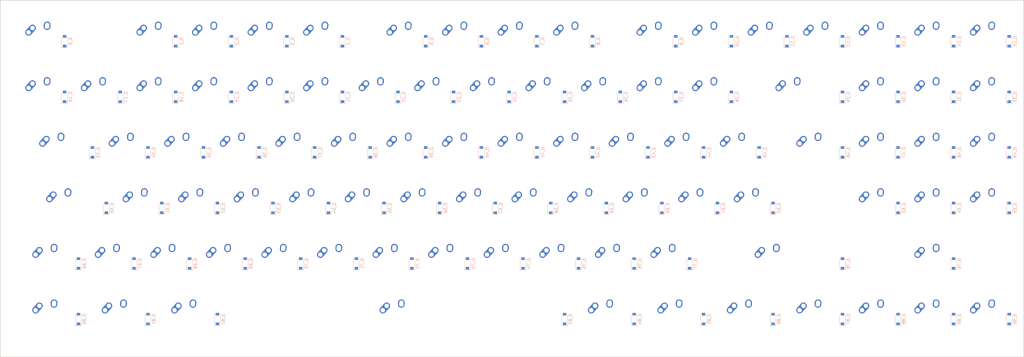
<source format=kicad_pcb>
(kicad_pcb (version 20171130) (host pcbnew "(5.0.0-3-g5ebb6b6)")
  (layers (0 F.Cu signal) (31 B.Cu signal) (34 B.Paste user) (35 F.Paste user) (36 B.SilkS user) (37 F.SilkS user) (38 B.Mask user) (39 F.Mask user) (44 Edge.Cuts user))
  (net 0 "")
  (net 1 "GND")
  (net 2 "VCC")
  (net 3 "col0")
  (net 4 "col1")
  (net 5 "col2")
  (net 6 "col3")
  (net 7 "col4")
  (net 8 "col5")
  (net 9 "col6")
  (net 10 "col7")
  (net 11 "col8")
  (net 12 "col9")
  (net 13 "col10")
  (net 14 "col11")
  (net 15 "col12")
  (net 16 "col13")
  (net 17 "col14")
  (net 18 "col15")
  (net 19 "col16")
  (net 20 "col17")
  (net 21 "col18")
  (net 22 "row0")
  (net 23 "row1")
  (net 24 "row2")
  (net 25 "row3")
  (net 26 "row4")
  (net 27 "row5")
  (net 28 "row6")
  (net 29 "Net-(K_0-Pad1)")
  (net 30 "Net-(K_0-Pad2)")
  (net 31 "Net-(K_0-Pad3)")
  (net 32 "Net-(K_0-Pad4)")
  (net 33 "Net-(D_0-Pad1)")
  (net 34 "Net-(D_0-Pad2)")
  (net 35 "Net-(K_1-Pad1)")
  (net 36 "Net-(K_1-Pad2)")
  (net 37 "Net-(K_1-Pad3)")
  (net 38 "Net-(K_1-Pad4)")
  (net 39 "Net-(D_1-Pad1)")
  (net 40 "Net-(D_1-Pad2)")
  (net 41 "Net-(K_2-Pad1)")
  (net 42 "Net-(K_2-Pad2)")
  (net 43 "Net-(K_2-Pad3)")
  (net 44 "Net-(K_2-Pad4)")
  (net 45 "Net-(D_2-Pad1)")
  (net 46 "Net-(D_2-Pad2)")
  (net 47 "Net-(K_3-Pad1)")
  (net 48 "Net-(K_3-Pad2)")
  (net 49 "Net-(K_3-Pad3)")
  (net 50 "Net-(K_3-Pad4)")
  (net 51 "Net-(D_3-Pad1)")
  (net 52 "Net-(D_3-Pad2)")
  (net 53 "Net-(K_4-Pad1)")
  (net 54 "Net-(K_4-Pad2)")
  (net 55 "Net-(K_4-Pad3)")
  (net 56 "Net-(K_4-Pad4)")
  (net 57 "Net-(D_4-Pad1)")
  (net 58 "Net-(D_4-Pad2)")
  (net 59 "Net-(K_5-Pad1)")
  (net 60 "Net-(K_5-Pad2)")
  (net 61 "Net-(K_5-Pad3)")
  (net 62 "Net-(K_5-Pad4)")
  (net 63 "Net-(D_5-Pad1)")
  (net 64 "Net-(D_5-Pad2)")
  (net 65 "Net-(K_6-Pad1)")
  (net 66 "Net-(K_6-Pad2)")
  (net 67 "Net-(K_6-Pad3)")
  (net 68 "Net-(K_6-Pad4)")
  (net 69 "Net-(D_6-Pad1)")
  (net 70 "Net-(D_6-Pad2)")
  (net 71 "Net-(K_7-Pad1)")
  (net 72 "Net-(K_7-Pad2)")
  (net 73 "Net-(K_7-Pad3)")
  (net 74 "Net-(K_7-Pad4)")
  (net 75 "Net-(D_7-Pad1)")
  (net 76 "Net-(D_7-Pad2)")
  (net 77 "Net-(K_8-Pad1)")
  (net 78 "Net-(K_8-Pad2)")
  (net 79 "Net-(K_8-Pad3)")
  (net 80 "Net-(K_8-Pad4)")
  (net 81 "Net-(D_8-Pad1)")
  (net 82 "Net-(D_8-Pad2)")
  (net 83 "Net-(K_9-Pad1)")
  (net 84 "Net-(K_9-Pad2)")
  (net 85 "Net-(K_9-Pad3)")
  (net 86 "Net-(K_9-Pad4)")
  (net 87 "Net-(D_9-Pad1)")
  (net 88 "Net-(D_9-Pad2)")
  (net 89 "Net-(K_10-Pad1)")
  (net 90 "Net-(K_10-Pad2)")
  (net 91 "Net-(K_10-Pad3)")
  (net 92 "Net-(K_10-Pad4)")
  (net 93 "Net-(D_10-Pad1)")
  (net 94 "Net-(D_10-Pad2)")
  (net 95 "Net-(K_11-Pad1)")
  (net 96 "Net-(K_11-Pad2)")
  (net 97 "Net-(K_11-Pad3)")
  (net 98 "Net-(K_11-Pad4)")
  (net 99 "Net-(D_11-Pad1)")
  (net 100 "Net-(D_11-Pad2)")
  (net 101 "Net-(K_12-Pad1)")
  (net 102 "Net-(K_12-Pad2)")
  (net 103 "Net-(K_12-Pad3)")
  (net 104 "Net-(K_12-Pad4)")
  (net 105 "Net-(D_12-Pad1)")
  (net 106 "Net-(D_12-Pad2)")
  (net 107 "Net-(K_13-Pad1)")
  (net 108 "Net-(K_13-Pad2)")
  (net 109 "Net-(K_13-Pad3)")
  (net 110 "Net-(K_13-Pad4)")
  (net 111 "Net-(D_13-Pad1)")
  (net 112 "Net-(D_13-Pad2)")
  (net 113 "Net-(K_14-Pad1)")
  (net 114 "Net-(K_14-Pad2)")
  (net 115 "Net-(K_14-Pad3)")
  (net 116 "Net-(K_14-Pad4)")
  (net 117 "Net-(D_14-Pad1)")
  (net 118 "Net-(D_14-Pad2)")
  (net 119 "Net-(K_15-Pad1)")
  (net 120 "Net-(K_15-Pad2)")
  (net 121 "Net-(K_15-Pad3)")
  (net 122 "Net-(K_15-Pad4)")
  (net 123 "Net-(D_15-Pad1)")
  (net 124 "Net-(D_15-Pad2)")
  (net 125 "Net-(K_16-Pad1)")
  (net 126 "Net-(K_16-Pad2)")
  (net 127 "Net-(K_16-Pad3)")
  (net 128 "Net-(K_16-Pad4)")
  (net 129 "Net-(D_16-Pad1)")
  (net 130 "Net-(D_16-Pad2)")
  (net 131 "Net-(K_17-Pad1)")
  (net 132 "Net-(K_17-Pad2)")
  (net 133 "Net-(K_17-Pad3)")
  (net 134 "Net-(K_17-Pad4)")
  (net 135 "Net-(D_17-Pad1)")
  (net 136 "Net-(D_17-Pad2)")
  (net 137 "Net-(K_18-Pad1)")
  (net 138 "Net-(K_18-Pad2)")
  (net 139 "Net-(K_18-Pad3)")
  (net 140 "Net-(K_18-Pad4)")
  (net 141 "Net-(D_18-Pad1)")
  (net 142 "Net-(D_18-Pad2)")
  (net 143 "Net-(K_19-Pad1)")
  (net 144 "Net-(K_19-Pad2)")
  (net 145 "Net-(K_19-Pad3)")
  (net 146 "Net-(K_19-Pad4)")
  (net 147 "Net-(D_19-Pad1)")
  (net 148 "Net-(D_19-Pad2)")
  (net 149 "Net-(K_20-Pad1)")
  (net 150 "Net-(K_20-Pad2)")
  (net 151 "Net-(K_20-Pad3)")
  (net 152 "Net-(K_20-Pad4)")
  (net 153 "Net-(D_20-Pad1)")
  (net 154 "Net-(D_20-Pad2)")
  (net 155 "Net-(K_21-Pad1)")
  (net 156 "Net-(K_21-Pad2)")
  (net 157 "Net-(K_21-Pad3)")
  (net 158 "Net-(K_21-Pad4)")
  (net 159 "Net-(D_21-Pad1)")
  (net 160 "Net-(D_21-Pad2)")
  (net 161 "Net-(K_22-Pad1)")
  (net 162 "Net-(K_22-Pad2)")
  (net 163 "Net-(K_22-Pad3)")
  (net 164 "Net-(K_22-Pad4)")
  (net 165 "Net-(D_22-Pad1)")
  (net 166 "Net-(D_22-Pad2)")
  (net 167 "Net-(K_23-Pad1)")
  (net 168 "Net-(K_23-Pad2)")
  (net 169 "Net-(K_23-Pad3)")
  (net 170 "Net-(K_23-Pad4)")
  (net 171 "Net-(D_23-Pad1)")
  (net 172 "Net-(D_23-Pad2)")
  (net 173 "Net-(K_24-Pad1)")
  (net 174 "Net-(K_24-Pad2)")
  (net 175 "Net-(K_24-Pad3)")
  (net 176 "Net-(K_24-Pad4)")
  (net 177 "Net-(D_24-Pad1)")
  (net 178 "Net-(D_24-Pad2)")
  (net 179 "Net-(K_25-Pad1)")
  (net 180 "Net-(K_25-Pad2)")
  (net 181 "Net-(K_25-Pad3)")
  (net 182 "Net-(K_25-Pad4)")
  (net 183 "Net-(D_25-Pad1)")
  (net 184 "Net-(D_25-Pad2)")
  (net 185 "Net-(K_26-Pad1)")
  (net 186 "Net-(K_26-Pad2)")
  (net 187 "Net-(K_26-Pad3)")
  (net 188 "Net-(K_26-Pad4)")
  (net 189 "Net-(D_26-Pad1)")
  (net 190 "Net-(D_26-Pad2)")
  (net 191 "Net-(K_27-Pad1)")
  (net 192 "Net-(K_27-Pad2)")
  (net 193 "Net-(K_27-Pad3)")
  (net 194 "Net-(K_27-Pad4)")
  (net 195 "Net-(D_27-Pad1)")
  (net 196 "Net-(D_27-Pad2)")
  (net 197 "Net-(K_28-Pad1)")
  (net 198 "Net-(K_28-Pad2)")
  (net 199 "Net-(K_28-Pad3)")
  (net 200 "Net-(K_28-Pad4)")
  (net 201 "Net-(D_28-Pad1)")
  (net 202 "Net-(D_28-Pad2)")
  (net 203 "Net-(K_29-Pad1)")
  (net 204 "Net-(K_29-Pad2)")
  (net 205 "Net-(K_29-Pad3)")
  (net 206 "Net-(K_29-Pad4)")
  (net 207 "Net-(D_29-Pad1)")
  (net 208 "Net-(D_29-Pad2)")
  (net 209 "Net-(K_30-Pad1)")
  (net 210 "Net-(K_30-Pad2)")
  (net 211 "Net-(K_30-Pad3)")
  (net 212 "Net-(K_30-Pad4)")
  (net 213 "Net-(D_30-Pad1)")
  (net 214 "Net-(D_30-Pad2)")
  (net 215 "Net-(K_31-Pad1)")
  (net 216 "Net-(K_31-Pad2)")
  (net 217 "Net-(K_31-Pad3)")
  (net 218 "Net-(K_31-Pad4)")
  (net 219 "Net-(D_31-Pad1)")
  (net 220 "Net-(D_31-Pad2)")
  (net 221 "Net-(K_32-Pad1)")
  (net 222 "Net-(K_32-Pad2)")
  (net 223 "Net-(K_32-Pad3)")
  (net 224 "Net-(K_32-Pad4)")
  (net 225 "Net-(D_32-Pad1)")
  (net 226 "Net-(D_32-Pad2)")
  (net 227 "Net-(K_33-Pad1)")
  (net 228 "Net-(K_33-Pad2)")
  (net 229 "Net-(K_33-Pad3)")
  (net 230 "Net-(K_33-Pad4)")
  (net 231 "Net-(D_33-Pad1)")
  (net 232 "Net-(D_33-Pad2)")
  (net 233 "Net-(K_34-Pad1)")
  (net 234 "Net-(K_34-Pad2)")
  (net 235 "Net-(K_34-Pad3)")
  (net 236 "Net-(K_34-Pad4)")
  (net 237 "Net-(D_34-Pad1)")
  (net 238 "Net-(D_34-Pad2)")
  (net 239 "Net-(K_35-Pad1)")
  (net 240 "Net-(K_35-Pad2)")
  (net 241 "Net-(K_35-Pad3)")
  (net 242 "Net-(K_35-Pad4)")
  (net 243 "Net-(D_35-Pad1)")
  (net 244 "Net-(D_35-Pad2)")
  (net 245 "Net-(K_36-Pad1)")
  (net 246 "Net-(K_36-Pad2)")
  (net 247 "Net-(K_36-Pad3)")
  (net 248 "Net-(K_36-Pad4)")
  (net 249 "Net-(D_36-Pad1)")
  (net 250 "Net-(D_36-Pad2)")
  (net 251 "Net-(K_37-Pad1)")
  (net 252 "Net-(K_37-Pad2)")
  (net 253 "Net-(K_37-Pad3)")
  (net 254 "Net-(K_37-Pad4)")
  (net 255 "Net-(D_37-Pad1)")
  (net 256 "Net-(D_37-Pad2)")
  (net 257 "Net-(K_38-Pad1)")
  (net 258 "Net-(K_38-Pad2)")
  (net 259 "Net-(K_38-Pad3)")
  (net 260 "Net-(K_38-Pad4)")
  (net 261 "Net-(D_38-Pad1)")
  (net 262 "Net-(D_38-Pad2)")
  (net 263 "Net-(K_39-Pad1)")
  (net 264 "Net-(K_39-Pad2)")
  (net 265 "Net-(K_39-Pad3)")
  (net 266 "Net-(K_39-Pad4)")
  (net 267 "Net-(D_39-Pad1)")
  (net 268 "Net-(D_39-Pad2)")
  (net 269 "Net-(K_40-Pad1)")
  (net 270 "Net-(K_40-Pad2)")
  (net 271 "Net-(K_40-Pad3)")
  (net 272 "Net-(K_40-Pad4)")
  (net 273 "Net-(D_40-Pad1)")
  (net 274 "Net-(D_40-Pad2)")
  (net 275 "Net-(K_41-Pad1)")
  (net 276 "Net-(K_41-Pad2)")
  (net 277 "Net-(K_41-Pad3)")
  (net 278 "Net-(K_41-Pad4)")
  (net 279 "Net-(D_41-Pad1)")
  (net 280 "Net-(D_41-Pad2)")
  (net 281 "Net-(K_42-Pad1)")
  (net 282 "Net-(K_42-Pad2)")
  (net 283 "Net-(K_42-Pad3)")
  (net 284 "Net-(K_42-Pad4)")
  (net 285 "Net-(D_42-Pad1)")
  (net 286 "Net-(D_42-Pad2)")
  (net 287 "Net-(K_43-Pad1)")
  (net 288 "Net-(K_43-Pad2)")
  (net 289 "Net-(K_43-Pad3)")
  (net 290 "Net-(K_43-Pad4)")
  (net 291 "Net-(D_43-Pad1)")
  (net 292 "Net-(D_43-Pad2)")
  (net 293 "Net-(K_44-Pad1)")
  (net 294 "Net-(K_44-Pad2)")
  (net 295 "Net-(K_44-Pad3)")
  (net 296 "Net-(K_44-Pad4)")
  (net 297 "Net-(D_44-Pad1)")
  (net 298 "Net-(D_44-Pad2)")
  (net 299 "Net-(K_45-Pad1)")
  (net 300 "Net-(K_45-Pad2)")
  (net 301 "Net-(K_45-Pad3)")
  (net 302 "Net-(K_45-Pad4)")
  (net 303 "Net-(D_45-Pad1)")
  (net 304 "Net-(D_45-Pad2)")
  (net 305 "Net-(K_47-Pad1)")
  (net 306 "Net-(K_47-Pad2)")
  (net 307 "Net-(K_47-Pad3)")
  (net 308 "Net-(K_47-Pad4)")
  (net 309 "Net-(D_47-Pad1)")
  (net 310 "Net-(D_47-Pad2)")
  (net 311 "Net-(K_48-Pad1)")
  (net 312 "Net-(K_48-Pad2)")
  (net 313 "Net-(K_48-Pad3)")
  (net 314 "Net-(K_48-Pad4)")
  (net 315 "Net-(D_48-Pad1)")
  (net 316 "Net-(D_48-Pad2)")
  (net 317 "Net-(K_49-Pad1)")
  (net 318 "Net-(K_49-Pad2)")
  (net 319 "Net-(K_49-Pad3)")
  (net 320 "Net-(K_49-Pad4)")
  (net 321 "Net-(D_49-Pad1)")
  (net 322 "Net-(D_49-Pad2)")
  (net 323 "Net-(K_50-Pad1)")
  (net 324 "Net-(K_50-Pad2)")
  (net 325 "Net-(K_50-Pad3)")
  (net 326 "Net-(K_50-Pad4)")
  (net 327 "Net-(D_50-Pad1)")
  (net 328 "Net-(D_50-Pad2)")
  (net 329 "Net-(K_51-Pad1)")
  (net 330 "Net-(K_51-Pad2)")
  (net 331 "Net-(K_51-Pad3)")
  (net 332 "Net-(K_51-Pad4)")
  (net 333 "Net-(D_51-Pad1)")
  (net 334 "Net-(D_51-Pad2)")
  (net 335 "Net-(K_52-Pad1)")
  (net 336 "Net-(K_52-Pad2)")
  (net 337 "Net-(K_52-Pad3)")
  (net 338 "Net-(K_52-Pad4)")
  (net 339 "Net-(D_52-Pad1)")
  (net 340 "Net-(D_52-Pad2)")
  (net 341 "Net-(K_53-Pad1)")
  (net 342 "Net-(K_53-Pad2)")
  (net 343 "Net-(K_53-Pad3)")
  (net 344 "Net-(K_53-Pad4)")
  (net 345 "Net-(D_53-Pad1)")
  (net 346 "Net-(D_53-Pad2)")
  (net 347 "Net-(K_54-Pad1)")
  (net 348 "Net-(K_54-Pad2)")
  (net 349 "Net-(K_54-Pad3)")
  (net 350 "Net-(K_54-Pad4)")
  (net 351 "Net-(D_54-Pad1)")
  (net 352 "Net-(D_54-Pad2)")
  (net 353 "Net-(K_55-Pad1)")
  (net 354 "Net-(K_55-Pad2)")
  (net 355 "Net-(K_55-Pad3)")
  (net 356 "Net-(K_55-Pad4)")
  (net 357 "Net-(D_55-Pad1)")
  (net 358 "Net-(D_55-Pad2)")
  (net 359 "Net-(K_56-Pad1)")
  (net 360 "Net-(K_56-Pad2)")
  (net 361 "Net-(K_56-Pad3)")
  (net 362 "Net-(K_56-Pad4)")
  (net 363 "Net-(D_56-Pad1)")
  (net 364 "Net-(D_56-Pad2)")
  (net 365 "Net-(K_57-Pad1)")
  (net 366 "Net-(K_57-Pad2)")
  (net 367 "Net-(K_57-Pad3)")
  (net 368 "Net-(K_57-Pad4)")
  (net 369 "Net-(D_57-Pad1)")
  (net 370 "Net-(D_57-Pad2)")
  (net 371 "Net-(K_58-Pad1)")
  (net 372 "Net-(K_58-Pad2)")
  (net 373 "Net-(K_58-Pad3)")
  (net 374 "Net-(K_58-Pad4)")
  (net 375 "Net-(D_58-Pad1)")
  (net 376 "Net-(D_58-Pad2)")
  (net 377 "Net-(K_59-Pad1)")
  (net 378 "Net-(K_59-Pad2)")
  (net 379 "Net-(K_59-Pad3)")
  (net 380 "Net-(K_59-Pad4)")
  (net 381 "Net-(D_59-Pad1)")
  (net 382 "Net-(D_59-Pad2)")
  (net 383 "Net-(K_60-Pad1)")
  (net 384 "Net-(K_60-Pad2)")
  (net 385 "Net-(K_60-Pad3)")
  (net 386 "Net-(K_60-Pad4)")
  (net 387 "Net-(D_60-Pad1)")
  (net 388 "Net-(D_60-Pad2)")
  (net 389 "Net-(K_61-Pad1)")
  (net 390 "Net-(K_61-Pad2)")
  (net 391 "Net-(K_61-Pad3)")
  (net 392 "Net-(K_61-Pad4)")
  (net 393 "Net-(D_61-Pad1)")
  (net 394 "Net-(D_61-Pad2)")
  (net 395 "Net-(K_62-Pad1)")
  (net 396 "Net-(K_62-Pad2)")
  (net 397 "Net-(K_62-Pad3)")
  (net 398 "Net-(K_62-Pad4)")
  (net 399 "Net-(D_62-Pad1)")
  (net 400 "Net-(D_62-Pad2)")
  (net 401 "Net-(K_46-Pad1)")
  (net 402 "Net-(K_46-Pad2)")
  (net 403 "Net-(K_46-Pad3)")
  (net 404 "Net-(K_46-Pad4)")
  (net 405 "Net-(D_46-Pad1)")
  (net 406 "Net-(D_46-Pad2)")
  (net 407 "Net-(K_63-Pad1)")
  (net 408 "Net-(K_63-Pad2)")
  (net 409 "Net-(K_63-Pad3)")
  (net 410 "Net-(K_63-Pad4)")
  (net 411 "Net-(D_63-Pad1)")
  (net 412 "Net-(D_63-Pad2)")
  (net 413 "Net-(K_64-Pad1)")
  (net 414 "Net-(K_64-Pad2)")
  (net 415 "Net-(K_64-Pad3)")
  (net 416 "Net-(K_64-Pad4)")
  (net 417 "Net-(D_64-Pad1)")
  (net 418 "Net-(D_64-Pad2)")
  (net 419 "Net-(K_65-Pad1)")
  (net 420 "Net-(K_65-Pad2)")
  (net 421 "Net-(K_65-Pad3)")
  (net 422 "Net-(K_65-Pad4)")
  (net 423 "Net-(D_65-Pad1)")
  (net 424 "Net-(D_65-Pad2)")
  (net 425 "Net-(K_66-Pad1)")
  (net 426 "Net-(K_66-Pad2)")
  (net 427 "Net-(K_66-Pad3)")
  (net 428 "Net-(K_66-Pad4)")
  (net 429 "Net-(D_66-Pad1)")
  (net 430 "Net-(D_66-Pad2)")
  (net 431 "Net-(K_67-Pad1)")
  (net 432 "Net-(K_67-Pad2)")
  (net 433 "Net-(K_67-Pad3)")
  (net 434 "Net-(K_67-Pad4)")
  (net 435 "Net-(D_67-Pad1)")
  (net 436 "Net-(D_67-Pad2)")
  (net 437 "Net-(K_68-Pad1)")
  (net 438 "Net-(K_68-Pad2)")
  (net 439 "Net-(K_68-Pad3)")
  (net 440 "Net-(K_68-Pad4)")
  (net 441 "Net-(D_68-Pad1)")
  (net 442 "Net-(D_68-Pad2)")
  (net 443 "Net-(K_69-Pad1)")
  (net 444 "Net-(K_69-Pad2)")
  (net 445 "Net-(K_69-Pad3)")
  (net 446 "Net-(K_69-Pad4)")
  (net 447 "Net-(D_69-Pad1)")
  (net 448 "Net-(D_69-Pad2)")
  (net 449 "Net-(K_70-Pad1)")
  (net 450 "Net-(K_70-Pad2)")
  (net 451 "Net-(K_70-Pad3)")
  (net 452 "Net-(K_70-Pad4)")
  (net 453 "Net-(D_70-Pad1)")
  (net 454 "Net-(D_70-Pad2)")
  (net 455 "Net-(K_71-Pad1)")
  (net 456 "Net-(K_71-Pad2)")
  (net 457 "Net-(K_71-Pad3)")
  (net 458 "Net-(K_71-Pad4)")
  (net 459 "Net-(D_71-Pad1)")
  (net 460 "Net-(D_71-Pad2)")
  (net 461 "Net-(K_72-Pad1)")
  (net 462 "Net-(K_72-Pad2)")
  (net 463 "Net-(K_72-Pad3)")
  (net 464 "Net-(K_72-Pad4)")
  (net 465 "Net-(D_72-Pad1)")
  (net 466 "Net-(D_72-Pad2)")
  (net 467 "Net-(K_73-Pad1)")
  (net 468 "Net-(K_73-Pad2)")
  (net 469 "Net-(K_73-Pad3)")
  (net 470 "Net-(K_73-Pad4)")
  (net 471 "Net-(D_73-Pad1)")
  (net 472 "Net-(D_73-Pad2)")
  (net 473 "Net-(K_74-Pad1)")
  (net 474 "Net-(K_74-Pad2)")
  (net 475 "Net-(K_74-Pad3)")
  (net 476 "Net-(K_74-Pad4)")
  (net 477 "Net-(D_74-Pad1)")
  (net 478 "Net-(D_74-Pad2)")
  (net 479 "Net-(K_75-Pad1)")
  (net 480 "Net-(K_75-Pad2)")
  (net 481 "Net-(K_75-Pad3)")
  (net 482 "Net-(K_75-Pad4)")
  (net 483 "Net-(D_75-Pad1)")
  (net 484 "Net-(D_75-Pad2)")
  (net 485 "Net-(K_76-Pad1)")
  (net 486 "Net-(K_76-Pad2)")
  (net 487 "Net-(K_76-Pad3)")
  (net 488 "Net-(K_76-Pad4)")
  (net 489 "Net-(D_76-Pad1)")
  (net 490 "Net-(D_76-Pad2)")
  (net 491 "Net-(K_77-Pad1)")
  (net 492 "Net-(K_77-Pad2)")
  (net 493 "Net-(K_77-Pad3)")
  (net 494 "Net-(K_77-Pad4)")
  (net 495 "Net-(D_77-Pad1)")
  (net 496 "Net-(D_77-Pad2)")
  (net 497 "Net-(K_78-Pad1)")
  (net 498 "Net-(K_78-Pad2)")
  (net 499 "Net-(K_78-Pad3)")
  (net 500 "Net-(K_78-Pad4)")
  (net 501 "Net-(D_78-Pad1)")
  (net 502 "Net-(D_78-Pad2)")
  (net 503 "Net-(K_79-Pad1)")
  (net 504 "Net-(K_79-Pad2)")
  (net 505 "Net-(K_79-Pad3)")
  (net 506 "Net-(K_79-Pad4)")
  (net 507 "Net-(D_79-Pad1)")
  (net 508 "Net-(D_79-Pad2)")
  (net 509 "Net-(K_80-Pad1)")
  (net 510 "Net-(K_80-Pad2)")
  (net 511 "Net-(K_80-Pad3)")
  (net 512 "Net-(K_80-Pad4)")
  (net 513 "Net-(D_80-Pad1)")
  (net 514 "Net-(D_80-Pad2)")
  (net 515 "Net-(K_81-Pad1)")
  (net 516 "Net-(K_81-Pad2)")
  (net 517 "Net-(K_81-Pad3)")
  (net 518 "Net-(K_81-Pad4)")
  (net 519 "Net-(D_81-Pad1)")
  (net 520 "Net-(D_81-Pad2)")
  (net 521 "Net-(K_82-Pad1)")
  (net 522 "Net-(K_82-Pad2)")
  (net 523 "Net-(K_82-Pad3)")
  (net 524 "Net-(K_82-Pad4)")
  (net 525 "Net-(D_82-Pad1)")
  (net 526 "Net-(D_82-Pad2)")
  (net 527 "Net-(K_83-Pad1)")
  (net 528 "Net-(K_83-Pad2)")
  (net 529 "Net-(K_83-Pad3)")
  (net 530 "Net-(K_83-Pad4)")
  (net 531 "Net-(D_83-Pad1)")
  (net 532 "Net-(D_83-Pad2)")
  (net 533 "Net-(K_84-Pad1)")
  (net 534 "Net-(K_84-Pad2)")
  (net 535 "Net-(K_84-Pad3)")
  (net 536 "Net-(K_84-Pad4)")
  (net 537 "Net-(D_84-Pad1)")
  (net 538 "Net-(D_84-Pad2)")
  (net 539 "Net-(K_85-Pad1)")
  (net 540 "Net-(K_85-Pad2)")
  (net 541 "Net-(K_85-Pad3)")
  (net 542 "Net-(K_85-Pad4)")
  (net 543 "Net-(D_85-Pad1)")
  (net 544 "Net-(D_85-Pad2)")
  (net 545 "Net-(K_86-Pad1)")
  (net 546 "Net-(K_86-Pad2)")
  (net 547 "Net-(K_86-Pad3)")
  (net 548 "Net-(K_86-Pad4)")
  (net 549 "Net-(D_86-Pad1)")
  (net 550 "Net-(D_86-Pad2)")
  (net 551 "Net-(K_87-Pad1)")
  (net 552 "Net-(K_87-Pad2)")
  (net 553 "Net-(K_87-Pad3)")
  (net 554 "Net-(K_87-Pad4)")
  (net 555 "Net-(D_87-Pad1)")
  (net 556 "Net-(D_87-Pad2)")
  (net 557 "Net-(K_88-Pad1)")
  (net 558 "Net-(K_88-Pad2)")
  (net 559 "Net-(K_88-Pad3)")
  (net 560 "Net-(K_88-Pad4)")
  (net 561 "Net-(D_88-Pad1)")
  (net 562 "Net-(D_88-Pad2)")
  (net 563 "Net-(K_89-Pad1)")
  (net 564 "Net-(K_89-Pad2)")
  (net 565 "Net-(K_89-Pad3)")
  (net 566 "Net-(K_89-Pad4)")
  (net 567 "Net-(D_89-Pad1)")
  (net 568 "Net-(D_89-Pad2)")
  (net 569 "Net-(K_90-Pad1)")
  (net 570 "Net-(K_90-Pad2)")
  (net 571 "Net-(K_90-Pad3)")
  (net 572 "Net-(K_90-Pad4)")
  (net 573 "Net-(D_90-Pad1)")
  (net 574 "Net-(D_90-Pad2)")
  (module MX_Alps_Hybrid:MX-1U-NoLED (layer F.Cu) (at 9.525 9.525)
    (fp_text reference K_0)
    (fp_text value KEYSW)
    (pad 1 thru_hole circle (at -2.5 -4) (size 2.25 2.25) (drill 1.47) (layers *.Cu B.Mask) (net 3 "col0"))
    (pad 1 thru_hole oval (at -3.81 -2.54 48.0996) (size 4.211556 2.25) (drill 1.47 (offset 0.980778 0)) (layers *.Cu B.Mask) (net 3 "col0"))
    (pad 2 thru_hole oval (at 2.5 -4.5 86.0548) (size 2.831378 2.25) (drill 1.47 (offset 0.290689 0)) (layers *.Cu B.Mask) (net 34 "Net-(D_0-Pad2)"))
    (pad 2 thru_hole circle (at 2.54 -5.08) (size 2.25 2.25) (drill 1.47) (layers *.Cu B.Mask) (net 34 "Net-(D_0-Pad2)"))
    (pad "" np_thru_hole circle (at 0 0) (size 3.9878 3.9878) (drill 3.9878) (layers *.Cu *.Mask))
    (pad "" np_thru_hole circle (at -5.08 0 48.0996) (size 1.75 1.75) (drill 1.75) (layers *.Cu *.Mask))
    (pad "" np_thru_hole circle (at 5.08 0 48.0996) (size 1.75 1.75) (drill 1.75) (layers *.Cu *.Mask))
  )
  (module Diode_SMD:D_SOD-123 (layer B.Cu) (at 18.05 10.025 90)
    (fp_text reference D_0 (at 0 2 90) (layer B.SilkS) (effects (justify mirror)))
    (fp_text value D)
    (pad 2 smd rect (at 1.65 0 90) (size 0.9 1.2) (layers B.Cu B.Paste B.Mask) (net 34 "Net-(D_0-Pad2)"))
    (pad 1 smd rect (at -1.65 0 90) (size 0.9 1.2) (layers B.Cu B.Paste B.Mask) (net 22 "row0"))
  )
  (module MX_Alps_Hybrid:MX-1U-NoLED (layer F.Cu) (at 47.625 9.525)
    (fp_text reference K_1)
    (fp_text value KEYSW)
    (pad 1 thru_hole circle (at -2.5 -4) (size 2.25 2.25) (drill 1.47) (layers *.Cu B.Mask) (net 5 "col2"))
    (pad 1 thru_hole oval (at -3.81 -2.54 48.0996) (size 4.211556 2.25) (drill 1.47 (offset 0.980778 0)) (layers *.Cu B.Mask) (net 5 "col2"))
    (pad 2 thru_hole oval (at 2.5 -4.5 86.0548) (size 2.831378 2.25) (drill 1.47 (offset 0.290689 0)) (layers *.Cu B.Mask) (net 40 "Net-(D_1-Pad2)"))
    (pad 2 thru_hole circle (at 2.54 -5.08) (size 2.25 2.25) (drill 1.47) (layers *.Cu B.Mask) (net 40 "Net-(D_1-Pad2)"))
    (pad "" np_thru_hole circle (at 0 0) (size 3.9878 3.9878) (drill 3.9878) (layers *.Cu *.Mask))
    (pad "" np_thru_hole circle (at -5.08 0 48.0996) (size 1.75 1.75) (drill 1.75) (layers *.Cu *.Mask))
    (pad "" np_thru_hole circle (at 5.08 0 48.0996) (size 1.75 1.75) (drill 1.75) (layers *.Cu *.Mask))
  )
  (module Diode_SMD:D_SOD-123 (layer B.Cu) (at 56.15 10.025 90)
    (fp_text reference D_1 (at 0 2 90) (layer B.SilkS) (effects (justify mirror)))
    (fp_text value D)
    (pad 2 smd rect (at 1.65 0 90) (size 0.9 1.2) (layers B.Cu B.Paste B.Mask) (net 40 "Net-(D_1-Pad2)"))
    (pad 1 smd rect (at -1.65 0 90) (size 0.9 1.2) (layers B.Cu B.Paste B.Mask) (net 22 "row0"))
  )
  (module MX_Alps_Hybrid:MX-1U-NoLED (layer F.Cu) (at 66.675 9.525)
    (fp_text reference K_2)
    (fp_text value KEYSW)
    (pad 1 thru_hole circle (at -2.5 -4) (size 2.25 2.25) (drill 1.47) (layers *.Cu B.Mask) (net 6 "col3"))
    (pad 1 thru_hole oval (at -3.81 -2.54 48.0996) (size 4.211556 2.25) (drill 1.47 (offset 0.980778 0)) (layers *.Cu B.Mask) (net 6 "col3"))
    (pad 2 thru_hole oval (at 2.5 -4.5 86.0548) (size 2.831378 2.25) (drill 1.47 (offset 0.290689 0)) (layers *.Cu B.Mask) (net 46 "Net-(D_2-Pad2)"))
    (pad 2 thru_hole circle (at 2.54 -5.08) (size 2.25 2.25) (drill 1.47) (layers *.Cu B.Mask) (net 46 "Net-(D_2-Pad2)"))
    (pad "" np_thru_hole circle (at 0 0) (size 3.9878 3.9878) (drill 3.9878) (layers *.Cu *.Mask))
    (pad "" np_thru_hole circle (at -5.08 0 48.0996) (size 1.75 1.75) (drill 1.75) (layers *.Cu *.Mask))
    (pad "" np_thru_hole circle (at 5.08 0 48.0996) (size 1.75 1.75) (drill 1.75) (layers *.Cu *.Mask))
  )
  (module Diode_SMD:D_SOD-123 (layer B.Cu) (at 75.2 10.025 90)
    (fp_text reference D_2 (at 0 2 90) (layer B.SilkS) (effects (justify mirror)))
    (fp_text value D)
    (pad 2 smd rect (at 1.65 0 90) (size 0.9 1.2) (layers B.Cu B.Paste B.Mask) (net 46 "Net-(D_2-Pad2)"))
    (pad 1 smd rect (at -1.65 0 90) (size 0.9 1.2) (layers B.Cu B.Paste B.Mask) (net 22 "row0"))
  )
  (module MX_Alps_Hybrid:MX-1U-NoLED (layer F.Cu) (at 85.725 9.525)
    (fp_text reference K_3)
    (fp_text value KEYSW)
    (pad 1 thru_hole circle (at -2.5 -4) (size 2.25 2.25) (drill 1.47) (layers *.Cu B.Mask) (net 7 "col4"))
    (pad 1 thru_hole oval (at -3.81 -2.54 48.0996) (size 4.211556 2.25) (drill 1.47 (offset 0.980778 0)) (layers *.Cu B.Mask) (net 7 "col4"))
    (pad 2 thru_hole oval (at 2.5 -4.5 86.0548) (size 2.831378 2.25) (drill 1.47 (offset 0.290689 0)) (layers *.Cu B.Mask) (net 52 "Net-(D_3-Pad2)"))
    (pad 2 thru_hole circle (at 2.54 -5.08) (size 2.25 2.25) (drill 1.47) (layers *.Cu B.Mask) (net 52 "Net-(D_3-Pad2)"))
    (pad "" np_thru_hole circle (at 0 0) (size 3.9878 3.9878) (drill 3.9878) (layers *.Cu *.Mask))
    (pad "" np_thru_hole circle (at -5.08 0 48.0996) (size 1.75 1.75) (drill 1.75) (layers *.Cu *.Mask))
    (pad "" np_thru_hole circle (at 5.08 0 48.0996) (size 1.75 1.75) (drill 1.75) (layers *.Cu *.Mask))
  )
  (module Diode_SMD:D_SOD-123 (layer B.Cu) (at 94.25 10.025 90)
    (fp_text reference D_3 (at 0 2 90) (layer B.SilkS) (effects (justify mirror)))
    (fp_text value D)
    (pad 2 smd rect (at 1.65 0 90) (size 0.9 1.2) (layers B.Cu B.Paste B.Mask) (net 52 "Net-(D_3-Pad2)"))
    (pad 1 smd rect (at -1.65 0 90) (size 0.9 1.2) (layers B.Cu B.Paste B.Mask) (net 22 "row0"))
  )
  (module MX_Alps_Hybrid:MX-1U-NoLED (layer F.Cu) (at 104.775 9.525)
    (fp_text reference K_4)
    (fp_text value KEYSW)
    (pad 1 thru_hole circle (at -2.5 -4) (size 2.25 2.25) (drill 1.47) (layers *.Cu B.Mask) (net 8 "col5"))
    (pad 1 thru_hole oval (at -3.81 -2.54 48.0996) (size 4.211556 2.25) (drill 1.47 (offset 0.980778 0)) (layers *.Cu B.Mask) (net 8 "col5"))
    (pad 2 thru_hole oval (at 2.5 -4.5 86.0548) (size 2.831378 2.25) (drill 1.47 (offset 0.290689 0)) (layers *.Cu B.Mask) (net 58 "Net-(D_4-Pad2)"))
    (pad 2 thru_hole circle (at 2.54 -5.08) (size 2.25 2.25) (drill 1.47) (layers *.Cu B.Mask) (net 58 "Net-(D_4-Pad2)"))
    (pad "" np_thru_hole circle (at 0 0) (size 3.9878 3.9878) (drill 3.9878) (layers *.Cu *.Mask))
    (pad "" np_thru_hole circle (at -5.08 0 48.0996) (size 1.75 1.75) (drill 1.75) (layers *.Cu *.Mask))
    (pad "" np_thru_hole circle (at 5.08 0 48.0996) (size 1.75 1.75) (drill 1.75) (layers *.Cu *.Mask))
  )
  (module Diode_SMD:D_SOD-123 (layer B.Cu) (at 113.3 10.025 90)
    (fp_text reference D_4 (at 0 2 90) (layer B.SilkS) (effects (justify mirror)))
    (fp_text value D)
    (pad 2 smd rect (at 1.65 0 90) (size 0.9 1.2) (layers B.Cu B.Paste B.Mask) (net 58 "Net-(D_4-Pad2)"))
    (pad 1 smd rect (at -1.65 0 90) (size 0.9 1.2) (layers B.Cu B.Paste B.Mask) (net 22 "row0"))
  )
  (module MX_Alps_Hybrid:MX-1U-NoLED (layer F.Cu) (at 133.35 9.525)
    (fp_text reference K_5)
    (fp_text value KEYSW)
    (pad 1 thru_hole circle (at -2.5 -4) (size 2.25 2.25) (drill 1.47) (layers *.Cu B.Mask) (net 10 "col7"))
    (pad 1 thru_hole oval (at -3.81 -2.54 48.0996) (size 4.211556 2.25) (drill 1.47 (offset 0.980778 0)) (layers *.Cu B.Mask) (net 10 "col7"))
    (pad 2 thru_hole oval (at 2.5 -4.5 86.0548) (size 2.831378 2.25) (drill 1.47 (offset 0.290689 0)) (layers *.Cu B.Mask) (net 64 "Net-(D_5-Pad2)"))
    (pad 2 thru_hole circle (at 2.54 -5.08) (size 2.25 2.25) (drill 1.47) (layers *.Cu B.Mask) (net 64 "Net-(D_5-Pad2)"))
    (pad "" np_thru_hole circle (at 0 0) (size 3.9878 3.9878) (drill 3.9878) (layers *.Cu *.Mask))
    (pad "" np_thru_hole circle (at -5.08 0 48.0996) (size 1.75 1.75) (drill 1.75) (layers *.Cu *.Mask))
    (pad "" np_thru_hole circle (at 5.08 0 48.0996) (size 1.75 1.75) (drill 1.75) (layers *.Cu *.Mask))
  )
  (module Diode_SMD:D_SOD-123 (layer B.Cu) (at 141.875 10.025 90)
    (fp_text reference D_5 (at 0 2 90) (layer B.SilkS) (effects (justify mirror)))
    (fp_text value D)
    (pad 2 smd rect (at 1.65 0 90) (size 0.9 1.2) (layers B.Cu B.Paste B.Mask) (net 64 "Net-(D_5-Pad2)"))
    (pad 1 smd rect (at -1.65 0 90) (size 0.9 1.2) (layers B.Cu B.Paste B.Mask) (net 22 "row0"))
  )
  (module MX_Alps_Hybrid:MX-1U-NoLED (layer F.Cu) (at 152.4 9.525)
    (fp_text reference K_6)
    (fp_text value KEYSW)
    (pad 1 thru_hole circle (at -2.5 -4) (size 2.25 2.25) (drill 1.47) (layers *.Cu B.Mask) (net 11 "col8"))
    (pad 1 thru_hole oval (at -3.81 -2.54 48.0996) (size 4.211556 2.25) (drill 1.47 (offset 0.980778 0)) (layers *.Cu B.Mask) (net 11 "col8"))
    (pad 2 thru_hole oval (at 2.5 -4.5 86.0548) (size 2.831378 2.25) (drill 1.47 (offset 0.290689 0)) (layers *.Cu B.Mask) (net 70 "Net-(D_6-Pad2)"))
    (pad 2 thru_hole circle (at 2.54 -5.08) (size 2.25 2.25) (drill 1.47) (layers *.Cu B.Mask) (net 70 "Net-(D_6-Pad2)"))
    (pad "" np_thru_hole circle (at 0 0) (size 3.9878 3.9878) (drill 3.9878) (layers *.Cu *.Mask))
    (pad "" np_thru_hole circle (at -5.08 0 48.0996) (size 1.75 1.75) (drill 1.75) (layers *.Cu *.Mask))
    (pad "" np_thru_hole circle (at 5.08 0 48.0996) (size 1.75 1.75) (drill 1.75) (layers *.Cu *.Mask))
  )
  (module Diode_SMD:D_SOD-123 (layer B.Cu) (at 160.925 10.025 90)
    (fp_text reference D_6 (at 0 2 90) (layer B.SilkS) (effects (justify mirror)))
    (fp_text value D)
    (pad 2 smd rect (at 1.65 0 90) (size 0.9 1.2) (layers B.Cu B.Paste B.Mask) (net 70 "Net-(D_6-Pad2)"))
    (pad 1 smd rect (at -1.65 0 90) (size 0.9 1.2) (layers B.Cu B.Paste B.Mask) (net 22 "row0"))
  )
  (module MX_Alps_Hybrid:MX-1U-NoLED (layer F.Cu) (at 171.45 9.525)
    (fp_text reference K_7)
    (fp_text value KEYSW)
    (pad 1 thru_hole circle (at -2.5 -4) (size 2.25 2.25) (drill 1.47) (layers *.Cu B.Mask) (net 12 "col9"))
    (pad 1 thru_hole oval (at -3.81 -2.54 48.0996) (size 4.211556 2.25) (drill 1.47 (offset 0.980778 0)) (layers *.Cu B.Mask) (net 12 "col9"))
    (pad 2 thru_hole oval (at 2.5 -4.5 86.0548) (size 2.831378 2.25) (drill 1.47 (offset 0.290689 0)) (layers *.Cu B.Mask) (net 76 "Net-(D_7-Pad2)"))
    (pad 2 thru_hole circle (at 2.54 -5.08) (size 2.25 2.25) (drill 1.47) (layers *.Cu B.Mask) (net 76 "Net-(D_7-Pad2)"))
    (pad "" np_thru_hole circle (at 0 0) (size 3.9878 3.9878) (drill 3.9878) (layers *.Cu *.Mask))
    (pad "" np_thru_hole circle (at -5.08 0 48.0996) (size 1.75 1.75) (drill 1.75) (layers *.Cu *.Mask))
    (pad "" np_thru_hole circle (at 5.08 0 48.0996) (size 1.75 1.75) (drill 1.75) (layers *.Cu *.Mask))
  )
  (module Diode_SMD:D_SOD-123 (layer B.Cu) (at 179.975 10.025 90)
    (fp_text reference D_7 (at 0 2 90) (layer B.SilkS) (effects (justify mirror)))
    (fp_text value D)
    (pad 2 smd rect (at 1.65 0 90) (size 0.9 1.2) (layers B.Cu B.Paste B.Mask) (net 76 "Net-(D_7-Pad2)"))
    (pad 1 smd rect (at -1.65 0 90) (size 0.9 1.2) (layers B.Cu B.Paste B.Mask) (net 22 "row0"))
  )
  (module MX_Alps_Hybrid:MX-1U-NoLED (layer F.Cu) (at 190.5 9.525)
    (fp_text reference K_8)
    (fp_text value KEYSW)
    (pad 1 thru_hole circle (at -2.5 -4) (size 2.25 2.25) (drill 1.47) (layers *.Cu B.Mask) (net 13 "col10"))
    (pad 1 thru_hole oval (at -3.81 -2.54 48.0996) (size 4.211556 2.25) (drill 1.47 (offset 0.980778 0)) (layers *.Cu B.Mask) (net 13 "col10"))
    (pad 2 thru_hole oval (at 2.5 -4.5 86.0548) (size 2.831378 2.25) (drill 1.47 (offset 0.290689 0)) (layers *.Cu B.Mask) (net 82 "Net-(D_8-Pad2)"))
    (pad 2 thru_hole circle (at 2.54 -5.08) (size 2.25 2.25) (drill 1.47) (layers *.Cu B.Mask) (net 82 "Net-(D_8-Pad2)"))
    (pad "" np_thru_hole circle (at 0 0) (size 3.9878 3.9878) (drill 3.9878) (layers *.Cu *.Mask))
    (pad "" np_thru_hole circle (at -5.08 0 48.0996) (size 1.75 1.75) (drill 1.75) (layers *.Cu *.Mask))
    (pad "" np_thru_hole circle (at 5.08 0 48.0996) (size 1.75 1.75) (drill 1.75) (layers *.Cu *.Mask))
  )
  (module Diode_SMD:D_SOD-123 (layer B.Cu) (at 199.025 10.025 90)
    (fp_text reference D_8 (at 0 2 90) (layer B.SilkS) (effects (justify mirror)))
    (fp_text value D)
    (pad 2 smd rect (at 1.65 0 90) (size 0.9 1.2) (layers B.Cu B.Paste B.Mask) (net 82 "Net-(D_8-Pad2)"))
    (pad 1 smd rect (at -1.65 0 90) (size 0.9 1.2) (layers B.Cu B.Paste B.Mask) (net 22 "row0"))
  )
  (module MX_Alps_Hybrid:MX-1U-NoLED (layer F.Cu) (at 219.075 9.525)
    (fp_text reference K_9)
    (fp_text value KEYSW)
    (pad 1 thru_hole circle (at -2.5 -4) (size 2.25 2.25) (drill 1.47) (layers *.Cu B.Mask) (net 14 "col11"))
    (pad 1 thru_hole oval (at -3.81 -2.54 48.0996) (size 4.211556 2.25) (drill 1.47 (offset 0.980778 0)) (layers *.Cu B.Mask) (net 14 "col11"))
    (pad 2 thru_hole oval (at 2.5 -4.5 86.0548) (size 2.831378 2.25) (drill 1.47 (offset 0.290689 0)) (layers *.Cu B.Mask) (net 88 "Net-(D_9-Pad2)"))
    (pad 2 thru_hole circle (at 2.54 -5.08) (size 2.25 2.25) (drill 1.47) (layers *.Cu B.Mask) (net 88 "Net-(D_9-Pad2)"))
    (pad "" np_thru_hole circle (at 0 0) (size 3.9878 3.9878) (drill 3.9878) (layers *.Cu *.Mask))
    (pad "" np_thru_hole circle (at -5.08 0 48.0996) (size 1.75 1.75) (drill 1.75) (layers *.Cu *.Mask))
    (pad "" np_thru_hole circle (at 5.08 0 48.0996) (size 1.75 1.75) (drill 1.75) (layers *.Cu *.Mask))
  )
  (module Diode_SMD:D_SOD-123 (layer B.Cu) (at 227.6 10.025 90)
    (fp_text reference D_9 (at 0 2 90) (layer B.SilkS) (effects (justify mirror)))
    (fp_text value D)
    (pad 2 smd rect (at 1.65 0 90) (size 0.9 1.2) (layers B.Cu B.Paste B.Mask) (net 88 "Net-(D_9-Pad2)"))
    (pad 1 smd rect (at -1.65 0 90) (size 0.9 1.2) (layers B.Cu B.Paste B.Mask) (net 22 "row0"))
  )
  (module MX_Alps_Hybrid:MX-1U-NoLED (layer F.Cu) (at 238.125 9.525)
    (fp_text reference K_10)
    (fp_text value KEYSW)
    (pad 1 thru_hole circle (at -2.5 -4) (size 2.25 2.25) (drill 1.47) (layers *.Cu B.Mask) (net 15 "col12"))
    (pad 1 thru_hole oval (at -3.81 -2.54 48.0996) (size 4.211556 2.25) (drill 1.47 (offset 0.980778 0)) (layers *.Cu B.Mask) (net 15 "col12"))
    (pad 2 thru_hole oval (at 2.5 -4.5 86.0548) (size 2.831378 2.25) (drill 1.47 (offset 0.290689 0)) (layers *.Cu B.Mask) (net 94 "Net-(D_10-Pad2)"))
    (pad 2 thru_hole circle (at 2.54 -5.08) (size 2.25 2.25) (drill 1.47) (layers *.Cu B.Mask) (net 94 "Net-(D_10-Pad2)"))
    (pad "" np_thru_hole circle (at 0 0) (size 3.9878 3.9878) (drill 3.9878) (layers *.Cu *.Mask))
    (pad "" np_thru_hole circle (at -5.08 0 48.0996) (size 1.75 1.75) (drill 1.75) (layers *.Cu *.Mask))
    (pad "" np_thru_hole circle (at 5.08 0 48.0996) (size 1.75 1.75) (drill 1.75) (layers *.Cu *.Mask))
  )
  (module Diode_SMD:D_SOD-123 (layer B.Cu) (at 246.65 10.025 90)
    (fp_text reference D_10 (at 0 2 90) (layer B.SilkS) (effects (justify mirror)))
    (fp_text value D)
    (pad 2 smd rect (at 1.65 0 90) (size 0.9 1.2) (layers B.Cu B.Paste B.Mask) (net 94 "Net-(D_10-Pad2)"))
    (pad 1 smd rect (at -1.65 0 90) (size 0.9 1.2) (layers B.Cu B.Paste B.Mask) (net 22 "row0"))
  )
  (module MX_Alps_Hybrid:MX-1U-NoLED (layer F.Cu) (at 257.175 9.525)
    (fp_text reference K_11)
    (fp_text value KEYSW)
    (pad 1 thru_hole circle (at -2.5 -4) (size 2.25 2.25) (drill 1.47) (layers *.Cu B.Mask) (net 16 "col13"))
    (pad 1 thru_hole oval (at -3.81 -2.54 48.0996) (size 4.211556 2.25) (drill 1.47 (offset 0.980778 0)) (layers *.Cu B.Mask) (net 16 "col13"))
    (pad 2 thru_hole oval (at 2.5 -4.5 86.0548) (size 2.831378 2.25) (drill 1.47 (offset 0.290689 0)) (layers *.Cu B.Mask) (net 100 "Net-(D_11-Pad2)"))
    (pad 2 thru_hole circle (at 2.54 -5.08) (size 2.25 2.25) (drill 1.47) (layers *.Cu B.Mask) (net 100 "Net-(D_11-Pad2)"))
    (pad "" np_thru_hole circle (at 0 0) (size 3.9878 3.9878) (drill 3.9878) (layers *.Cu *.Mask))
    (pad "" np_thru_hole circle (at -5.08 0 48.0996) (size 1.75 1.75) (drill 1.75) (layers *.Cu *.Mask))
    (pad "" np_thru_hole circle (at 5.08 0 48.0996) (size 1.75 1.75) (drill 1.75) (layers *.Cu *.Mask))
  )
  (module Diode_SMD:D_SOD-123 (layer B.Cu) (at 265.7 10.025 90)
    (fp_text reference D_11 (at 0 2 90) (layer B.SilkS) (effects (justify mirror)))
    (fp_text value D)
    (pad 2 smd rect (at 1.65 0 90) (size 0.9 1.2) (layers B.Cu B.Paste B.Mask) (net 100 "Net-(D_11-Pad2)"))
    (pad 1 smd rect (at -1.65 0 90) (size 0.9 1.2) (layers B.Cu B.Paste B.Mask) (net 22 "row0"))
  )
  (module MX_Alps_Hybrid:MX-1U-NoLED (layer F.Cu) (at 276.225 9.525)
    (fp_text reference K_12)
    (fp_text value KEYSW)
    (pad 1 thru_hole circle (at -2.5 -4) (size 2.25 2.25) (drill 1.47) (layers *.Cu B.Mask) (net 17 "col14"))
    (pad 1 thru_hole oval (at -3.81 -2.54 48.0996) (size 4.211556 2.25) (drill 1.47 (offset 0.980778 0)) (layers *.Cu B.Mask) (net 17 "col14"))
    (pad 2 thru_hole oval (at 2.5 -4.5 86.0548) (size 2.831378 2.25) (drill 1.47 (offset 0.290689 0)) (layers *.Cu B.Mask) (net 106 "Net-(D_12-Pad2)"))
    (pad 2 thru_hole circle (at 2.54 -5.08) (size 2.25 2.25) (drill 1.47) (layers *.Cu B.Mask) (net 106 "Net-(D_12-Pad2)"))
    (pad "" np_thru_hole circle (at 0 0) (size 3.9878 3.9878) (drill 3.9878) (layers *.Cu *.Mask))
    (pad "" np_thru_hole circle (at -5.08 0 48.0996) (size 1.75 1.75) (drill 1.75) (layers *.Cu *.Mask))
    (pad "" np_thru_hole circle (at 5.08 0 48.0996) (size 1.75 1.75) (drill 1.75) (layers *.Cu *.Mask))
  )
  (module Diode_SMD:D_SOD-123 (layer B.Cu) (at 284.75 10.025 90)
    (fp_text reference D_12 (at 0 2 90) (layer B.SilkS) (effects (justify mirror)))
    (fp_text value D)
    (pad 2 smd rect (at 1.65 0 90) (size 0.9 1.2) (layers B.Cu B.Paste B.Mask) (net 106 "Net-(D_12-Pad2)"))
    (pad 1 smd rect (at -1.65 0 90) (size 0.9 1.2) (layers B.Cu B.Paste B.Mask) (net 22 "row0"))
  )
  (module MX_Alps_Hybrid:MX-1U-NoLED (layer F.Cu) (at 295.275 9.525)
    (fp_text reference K_13)
    (fp_text value KEYSW)
    (pad 1 thru_hole circle (at -2.5 -4) (size 2.25 2.25) (drill 1.47) (layers *.Cu B.Mask) (net 18 "col15"))
    (pad 1 thru_hole oval (at -3.81 -2.54 48.0996) (size 4.211556 2.25) (drill 1.47 (offset 0.980778 0)) (layers *.Cu B.Mask) (net 18 "col15"))
    (pad 2 thru_hole oval (at 2.5 -4.5 86.0548) (size 2.831378 2.25) (drill 1.47 (offset 0.290689 0)) (layers *.Cu B.Mask) (net 112 "Net-(D_13-Pad2)"))
    (pad 2 thru_hole circle (at 2.54 -5.08) (size 2.25 2.25) (drill 1.47) (layers *.Cu B.Mask) (net 112 "Net-(D_13-Pad2)"))
    (pad "" np_thru_hole circle (at 0 0) (size 3.9878 3.9878) (drill 3.9878) (layers *.Cu *.Mask))
    (pad "" np_thru_hole circle (at -5.08 0 48.0996) (size 1.75 1.75) (drill 1.75) (layers *.Cu *.Mask))
    (pad "" np_thru_hole circle (at 5.08 0 48.0996) (size 1.75 1.75) (drill 1.75) (layers *.Cu *.Mask))
  )
  (module Diode_SMD:D_SOD-123 (layer B.Cu) (at 303.8 10.025 90)
    (fp_text reference D_13 (at 0 2 90) (layer B.SilkS) (effects (justify mirror)))
    (fp_text value D)
    (pad 2 smd rect (at 1.65 0 90) (size 0.9 1.2) (layers B.Cu B.Paste B.Mask) (net 112 "Net-(D_13-Pad2)"))
    (pad 1 smd rect (at -1.65 0 90) (size 0.9 1.2) (layers B.Cu B.Paste B.Mask) (net 22 "row0"))
  )
  (module MX_Alps_Hybrid:MX-1U-NoLED (layer F.Cu) (at 314.325 9.525)
    (fp_text reference K_14)
    (fp_text value KEYSW)
    (pad 1 thru_hole circle (at -2.5 -4) (size 2.25 2.25) (drill 1.47) (layers *.Cu B.Mask) (net 19 "col16"))
    (pad 1 thru_hole oval (at -3.81 -2.54 48.0996) (size 4.211556 2.25) (drill 1.47 (offset 0.980778 0)) (layers *.Cu B.Mask) (net 19 "col16"))
    (pad 2 thru_hole oval (at 2.5 -4.5 86.0548) (size 2.831378 2.25) (drill 1.47 (offset 0.290689 0)) (layers *.Cu B.Mask) (net 118 "Net-(D_14-Pad2)"))
    (pad 2 thru_hole circle (at 2.54 -5.08) (size 2.25 2.25) (drill 1.47) (layers *.Cu B.Mask) (net 118 "Net-(D_14-Pad2)"))
    (pad "" np_thru_hole circle (at 0 0) (size 3.9878 3.9878) (drill 3.9878) (layers *.Cu *.Mask))
    (pad "" np_thru_hole circle (at -5.08 0 48.0996) (size 1.75 1.75) (drill 1.75) (layers *.Cu *.Mask))
    (pad "" np_thru_hole circle (at 5.08 0 48.0996) (size 1.75 1.75) (drill 1.75) (layers *.Cu *.Mask))
  )
  (module Diode_SMD:D_SOD-123 (layer B.Cu) (at 322.85 10.025 90)
    (fp_text reference D_14 (at 0 2 90) (layer B.SilkS) (effects (justify mirror)))
    (fp_text value D)
    (pad 2 smd rect (at 1.65 0 90) (size 0.9 1.2) (layers B.Cu B.Paste B.Mask) (net 118 "Net-(D_14-Pad2)"))
    (pad 1 smd rect (at -1.65 0 90) (size 0.9 1.2) (layers B.Cu B.Paste B.Mask) (net 22 "row0"))
  )
  (module MX_Alps_Hybrid:MX-1U-NoLED (layer F.Cu) (at 333.375 9.525)
    (fp_text reference K_15)
    (fp_text value KEYSW)
    (pad 1 thru_hole circle (at -2.5 -4) (size 2.25 2.25) (drill 1.47) (layers *.Cu B.Mask) (net 20 "col17"))
    (pad 1 thru_hole oval (at -3.81 -2.54 48.0996) (size 4.211556 2.25) (drill 1.47 (offset 0.980778 0)) (layers *.Cu B.Mask) (net 20 "col17"))
    (pad 2 thru_hole oval (at 2.5 -4.5 86.0548) (size 2.831378 2.25) (drill 1.47 (offset 0.290689 0)) (layers *.Cu B.Mask) (net 124 "Net-(D_15-Pad2)"))
    (pad 2 thru_hole circle (at 2.54 -5.08) (size 2.25 2.25) (drill 1.47) (layers *.Cu B.Mask) (net 124 "Net-(D_15-Pad2)"))
    (pad "" np_thru_hole circle (at 0 0) (size 3.9878 3.9878) (drill 3.9878) (layers *.Cu *.Mask))
    (pad "" np_thru_hole circle (at -5.08 0 48.0996) (size 1.75 1.75) (drill 1.75) (layers *.Cu *.Mask))
    (pad "" np_thru_hole circle (at 5.08 0 48.0996) (size 1.75 1.75) (drill 1.75) (layers *.Cu *.Mask))
  )
  (module Diode_SMD:D_SOD-123 (layer B.Cu) (at 341.9 10.025 90)
    (fp_text reference D_15 (at 0 2 90) (layer B.SilkS) (effects (justify mirror)))
    (fp_text value D)
    (pad 2 smd rect (at 1.65 0 90) (size 0.9 1.2) (layers B.Cu B.Paste B.Mask) (net 124 "Net-(D_15-Pad2)"))
    (pad 1 smd rect (at -1.65 0 90) (size 0.9 1.2) (layers B.Cu B.Paste B.Mask) (net 22 "row0"))
  )
  (module MX_Alps_Hybrid:MX-1U-NoLED (layer F.Cu) (at 9.525 28.575)
    (fp_text reference K_16)
    (fp_text value KEYSW)
    (pad 1 thru_hole circle (at -2.5 -4) (size 2.25 2.25) (drill 1.47) (layers *.Cu B.Mask) (net 3 "col0"))
    (pad 1 thru_hole oval (at -3.81 -2.54 48.0996) (size 4.211556 2.25) (drill 1.47 (offset 0.980778 0)) (layers *.Cu B.Mask) (net 3 "col0"))
    (pad 2 thru_hole oval (at 2.5 -4.5 86.0548) (size 2.831378 2.25) (drill 1.47 (offset 0.290689 0)) (layers *.Cu B.Mask) (net 130 "Net-(D_16-Pad2)"))
    (pad 2 thru_hole circle (at 2.54 -5.08) (size 2.25 2.25) (drill 1.47) (layers *.Cu B.Mask) (net 130 "Net-(D_16-Pad2)"))
    (pad "" np_thru_hole circle (at 0 0) (size 3.9878 3.9878) (drill 3.9878) (layers *.Cu *.Mask))
    (pad "" np_thru_hole circle (at -5.08 0 48.0996) (size 1.75 1.75) (drill 1.75) (layers *.Cu *.Mask))
    (pad "" np_thru_hole circle (at 5.08 0 48.0996) (size 1.75 1.75) (drill 1.75) (layers *.Cu *.Mask))
  )
  (module Diode_SMD:D_SOD-123 (layer B.Cu) (at 18.05 29.075 90)
    (fp_text reference D_16 (at 0 2 90) (layer B.SilkS) (effects (justify mirror)))
    (fp_text value D)
    (pad 2 smd rect (at 1.65 0 90) (size 0.9 1.2) (layers B.Cu B.Paste B.Mask) (net 130 "Net-(D_16-Pad2)"))
    (pad 1 smd rect (at -1.65 0 90) (size 0.9 1.2) (layers B.Cu B.Paste B.Mask) (net 23 "row1"))
  )
  (module MX_Alps_Hybrid:MX-1U-NoLED (layer F.Cu) (at 28.575 28.575)
    (fp_text reference K_17)
    (fp_text value KEYSW)
    (pad 1 thru_hole circle (at -2.5 -4) (size 2.25 2.25) (drill 1.47) (layers *.Cu B.Mask) (net 4 "col1"))
    (pad 1 thru_hole oval (at -3.81 -2.54 48.0996) (size 4.211556 2.25) (drill 1.47 (offset 0.980778 0)) (layers *.Cu B.Mask) (net 4 "col1"))
    (pad 2 thru_hole oval (at 2.5 -4.5 86.0548) (size 2.831378 2.25) (drill 1.47 (offset 0.290689 0)) (layers *.Cu B.Mask) (net 136 "Net-(D_17-Pad2)"))
    (pad 2 thru_hole circle (at 2.54 -5.08) (size 2.25 2.25) (drill 1.47) (layers *.Cu B.Mask) (net 136 "Net-(D_17-Pad2)"))
    (pad "" np_thru_hole circle (at 0 0) (size 3.9878 3.9878) (drill 3.9878) (layers *.Cu *.Mask))
    (pad "" np_thru_hole circle (at -5.08 0 48.0996) (size 1.75 1.75) (drill 1.75) (layers *.Cu *.Mask))
    (pad "" np_thru_hole circle (at 5.08 0 48.0996) (size 1.75 1.75) (drill 1.75) (layers *.Cu *.Mask))
  )
  (module Diode_SMD:D_SOD-123 (layer B.Cu) (at 37.1 29.075 90)
    (fp_text reference D_17 (at 0 2 90) (layer B.SilkS) (effects (justify mirror)))
    (fp_text value D)
    (pad 2 smd rect (at 1.65 0 90) (size 0.9 1.2) (layers B.Cu B.Paste B.Mask) (net 136 "Net-(D_17-Pad2)"))
    (pad 1 smd rect (at -1.65 0 90) (size 0.9 1.2) (layers B.Cu B.Paste B.Mask) (net 23 "row1"))
  )
  (module MX_Alps_Hybrid:MX-1U-NoLED (layer F.Cu) (at 47.625 28.575)
    (fp_text reference K_18)
    (fp_text value KEYSW)
    (pad 1 thru_hole circle (at -2.5 -4) (size 2.25 2.25) (drill 1.47) (layers *.Cu B.Mask) (net 5 "col2"))
    (pad 1 thru_hole oval (at -3.81 -2.54 48.0996) (size 4.211556 2.25) (drill 1.47 (offset 0.980778 0)) (layers *.Cu B.Mask) (net 5 "col2"))
    (pad 2 thru_hole oval (at 2.5 -4.5 86.0548) (size 2.831378 2.25) (drill 1.47 (offset 0.290689 0)) (layers *.Cu B.Mask) (net 142 "Net-(D_18-Pad2)"))
    (pad 2 thru_hole circle (at 2.54 -5.08) (size 2.25 2.25) (drill 1.47) (layers *.Cu B.Mask) (net 142 "Net-(D_18-Pad2)"))
    (pad "" np_thru_hole circle (at 0 0) (size 3.9878 3.9878) (drill 3.9878) (layers *.Cu *.Mask))
    (pad "" np_thru_hole circle (at -5.08 0 48.0996) (size 1.75 1.75) (drill 1.75) (layers *.Cu *.Mask))
    (pad "" np_thru_hole circle (at 5.08 0 48.0996) (size 1.75 1.75) (drill 1.75) (layers *.Cu *.Mask))
  )
  (module Diode_SMD:D_SOD-123 (layer B.Cu) (at 56.15 29.075 90)
    (fp_text reference D_18 (at 0 2 90) (layer B.SilkS) (effects (justify mirror)))
    (fp_text value D)
    (pad 2 smd rect (at 1.65 0 90) (size 0.9 1.2) (layers B.Cu B.Paste B.Mask) (net 142 "Net-(D_18-Pad2)"))
    (pad 1 smd rect (at -1.65 0 90) (size 0.9 1.2) (layers B.Cu B.Paste B.Mask) (net 23 "row1"))
  )
  (module MX_Alps_Hybrid:MX-1U-NoLED (layer F.Cu) (at 66.675 28.575)
    (fp_text reference K_19)
    (fp_text value KEYSW)
    (pad 1 thru_hole circle (at -2.5 -4) (size 2.25 2.25) (drill 1.47) (layers *.Cu B.Mask) (net 6 "col3"))
    (pad 1 thru_hole oval (at -3.81 -2.54 48.0996) (size 4.211556 2.25) (drill 1.47 (offset 0.980778 0)) (layers *.Cu B.Mask) (net 6 "col3"))
    (pad 2 thru_hole oval (at 2.5 -4.5 86.0548) (size 2.831378 2.25) (drill 1.47 (offset 0.290689 0)) (layers *.Cu B.Mask) (net 148 "Net-(D_19-Pad2)"))
    (pad 2 thru_hole circle (at 2.54 -5.08) (size 2.25 2.25) (drill 1.47) (layers *.Cu B.Mask) (net 148 "Net-(D_19-Pad2)"))
    (pad "" np_thru_hole circle (at 0 0) (size 3.9878 3.9878) (drill 3.9878) (layers *.Cu *.Mask))
    (pad "" np_thru_hole circle (at -5.08 0 48.0996) (size 1.75 1.75) (drill 1.75) (layers *.Cu *.Mask))
    (pad "" np_thru_hole circle (at 5.08 0 48.0996) (size 1.75 1.75) (drill 1.75) (layers *.Cu *.Mask))
  )
  (module Diode_SMD:D_SOD-123 (layer B.Cu) (at 75.2 29.075 90)
    (fp_text reference D_19 (at 0 2 90) (layer B.SilkS) (effects (justify mirror)))
    (fp_text value D)
    (pad 2 smd rect (at 1.65 0 90) (size 0.9 1.2) (layers B.Cu B.Paste B.Mask) (net 148 "Net-(D_19-Pad2)"))
    (pad 1 smd rect (at -1.65 0 90) (size 0.9 1.2) (layers B.Cu B.Paste B.Mask) (net 23 "row1"))
  )
  (module MX_Alps_Hybrid:MX-1U-NoLED (layer F.Cu) (at 85.725 28.575)
    (fp_text reference K_20)
    (fp_text value KEYSW)
    (pad 1 thru_hole circle (at -2.5 -4) (size 2.25 2.25) (drill 1.47) (layers *.Cu B.Mask) (net 7 "col4"))
    (pad 1 thru_hole oval (at -3.81 -2.54 48.0996) (size 4.211556 2.25) (drill 1.47 (offset 0.980778 0)) (layers *.Cu B.Mask) (net 7 "col4"))
    (pad 2 thru_hole oval (at 2.5 -4.5 86.0548) (size 2.831378 2.25) (drill 1.47 (offset 0.290689 0)) (layers *.Cu B.Mask) (net 154 "Net-(D_20-Pad2)"))
    (pad 2 thru_hole circle (at 2.54 -5.08) (size 2.25 2.25) (drill 1.47) (layers *.Cu B.Mask) (net 154 "Net-(D_20-Pad2)"))
    (pad "" np_thru_hole circle (at 0 0) (size 3.9878 3.9878) (drill 3.9878) (layers *.Cu *.Mask))
    (pad "" np_thru_hole circle (at -5.08 0 48.0996) (size 1.75 1.75) (drill 1.75) (layers *.Cu *.Mask))
    (pad "" np_thru_hole circle (at 5.08 0 48.0996) (size 1.75 1.75) (drill 1.75) (layers *.Cu *.Mask))
  )
  (module Diode_SMD:D_SOD-123 (layer B.Cu) (at 94.25 29.075 90)
    (fp_text reference D_20 (at 0 2 90) (layer B.SilkS) (effects (justify mirror)))
    (fp_text value D)
    (pad 2 smd rect (at 1.65 0 90) (size 0.9 1.2) (layers B.Cu B.Paste B.Mask) (net 154 "Net-(D_20-Pad2)"))
    (pad 1 smd rect (at -1.65 0 90) (size 0.9 1.2) (layers B.Cu B.Paste B.Mask) (net 23 "row1"))
  )
  (module MX_Alps_Hybrid:MX-1U-NoLED (layer F.Cu) (at 104.775 28.575)
    (fp_text reference K_21)
    (fp_text value KEYSW)
    (pad 1 thru_hole circle (at -2.5 -4) (size 2.25 2.25) (drill 1.47) (layers *.Cu B.Mask) (net 8 "col5"))
    (pad 1 thru_hole oval (at -3.81 -2.54 48.0996) (size 4.211556 2.25) (drill 1.47 (offset 0.980778 0)) (layers *.Cu B.Mask) (net 8 "col5"))
    (pad 2 thru_hole oval (at 2.5 -4.5 86.0548) (size 2.831378 2.25) (drill 1.47 (offset 0.290689 0)) (layers *.Cu B.Mask) (net 160 "Net-(D_21-Pad2)"))
    (pad 2 thru_hole circle (at 2.54 -5.08) (size 2.25 2.25) (drill 1.47) (layers *.Cu B.Mask) (net 160 "Net-(D_21-Pad2)"))
    (pad "" np_thru_hole circle (at 0 0) (size 3.9878 3.9878) (drill 3.9878) (layers *.Cu *.Mask))
    (pad "" np_thru_hole circle (at -5.08 0 48.0996) (size 1.75 1.75) (drill 1.75) (layers *.Cu *.Mask))
    (pad "" np_thru_hole circle (at 5.08 0 48.0996) (size 1.75 1.75) (drill 1.75) (layers *.Cu *.Mask))
  )
  (module Diode_SMD:D_SOD-123 (layer B.Cu) (at 113.3 29.075 90)
    (fp_text reference D_21 (at 0 2 90) (layer B.SilkS) (effects (justify mirror)))
    (fp_text value D)
    (pad 2 smd rect (at 1.65 0 90) (size 0.9 1.2) (layers B.Cu B.Paste B.Mask) (net 160 "Net-(D_21-Pad2)"))
    (pad 1 smd rect (at -1.65 0 90) (size 0.9 1.2) (layers B.Cu B.Paste B.Mask) (net 23 "row1"))
  )
  (module MX_Alps_Hybrid:MX-1U-NoLED (layer F.Cu) (at 123.825 28.575)
    (fp_text reference K_22)
    (fp_text value KEYSW)
    (pad 1 thru_hole circle (at -2.5 -4) (size 2.25 2.25) (drill 1.47) (layers *.Cu B.Mask) (net 9 "col6"))
    (pad 1 thru_hole oval (at -3.81 -2.54 48.0996) (size 4.211556 2.25) (drill 1.47 (offset 0.980778 0)) (layers *.Cu B.Mask) (net 9 "col6"))
    (pad 2 thru_hole oval (at 2.5 -4.5 86.0548) (size 2.831378 2.25) (drill 1.47 (offset 0.290689 0)) (layers *.Cu B.Mask) (net 166 "Net-(D_22-Pad2)"))
    (pad 2 thru_hole circle (at 2.54 -5.08) (size 2.25 2.25) (drill 1.47) (layers *.Cu B.Mask) (net 166 "Net-(D_22-Pad2)"))
    (pad "" np_thru_hole circle (at 0 0) (size 3.9878 3.9878) (drill 3.9878) (layers *.Cu *.Mask))
    (pad "" np_thru_hole circle (at -5.08 0 48.0996) (size 1.75 1.75) (drill 1.75) (layers *.Cu *.Mask))
    (pad "" np_thru_hole circle (at 5.08 0 48.0996) (size 1.75 1.75) (drill 1.75) (layers *.Cu *.Mask))
  )
  (module Diode_SMD:D_SOD-123 (layer B.Cu) (at 132.35 29.075 90)
    (fp_text reference D_22 (at 0 2 90) (layer B.SilkS) (effects (justify mirror)))
    (fp_text value D)
    (pad 2 smd rect (at 1.65 0 90) (size 0.9 1.2) (layers B.Cu B.Paste B.Mask) (net 166 "Net-(D_22-Pad2)"))
    (pad 1 smd rect (at -1.65 0 90) (size 0.9 1.2) (layers B.Cu B.Paste B.Mask) (net 23 "row1"))
  )
  (module MX_Alps_Hybrid:MX-1U-NoLED (layer F.Cu) (at 142.875 28.575)
    (fp_text reference K_23)
    (fp_text value KEYSW)
    (pad 1 thru_hole circle (at -2.5 -4) (size 2.25 2.25) (drill 1.47) (layers *.Cu B.Mask) (net 10 "col7"))
    (pad 1 thru_hole oval (at -3.81 -2.54 48.0996) (size 4.211556 2.25) (drill 1.47 (offset 0.980778 0)) (layers *.Cu B.Mask) (net 10 "col7"))
    (pad 2 thru_hole oval (at 2.5 -4.5 86.0548) (size 2.831378 2.25) (drill 1.47 (offset 0.290689 0)) (layers *.Cu B.Mask) (net 172 "Net-(D_23-Pad2)"))
    (pad 2 thru_hole circle (at 2.54 -5.08) (size 2.25 2.25) (drill 1.47) (layers *.Cu B.Mask) (net 172 "Net-(D_23-Pad2)"))
    (pad "" np_thru_hole circle (at 0 0) (size 3.9878 3.9878) (drill 3.9878) (layers *.Cu *.Mask))
    (pad "" np_thru_hole circle (at -5.08 0 48.0996) (size 1.75 1.75) (drill 1.75) (layers *.Cu *.Mask))
    (pad "" np_thru_hole circle (at 5.08 0 48.0996) (size 1.75 1.75) (drill 1.75) (layers *.Cu *.Mask))
  )
  (module Diode_SMD:D_SOD-123 (layer B.Cu) (at 151.4 29.075 90)
    (fp_text reference D_23 (at 0 2 90) (layer B.SilkS) (effects (justify mirror)))
    (fp_text value D)
    (pad 2 smd rect (at 1.65 0 90) (size 0.9 1.2) (layers B.Cu B.Paste B.Mask) (net 172 "Net-(D_23-Pad2)"))
    (pad 1 smd rect (at -1.65 0 90) (size 0.9 1.2) (layers B.Cu B.Paste B.Mask) (net 23 "row1"))
  )
  (module MX_Alps_Hybrid:MX-1U-NoLED (layer F.Cu) (at 161.925 28.575)
    (fp_text reference K_24)
    (fp_text value KEYSW)
    (pad 1 thru_hole circle (at -2.5 -4) (size 2.25 2.25) (drill 1.47) (layers *.Cu B.Mask) (net 11 "col8"))
    (pad 1 thru_hole oval (at -3.81 -2.54 48.0996) (size 4.211556 2.25) (drill 1.47 (offset 0.980778 0)) (layers *.Cu B.Mask) (net 11 "col8"))
    (pad 2 thru_hole oval (at 2.5 -4.5 86.0548) (size 2.831378 2.25) (drill 1.47 (offset 0.290689 0)) (layers *.Cu B.Mask) (net 178 "Net-(D_24-Pad2)"))
    (pad 2 thru_hole circle (at 2.54 -5.08) (size 2.25 2.25) (drill 1.47) (layers *.Cu B.Mask) (net 178 "Net-(D_24-Pad2)"))
    (pad "" np_thru_hole circle (at 0 0) (size 3.9878 3.9878) (drill 3.9878) (layers *.Cu *.Mask))
    (pad "" np_thru_hole circle (at -5.08 0 48.0996) (size 1.75 1.75) (drill 1.75) (layers *.Cu *.Mask))
    (pad "" np_thru_hole circle (at 5.08 0 48.0996) (size 1.75 1.75) (drill 1.75) (layers *.Cu *.Mask))
  )
  (module Diode_SMD:D_SOD-123 (layer B.Cu) (at 170.45 29.075 90)
    (fp_text reference D_24 (at 0 2 90) (layer B.SilkS) (effects (justify mirror)))
    (fp_text value D)
    (pad 2 smd rect (at 1.65 0 90) (size 0.9 1.2) (layers B.Cu B.Paste B.Mask) (net 178 "Net-(D_24-Pad2)"))
    (pad 1 smd rect (at -1.65 0 90) (size 0.9 1.2) (layers B.Cu B.Paste B.Mask) (net 23 "row1"))
  )
  (module MX_Alps_Hybrid:MX-1U-NoLED (layer F.Cu) (at 180.975 28.575)
    (fp_text reference K_25)
    (fp_text value KEYSW)
    (pad 1 thru_hole circle (at -2.5 -4) (size 2.25 2.25) (drill 1.47) (layers *.Cu B.Mask) (net 12 "col9"))
    (pad 1 thru_hole oval (at -3.81 -2.54 48.0996) (size 4.211556 2.25) (drill 1.47 (offset 0.980778 0)) (layers *.Cu B.Mask) (net 12 "col9"))
    (pad 2 thru_hole oval (at 2.5 -4.5 86.0548) (size 2.831378 2.25) (drill 1.47 (offset 0.290689 0)) (layers *.Cu B.Mask) (net 184 "Net-(D_25-Pad2)"))
    (pad 2 thru_hole circle (at 2.54 -5.08) (size 2.25 2.25) (drill 1.47) (layers *.Cu B.Mask) (net 184 "Net-(D_25-Pad2)"))
    (pad "" np_thru_hole circle (at 0 0) (size 3.9878 3.9878) (drill 3.9878) (layers *.Cu *.Mask))
    (pad "" np_thru_hole circle (at -5.08 0 48.0996) (size 1.75 1.75) (drill 1.75) (layers *.Cu *.Mask))
    (pad "" np_thru_hole circle (at 5.08 0 48.0996) (size 1.75 1.75) (drill 1.75) (layers *.Cu *.Mask))
  )
  (module Diode_SMD:D_SOD-123 (layer B.Cu) (at 189.5 29.075 90)
    (fp_text reference D_25 (at 0 2 90) (layer B.SilkS) (effects (justify mirror)))
    (fp_text value D)
    (pad 2 smd rect (at 1.65 0 90) (size 0.9 1.2) (layers B.Cu B.Paste B.Mask) (net 184 "Net-(D_25-Pad2)"))
    (pad 1 smd rect (at -1.65 0 90) (size 0.9 1.2) (layers B.Cu B.Paste B.Mask) (net 23 "row1"))
  )
  (module MX_Alps_Hybrid:MX-1U-NoLED (layer F.Cu) (at 200.025 28.575)
    (fp_text reference K_26)
    (fp_text value KEYSW)
    (pad 1 thru_hole circle (at -2.5 -4) (size 2.25 2.25) (drill 1.47) (layers *.Cu B.Mask) (net 13 "col10"))
    (pad 1 thru_hole oval (at -3.81 -2.54 48.0996) (size 4.211556 2.25) (drill 1.47 (offset 0.980778 0)) (layers *.Cu B.Mask) (net 13 "col10"))
    (pad 2 thru_hole oval (at 2.5 -4.5 86.0548) (size 2.831378 2.25) (drill 1.47 (offset 0.290689 0)) (layers *.Cu B.Mask) (net 190 "Net-(D_26-Pad2)"))
    (pad 2 thru_hole circle (at 2.54 -5.08) (size 2.25 2.25) (drill 1.47) (layers *.Cu B.Mask) (net 190 "Net-(D_26-Pad2)"))
    (pad "" np_thru_hole circle (at 0 0) (size 3.9878 3.9878) (drill 3.9878) (layers *.Cu *.Mask))
    (pad "" np_thru_hole circle (at -5.08 0 48.0996) (size 1.75 1.75) (drill 1.75) (layers *.Cu *.Mask))
    (pad "" np_thru_hole circle (at 5.08 0 48.0996) (size 1.75 1.75) (drill 1.75) (layers *.Cu *.Mask))
  )
  (module Diode_SMD:D_SOD-123 (layer B.Cu) (at 208.55 29.075 90)
    (fp_text reference D_26 (at 0 2 90) (layer B.SilkS) (effects (justify mirror)))
    (fp_text value D)
    (pad 2 smd rect (at 1.65 0 90) (size 0.9 1.2) (layers B.Cu B.Paste B.Mask) (net 190 "Net-(D_26-Pad2)"))
    (pad 1 smd rect (at -1.65 0 90) (size 0.9 1.2) (layers B.Cu B.Paste B.Mask) (net 23 "row1"))
  )
  (module MX_Alps_Hybrid:MX-1U-NoLED (layer F.Cu) (at 219.075 28.575)
    (fp_text reference K_27)
    (fp_text value KEYSW)
    (pad 1 thru_hole circle (at -2.5 -4) (size 2.25 2.25) (drill 1.47) (layers *.Cu B.Mask) (net 14 "col11"))
    (pad 1 thru_hole oval (at -3.81 -2.54 48.0996) (size 4.211556 2.25) (drill 1.47 (offset 0.980778 0)) (layers *.Cu B.Mask) (net 14 "col11"))
    (pad 2 thru_hole oval (at 2.5 -4.5 86.0548) (size 2.831378 2.25) (drill 1.47 (offset 0.290689 0)) (layers *.Cu B.Mask) (net 196 "Net-(D_27-Pad2)"))
    (pad 2 thru_hole circle (at 2.54 -5.08) (size 2.25 2.25) (drill 1.47) (layers *.Cu B.Mask) (net 196 "Net-(D_27-Pad2)"))
    (pad "" np_thru_hole circle (at 0 0) (size 3.9878 3.9878) (drill 3.9878) (layers *.Cu *.Mask))
    (pad "" np_thru_hole circle (at -5.08 0 48.0996) (size 1.75 1.75) (drill 1.75) (layers *.Cu *.Mask))
    (pad "" np_thru_hole circle (at 5.08 0 48.0996) (size 1.75 1.75) (drill 1.75) (layers *.Cu *.Mask))
  )
  (module Diode_SMD:D_SOD-123 (layer B.Cu) (at 227.6 29.075 90)
    (fp_text reference D_27 (at 0 2 90) (layer B.SilkS) (effects (justify mirror)))
    (fp_text value D)
    (pad 2 smd rect (at 1.65 0 90) (size 0.9 1.2) (layers B.Cu B.Paste B.Mask) (net 196 "Net-(D_27-Pad2)"))
    (pad 1 smd rect (at -1.65 0 90) (size 0.9 1.2) (layers B.Cu B.Paste B.Mask) (net 23 "row1"))
  )
  (module MX_Alps_Hybrid:MX-1U-NoLED (layer F.Cu) (at 238.125 28.575)
    (fp_text reference K_28)
    (fp_text value KEYSW)
    (pad 1 thru_hole circle (at -2.5 -4) (size 2.25 2.25) (drill 1.47) (layers *.Cu B.Mask) (net 15 "col12"))
    (pad 1 thru_hole oval (at -3.81 -2.54 48.0996) (size 4.211556 2.25) (drill 1.47 (offset 0.980778 0)) (layers *.Cu B.Mask) (net 15 "col12"))
    (pad 2 thru_hole oval (at 2.5 -4.5 86.0548) (size 2.831378 2.25) (drill 1.47 (offset 0.290689 0)) (layers *.Cu B.Mask) (net 202 "Net-(D_28-Pad2)"))
    (pad 2 thru_hole circle (at 2.54 -5.08) (size 2.25 2.25) (drill 1.47) (layers *.Cu B.Mask) (net 202 "Net-(D_28-Pad2)"))
    (pad "" np_thru_hole circle (at 0 0) (size 3.9878 3.9878) (drill 3.9878) (layers *.Cu *.Mask))
    (pad "" np_thru_hole circle (at -5.08 0 48.0996) (size 1.75 1.75) (drill 1.75) (layers *.Cu *.Mask))
    (pad "" np_thru_hole circle (at 5.08 0 48.0996) (size 1.75 1.75) (drill 1.75) (layers *.Cu *.Mask))
  )
  (module Diode_SMD:D_SOD-123 (layer B.Cu) (at 246.65 29.075 90)
    (fp_text reference D_28 (at 0 2 90) (layer B.SilkS) (effects (justify mirror)))
    (fp_text value D)
    (pad 2 smd rect (at 1.65 0 90) (size 0.9 1.2) (layers B.Cu B.Paste B.Mask) (net 202 "Net-(D_28-Pad2)"))
    (pad 1 smd rect (at -1.65 0 90) (size 0.9 1.2) (layers B.Cu B.Paste B.Mask) (net 23 "row1"))
  )
  (module MX_Alps_Hybrid:MX-2U-NoLED (layer F.Cu) (at 266.7 28.575)
    (fp_text reference K_29)
    (fp_text value KEYSW)
    (pad 1 thru_hole circle (at -2.5 -4) (size 2.25 2.25) (drill 1.47) (layers *.Cu B.Mask) (net 17 "col14"))
    (pad 1 thru_hole oval (at -3.81 -2.54 48.0996) (size 4.211556 2.25) (drill 1.47 (offset 0.980778 0)) (layers *.Cu B.Mask) (net 17 "col14"))
    (pad 2 thru_hole oval (at 2.5 -4.5 86.0548) (size 2.831378 2.25) (drill 1.47 (offset 0.290689 0)) (layers *.Cu B.Mask) (net 208 "Net-(D_29-Pad2)"))
    (pad 2 thru_hole circle (at 2.54 -5.08) (size 2.25 2.25) (drill 1.47) (layers *.Cu B.Mask) (net 208 "Net-(D_29-Pad2)"))
    (pad "" np_thru_hole circle (at 0 0) (size 3.9878 3.9878) (drill 3.9878) (layers *.Cu *.Mask))
    (pad "" np_thru_hole circle (at -5.08 0 48.0996) (size 1.75 1.75) (drill 1.75) (layers *.Cu *.Mask))
    (pad "" np_thru_hole circle (at 5.08 0 48.0996) (size 1.75 1.75) (drill 1.75) (layers *.Cu *.Mask))
    (pad "" np_thru_hole circle (at -11.938 -6.985) (size 3.048 3.048) (drill 3.048) (layers *.Cu *.Mask))
    (pad "" np_thru_hole circle (at 11.938 -6.985) (size 3.048 3.048) (drill 3.048) (layers *.Cu *.Mask))
    (pad "" np_thru_hole circle (at -11.938 8.255) (size 3.9878 3.9878) (drill 3.9878) (layers *.Cu *.Mask))
    (pad "" np_thru_hole circle (at 11.938 8.255) (size 3.9878 3.9878) (drill 3.9878) (layers *.Cu *.Mask))
  )
  (module Diode_SMD:D_SOD-123 (layer B.Cu) (at 284.75 29.075 90)
    (fp_text reference D_29 (at 0 2 90) (layer B.SilkS) (effects (justify mirror)))
    (fp_text value D)
    (pad 2 smd rect (at 1.65 0 90) (size 0.9 1.2) (layers B.Cu B.Paste B.Mask) (net 208 "Net-(D_29-Pad2)"))
    (pad 1 smd rect (at -1.65 0 90) (size 0.9 1.2) (layers B.Cu B.Paste B.Mask) (net 23 "row1"))
  )
  (module MX_Alps_Hybrid:MX-1U-NoLED (layer F.Cu) (at 295.275 28.575)
    (fp_text reference K_30)
    (fp_text value KEYSW)
    (pad 1 thru_hole circle (at -2.5 -4) (size 2.25 2.25) (drill 1.47) (layers *.Cu B.Mask) (net 18 "col15"))
    (pad 1 thru_hole oval (at -3.81 -2.54 48.0996) (size 4.211556 2.25) (drill 1.47 (offset 0.980778 0)) (layers *.Cu B.Mask) (net 18 "col15"))
    (pad 2 thru_hole oval (at 2.5 -4.5 86.0548) (size 2.831378 2.25) (drill 1.47 (offset 0.290689 0)) (layers *.Cu B.Mask) (net 214 "Net-(D_30-Pad2)"))
    (pad 2 thru_hole circle (at 2.54 -5.08) (size 2.25 2.25) (drill 1.47) (layers *.Cu B.Mask) (net 214 "Net-(D_30-Pad2)"))
    (pad "" np_thru_hole circle (at 0 0) (size 3.9878 3.9878) (drill 3.9878) (layers *.Cu *.Mask))
    (pad "" np_thru_hole circle (at -5.08 0 48.0996) (size 1.75 1.75) (drill 1.75) (layers *.Cu *.Mask))
    (pad "" np_thru_hole circle (at 5.08 0 48.0996) (size 1.75 1.75) (drill 1.75) (layers *.Cu *.Mask))
  )
  (module Diode_SMD:D_SOD-123 (layer B.Cu) (at 303.8 29.075 90)
    (fp_text reference D_30 (at 0 2 90) (layer B.SilkS) (effects (justify mirror)))
    (fp_text value D)
    (pad 2 smd rect (at 1.65 0 90) (size 0.9 1.2) (layers B.Cu B.Paste B.Mask) (net 214 "Net-(D_30-Pad2)"))
    (pad 1 smd rect (at -1.65 0 90) (size 0.9 1.2) (layers B.Cu B.Paste B.Mask) (net 23 "row1"))
  )
  (module MX_Alps_Hybrid:MX-1U-NoLED (layer F.Cu) (at 314.325 28.575)
    (fp_text reference K_31)
    (fp_text value KEYSW)
    (pad 1 thru_hole circle (at -2.5 -4) (size 2.25 2.25) (drill 1.47) (layers *.Cu B.Mask) (net 19 "col16"))
    (pad 1 thru_hole oval (at -3.81 -2.54 48.0996) (size 4.211556 2.25) (drill 1.47 (offset 0.980778 0)) (layers *.Cu B.Mask) (net 19 "col16"))
    (pad 2 thru_hole oval (at 2.5 -4.5 86.0548) (size 2.831378 2.25) (drill 1.47 (offset 0.290689 0)) (layers *.Cu B.Mask) (net 220 "Net-(D_31-Pad2)"))
    (pad 2 thru_hole circle (at 2.54 -5.08) (size 2.25 2.25) (drill 1.47) (layers *.Cu B.Mask) (net 220 "Net-(D_31-Pad2)"))
    (pad "" np_thru_hole circle (at 0 0) (size 3.9878 3.9878) (drill 3.9878) (layers *.Cu *.Mask))
    (pad "" np_thru_hole circle (at -5.08 0 48.0996) (size 1.75 1.75) (drill 1.75) (layers *.Cu *.Mask))
    (pad "" np_thru_hole circle (at 5.08 0 48.0996) (size 1.75 1.75) (drill 1.75) (layers *.Cu *.Mask))
  )
  (module Diode_SMD:D_SOD-123 (layer B.Cu) (at 322.85 29.075 90)
    (fp_text reference D_31 (at 0 2 90) (layer B.SilkS) (effects (justify mirror)))
    (fp_text value D)
    (pad 2 smd rect (at 1.65 0 90) (size 0.9 1.2) (layers B.Cu B.Paste B.Mask) (net 220 "Net-(D_31-Pad2)"))
    (pad 1 smd rect (at -1.65 0 90) (size 0.9 1.2) (layers B.Cu B.Paste B.Mask) (net 23 "row1"))
  )
  (module MX_Alps_Hybrid:MX-1U-NoLED (layer F.Cu) (at 333.375 28.575)
    (fp_text reference K_32)
    (fp_text value KEYSW)
    (pad 1 thru_hole circle (at -2.5 -4) (size 2.25 2.25) (drill 1.47) (layers *.Cu B.Mask) (net 20 "col17"))
    (pad 1 thru_hole oval (at -3.81 -2.54 48.0996) (size 4.211556 2.25) (drill 1.47 (offset 0.980778 0)) (layers *.Cu B.Mask) (net 20 "col17"))
    (pad 2 thru_hole oval (at 2.5 -4.5 86.0548) (size 2.831378 2.25) (drill 1.47 (offset 0.290689 0)) (layers *.Cu B.Mask) (net 226 "Net-(D_32-Pad2)"))
    (pad 2 thru_hole circle (at 2.54 -5.08) (size 2.25 2.25) (drill 1.47) (layers *.Cu B.Mask) (net 226 "Net-(D_32-Pad2)"))
    (pad "" np_thru_hole circle (at 0 0) (size 3.9878 3.9878) (drill 3.9878) (layers *.Cu *.Mask))
    (pad "" np_thru_hole circle (at -5.08 0 48.0996) (size 1.75 1.75) (drill 1.75) (layers *.Cu *.Mask))
    (pad "" np_thru_hole circle (at 5.08 0 48.0996) (size 1.75 1.75) (drill 1.75) (layers *.Cu *.Mask))
  )
  (module Diode_SMD:D_SOD-123 (layer B.Cu) (at 341.9 29.075 90)
    (fp_text reference D_32 (at 0 2 90) (layer B.SilkS) (effects (justify mirror)))
    (fp_text value D)
    (pad 2 smd rect (at 1.65 0 90) (size 0.9 1.2) (layers B.Cu B.Paste B.Mask) (net 226 "Net-(D_32-Pad2)"))
    (pad 1 smd rect (at -1.65 0 90) (size 0.9 1.2) (layers B.Cu B.Paste B.Mask) (net 23 "row1"))
  )
  (module MX_Alps_Hybrid:MX-1.5U-NoLED (layer F.Cu) (at 14.2875 47.625)
    (fp_text reference K_33)
    (fp_text value KEYSW)
    (pad 1 thru_hole circle (at -2.5 -4) (size 2.25 2.25) (drill 1.47) (layers *.Cu B.Mask) (net 3 "col0"))
    (pad 1 thru_hole oval (at -3.81 -2.54 48.0996) (size 4.211556 2.25) (drill 1.47 (offset 0.980778 0)) (layers *.Cu B.Mask) (net 3 "col0"))
    (pad 2 thru_hole oval (at 2.5 -4.5 86.0548) (size 2.831378 2.25) (drill 1.47 (offset 0.290689 0)) (layers *.Cu B.Mask) (net 232 "Net-(D_33-Pad2)"))
    (pad 2 thru_hole circle (at 2.54 -5.08) (size 2.25 2.25) (drill 1.47) (layers *.Cu B.Mask) (net 232 "Net-(D_33-Pad2)"))
    (pad "" np_thru_hole circle (at 0 0) (size 3.9878 3.9878) (drill 3.9878) (layers *.Cu *.Mask))
    (pad "" np_thru_hole circle (at -5.08 0 48.0996) (size 1.75 1.75) (drill 1.75) (layers *.Cu *.Mask))
    (pad "" np_thru_hole circle (at 5.08 0 48.0996) (size 1.75 1.75) (drill 1.75) (layers *.Cu *.Mask))
  )
  (module Diode_SMD:D_SOD-123 (layer B.Cu) (at 27.575 48.125 90)
    (fp_text reference D_33 (at 0 2 90) (layer B.SilkS) (effects (justify mirror)))
    (fp_text value D)
    (pad 2 smd rect (at 1.65 0 90) (size 0.9 1.2) (layers B.Cu B.Paste B.Mask) (net 232 "Net-(D_33-Pad2)"))
    (pad 1 smd rect (at -1.65 0 90) (size 0.9 1.2) (layers B.Cu B.Paste B.Mask) (net 24 "row2"))
  )
  (module MX_Alps_Hybrid:MX-1U-NoLED (layer F.Cu) (at 38.1 47.625)
    (fp_text reference K_34)
    (fp_text value KEYSW)
    (pad 1 thru_hole circle (at -2.5 -4) (size 2.25 2.25) (drill 1.47) (layers *.Cu B.Mask) (net 5 "col2"))
    (pad 1 thru_hole oval (at -3.81 -2.54 48.0996) (size 4.211556 2.25) (drill 1.47 (offset 0.980778 0)) (layers *.Cu B.Mask) (net 5 "col2"))
    (pad 2 thru_hole oval (at 2.5 -4.5 86.0548) (size 2.831378 2.25) (drill 1.47 (offset 0.290689 0)) (layers *.Cu B.Mask) (net 238 "Net-(D_34-Pad2)"))
    (pad 2 thru_hole circle (at 2.54 -5.08) (size 2.25 2.25) (drill 1.47) (layers *.Cu B.Mask) (net 238 "Net-(D_34-Pad2)"))
    (pad "" np_thru_hole circle (at 0 0) (size 3.9878 3.9878) (drill 3.9878) (layers *.Cu *.Mask))
    (pad "" np_thru_hole circle (at -5.08 0 48.0996) (size 1.75 1.75) (drill 1.75) (layers *.Cu *.Mask))
    (pad "" np_thru_hole circle (at 5.08 0 48.0996) (size 1.75 1.75) (drill 1.75) (layers *.Cu *.Mask))
  )
  (module Diode_SMD:D_SOD-123 (layer B.Cu) (at 46.625 48.125 90)
    (fp_text reference D_34 (at 0 2 90) (layer B.SilkS) (effects (justify mirror)))
    (fp_text value D)
    (pad 2 smd rect (at 1.65 0 90) (size 0.9 1.2) (layers B.Cu B.Paste B.Mask) (net 238 "Net-(D_34-Pad2)"))
    (pad 1 smd rect (at -1.65 0 90) (size 0.9 1.2) (layers B.Cu B.Paste B.Mask) (net 24 "row2"))
  )
  (module MX_Alps_Hybrid:MX-1U-NoLED (layer F.Cu) (at 57.15 47.625)
    (fp_text reference K_35)
    (fp_text value KEYSW)
    (pad 1 thru_hole circle (at -2.5 -4) (size 2.25 2.25) (drill 1.47) (layers *.Cu B.Mask) (net 6 "col3"))
    (pad 1 thru_hole oval (at -3.81 -2.54 48.0996) (size 4.211556 2.25) (drill 1.47 (offset 0.980778 0)) (layers *.Cu B.Mask) (net 6 "col3"))
    (pad 2 thru_hole oval (at 2.5 -4.5 86.0548) (size 2.831378 2.25) (drill 1.47 (offset 0.290689 0)) (layers *.Cu B.Mask) (net 244 "Net-(D_35-Pad2)"))
    (pad 2 thru_hole circle (at 2.54 -5.08) (size 2.25 2.25) (drill 1.47) (layers *.Cu B.Mask) (net 244 "Net-(D_35-Pad2)"))
    (pad "" np_thru_hole circle (at 0 0) (size 3.9878 3.9878) (drill 3.9878) (layers *.Cu *.Mask))
    (pad "" np_thru_hole circle (at -5.08 0 48.0996) (size 1.75 1.75) (drill 1.75) (layers *.Cu *.Mask))
    (pad "" np_thru_hole circle (at 5.08 0 48.0996) (size 1.75 1.75) (drill 1.75) (layers *.Cu *.Mask))
  )
  (module Diode_SMD:D_SOD-123 (layer B.Cu) (at 65.675 48.125 90)
    (fp_text reference D_35 (at 0 2 90) (layer B.SilkS) (effects (justify mirror)))
    (fp_text value D)
    (pad 2 smd rect (at 1.65 0 90) (size 0.9 1.2) (layers B.Cu B.Paste B.Mask) (net 244 "Net-(D_35-Pad2)"))
    (pad 1 smd rect (at -1.65 0 90) (size 0.9 1.2) (layers B.Cu B.Paste B.Mask) (net 24 "row2"))
  )
  (module MX_Alps_Hybrid:MX-1U-NoLED (layer F.Cu) (at 76.2 47.625)
    (fp_text reference K_36)
    (fp_text value KEYSW)
    (pad 1 thru_hole circle (at -2.5 -4) (size 2.25 2.25) (drill 1.47) (layers *.Cu B.Mask) (net 7 "col4"))
    (pad 1 thru_hole oval (at -3.81 -2.54 48.0996) (size 4.211556 2.25) (drill 1.47 (offset 0.980778 0)) (layers *.Cu B.Mask) (net 7 "col4"))
    (pad 2 thru_hole oval (at 2.5 -4.5 86.0548) (size 2.831378 2.25) (drill 1.47 (offset 0.290689 0)) (layers *.Cu B.Mask) (net 250 "Net-(D_36-Pad2)"))
    (pad 2 thru_hole circle (at 2.54 -5.08) (size 2.25 2.25) (drill 1.47) (layers *.Cu B.Mask) (net 250 "Net-(D_36-Pad2)"))
    (pad "" np_thru_hole circle (at 0 0) (size 3.9878 3.9878) (drill 3.9878) (layers *.Cu *.Mask))
    (pad "" np_thru_hole circle (at -5.08 0 48.0996) (size 1.75 1.75) (drill 1.75) (layers *.Cu *.Mask))
    (pad "" np_thru_hole circle (at 5.08 0 48.0996) (size 1.75 1.75) (drill 1.75) (layers *.Cu *.Mask))
  )
  (module Diode_SMD:D_SOD-123 (layer B.Cu) (at 84.725 48.125 90)
    (fp_text reference D_36 (at 0 2 90) (layer B.SilkS) (effects (justify mirror)))
    (fp_text value D)
    (pad 2 smd rect (at 1.65 0 90) (size 0.9 1.2) (layers B.Cu B.Paste B.Mask) (net 250 "Net-(D_36-Pad2)"))
    (pad 1 smd rect (at -1.65 0 90) (size 0.9 1.2) (layers B.Cu B.Paste B.Mask) (net 24 "row2"))
  )
  (module MX_Alps_Hybrid:MX-1U-NoLED (layer F.Cu) (at 95.25 47.625)
    (fp_text reference K_37)
    (fp_text value KEYSW)
    (pad 1 thru_hole circle (at -2.5 -4) (size 2.25 2.25) (drill 1.47) (layers *.Cu B.Mask) (net 8 "col5"))
    (pad 1 thru_hole oval (at -3.81 -2.54 48.0996) (size 4.211556 2.25) (drill 1.47 (offset 0.980778 0)) (layers *.Cu B.Mask) (net 8 "col5"))
    (pad 2 thru_hole oval (at 2.5 -4.5 86.0548) (size 2.831378 2.25) (drill 1.47 (offset 0.290689 0)) (layers *.Cu B.Mask) (net 256 "Net-(D_37-Pad2)"))
    (pad 2 thru_hole circle (at 2.54 -5.08) (size 2.25 2.25) (drill 1.47) (layers *.Cu B.Mask) (net 256 "Net-(D_37-Pad2)"))
    (pad "" np_thru_hole circle (at 0 0) (size 3.9878 3.9878) (drill 3.9878) (layers *.Cu *.Mask))
    (pad "" np_thru_hole circle (at -5.08 0 48.0996) (size 1.75 1.75) (drill 1.75) (layers *.Cu *.Mask))
    (pad "" np_thru_hole circle (at 5.08 0 48.0996) (size 1.75 1.75) (drill 1.75) (layers *.Cu *.Mask))
  )
  (module Diode_SMD:D_SOD-123 (layer B.Cu) (at 103.775 48.125 90)
    (fp_text reference D_37 (at 0 2 90) (layer B.SilkS) (effects (justify mirror)))
    (fp_text value D)
    (pad 2 smd rect (at 1.65 0 90) (size 0.9 1.2) (layers B.Cu B.Paste B.Mask) (net 256 "Net-(D_37-Pad2)"))
    (pad 1 smd rect (at -1.65 0 90) (size 0.9 1.2) (layers B.Cu B.Paste B.Mask) (net 24 "row2"))
  )
  (module MX_Alps_Hybrid:MX-1U-NoLED (layer F.Cu) (at 114.3 47.625)
    (fp_text reference K_38)
    (fp_text value KEYSW)
    (pad 1 thru_hole circle (at -2.5 -4) (size 2.25 2.25) (drill 1.47) (layers *.Cu B.Mask) (net 9 "col6"))
    (pad 1 thru_hole oval (at -3.81 -2.54 48.0996) (size 4.211556 2.25) (drill 1.47 (offset 0.980778 0)) (layers *.Cu B.Mask) (net 9 "col6"))
    (pad 2 thru_hole oval (at 2.5 -4.5 86.0548) (size 2.831378 2.25) (drill 1.47 (offset 0.290689 0)) (layers *.Cu B.Mask) (net 262 "Net-(D_38-Pad2)"))
    (pad 2 thru_hole circle (at 2.54 -5.08) (size 2.25 2.25) (drill 1.47) (layers *.Cu B.Mask) (net 262 "Net-(D_38-Pad2)"))
    (pad "" np_thru_hole circle (at 0 0) (size 3.9878 3.9878) (drill 3.9878) (layers *.Cu *.Mask))
    (pad "" np_thru_hole circle (at -5.08 0 48.0996) (size 1.75 1.75) (drill 1.75) (layers *.Cu *.Mask))
    (pad "" np_thru_hole circle (at 5.08 0 48.0996) (size 1.75 1.75) (drill 1.75) (layers *.Cu *.Mask))
  )
  (module Diode_SMD:D_SOD-123 (layer B.Cu) (at 122.825 48.125 90)
    (fp_text reference D_38 (at 0 2 90) (layer B.SilkS) (effects (justify mirror)))
    (fp_text value D)
    (pad 2 smd rect (at 1.65 0 90) (size 0.9 1.2) (layers B.Cu B.Paste B.Mask) (net 262 "Net-(D_38-Pad2)"))
    (pad 1 smd rect (at -1.65 0 90) (size 0.9 1.2) (layers B.Cu B.Paste B.Mask) (net 24 "row2"))
  )
  (module MX_Alps_Hybrid:MX-1U-NoLED (layer F.Cu) (at 133.35 47.625)
    (fp_text reference K_39)
    (fp_text value KEYSW)
    (pad 1 thru_hole circle (at -2.5 -4) (size 2.25 2.25) (drill 1.47) (layers *.Cu B.Mask) (net 10 "col7"))
    (pad 1 thru_hole oval (at -3.81 -2.54 48.0996) (size 4.211556 2.25) (drill 1.47 (offset 0.980778 0)) (layers *.Cu B.Mask) (net 10 "col7"))
    (pad 2 thru_hole oval (at 2.5 -4.5 86.0548) (size 2.831378 2.25) (drill 1.47 (offset 0.290689 0)) (layers *.Cu B.Mask) (net 268 "Net-(D_39-Pad2)"))
    (pad 2 thru_hole circle (at 2.54 -5.08) (size 2.25 2.25) (drill 1.47) (layers *.Cu B.Mask) (net 268 "Net-(D_39-Pad2)"))
    (pad "" np_thru_hole circle (at 0 0) (size 3.9878 3.9878) (drill 3.9878) (layers *.Cu *.Mask))
    (pad "" np_thru_hole circle (at -5.08 0 48.0996) (size 1.75 1.75) (drill 1.75) (layers *.Cu *.Mask))
    (pad "" np_thru_hole circle (at 5.08 0 48.0996) (size 1.75 1.75) (drill 1.75) (layers *.Cu *.Mask))
  )
  (module Diode_SMD:D_SOD-123 (layer B.Cu) (at 141.875 48.125 90)
    (fp_text reference D_39 (at 0 2 90) (layer B.SilkS) (effects (justify mirror)))
    (fp_text value D)
    (pad 2 smd rect (at 1.65 0 90) (size 0.9 1.2) (layers B.Cu B.Paste B.Mask) (net 268 "Net-(D_39-Pad2)"))
    (pad 1 smd rect (at -1.65 0 90) (size 0.9 1.2) (layers B.Cu B.Paste B.Mask) (net 24 "row2"))
  )
  (module MX_Alps_Hybrid:MX-1U-NoLED (layer F.Cu) (at 152.4 47.625)
    (fp_text reference K_40)
    (fp_text value KEYSW)
    (pad 1 thru_hole circle (at -2.5 -4) (size 2.25 2.25) (drill 1.47) (layers *.Cu B.Mask) (net 11 "col8"))
    (pad 1 thru_hole oval (at -3.81 -2.54 48.0996) (size 4.211556 2.25) (drill 1.47 (offset 0.980778 0)) (layers *.Cu B.Mask) (net 11 "col8"))
    (pad 2 thru_hole oval (at 2.5 -4.5 86.0548) (size 2.831378 2.25) (drill 1.47 (offset 0.290689 0)) (layers *.Cu B.Mask) (net 274 "Net-(D_40-Pad2)"))
    (pad 2 thru_hole circle (at 2.54 -5.08) (size 2.25 2.25) (drill 1.47) (layers *.Cu B.Mask) (net 274 "Net-(D_40-Pad2)"))
    (pad "" np_thru_hole circle (at 0 0) (size 3.9878 3.9878) (drill 3.9878) (layers *.Cu *.Mask))
    (pad "" np_thru_hole circle (at -5.08 0 48.0996) (size 1.75 1.75) (drill 1.75) (layers *.Cu *.Mask))
    (pad "" np_thru_hole circle (at 5.08 0 48.0996) (size 1.75 1.75) (drill 1.75) (layers *.Cu *.Mask))
  )
  (module Diode_SMD:D_SOD-123 (layer B.Cu) (at 160.925 48.125 90)
    (fp_text reference D_40 (at 0 2 90) (layer B.SilkS) (effects (justify mirror)))
    (fp_text value D)
    (pad 2 smd rect (at 1.65 0 90) (size 0.9 1.2) (layers B.Cu B.Paste B.Mask) (net 274 "Net-(D_40-Pad2)"))
    (pad 1 smd rect (at -1.65 0 90) (size 0.9 1.2) (layers B.Cu B.Paste B.Mask) (net 24 "row2"))
  )
  (module MX_Alps_Hybrid:MX-1U-NoLED (layer F.Cu) (at 171.45 47.625)
    (fp_text reference K_41)
    (fp_text value KEYSW)
    (pad 1 thru_hole circle (at -2.5 -4) (size 2.25 2.25) (drill 1.47) (layers *.Cu B.Mask) (net 12 "col9"))
    (pad 1 thru_hole oval (at -3.81 -2.54 48.0996) (size 4.211556 2.25) (drill 1.47 (offset 0.980778 0)) (layers *.Cu B.Mask) (net 12 "col9"))
    (pad 2 thru_hole oval (at 2.5 -4.5 86.0548) (size 2.831378 2.25) (drill 1.47 (offset 0.290689 0)) (layers *.Cu B.Mask) (net 280 "Net-(D_41-Pad2)"))
    (pad 2 thru_hole circle (at 2.54 -5.08) (size 2.25 2.25) (drill 1.47) (layers *.Cu B.Mask) (net 280 "Net-(D_41-Pad2)"))
    (pad "" np_thru_hole circle (at 0 0) (size 3.9878 3.9878) (drill 3.9878) (layers *.Cu *.Mask))
    (pad "" np_thru_hole circle (at -5.08 0 48.0996) (size 1.75 1.75) (drill 1.75) (layers *.Cu *.Mask))
    (pad "" np_thru_hole circle (at 5.08 0 48.0996) (size 1.75 1.75) (drill 1.75) (layers *.Cu *.Mask))
  )
  (module Diode_SMD:D_SOD-123 (layer B.Cu) (at 179.975 48.125 90)
    (fp_text reference D_41 (at 0 2 90) (layer B.SilkS) (effects (justify mirror)))
    (fp_text value D)
    (pad 2 smd rect (at 1.65 0 90) (size 0.9 1.2) (layers B.Cu B.Paste B.Mask) (net 280 "Net-(D_41-Pad2)"))
    (pad 1 smd rect (at -1.65 0 90) (size 0.9 1.2) (layers B.Cu B.Paste B.Mask) (net 24 "row2"))
  )
  (module MX_Alps_Hybrid:MX-1U-NoLED (layer F.Cu) (at 190.5 47.625)
    (fp_text reference K_42)
    (fp_text value KEYSW)
    (pad 1 thru_hole circle (at -2.5 -4) (size 2.25 2.25) (drill 1.47) (layers *.Cu B.Mask) (net 13 "col10"))
    (pad 1 thru_hole oval (at -3.81 -2.54 48.0996) (size 4.211556 2.25) (drill 1.47 (offset 0.980778 0)) (layers *.Cu B.Mask) (net 13 "col10"))
    (pad 2 thru_hole oval (at 2.5 -4.5 86.0548) (size 2.831378 2.25) (drill 1.47 (offset 0.290689 0)) (layers *.Cu B.Mask) (net 286 "Net-(D_42-Pad2)"))
    (pad 2 thru_hole circle (at 2.54 -5.08) (size 2.25 2.25) (drill 1.47) (layers *.Cu B.Mask) (net 286 "Net-(D_42-Pad2)"))
    (pad "" np_thru_hole circle (at 0 0) (size 3.9878 3.9878) (drill 3.9878) (layers *.Cu *.Mask))
    (pad "" np_thru_hole circle (at -5.08 0 48.0996) (size 1.75 1.75) (drill 1.75) (layers *.Cu *.Mask))
    (pad "" np_thru_hole circle (at 5.08 0 48.0996) (size 1.75 1.75) (drill 1.75) (layers *.Cu *.Mask))
  )
  (module Diode_SMD:D_SOD-123 (layer B.Cu) (at 199.025 48.125 90)
    (fp_text reference D_42 (at 0 2 90) (layer B.SilkS) (effects (justify mirror)))
    (fp_text value D)
    (pad 2 smd rect (at 1.65 0 90) (size 0.9 1.2) (layers B.Cu B.Paste B.Mask) (net 286 "Net-(D_42-Pad2)"))
    (pad 1 smd rect (at -1.65 0 90) (size 0.9 1.2) (layers B.Cu B.Paste B.Mask) (net 24 "row2"))
  )
  (module MX_Alps_Hybrid:MX-1U-NoLED (layer F.Cu) (at 209.55 47.625)
    (fp_text reference K_43)
    (fp_text value KEYSW)
    (pad 1 thru_hole circle (at -2.5 -4) (size 2.25 2.25) (drill 1.47) (layers *.Cu B.Mask) (net 14 "col11"))
    (pad 1 thru_hole oval (at -3.81 -2.54 48.0996) (size 4.211556 2.25) (drill 1.47 (offset 0.980778 0)) (layers *.Cu B.Mask) (net 14 "col11"))
    (pad 2 thru_hole oval (at 2.5 -4.5 86.0548) (size 2.831378 2.25) (drill 1.47 (offset 0.290689 0)) (layers *.Cu B.Mask) (net 292 "Net-(D_43-Pad2)"))
    (pad 2 thru_hole circle (at 2.54 -5.08) (size 2.25 2.25) (drill 1.47) (layers *.Cu B.Mask) (net 292 "Net-(D_43-Pad2)"))
    (pad "" np_thru_hole circle (at 0 0) (size 3.9878 3.9878) (drill 3.9878) (layers *.Cu *.Mask))
    (pad "" np_thru_hole circle (at -5.08 0 48.0996) (size 1.75 1.75) (drill 1.75) (layers *.Cu *.Mask))
    (pad "" np_thru_hole circle (at 5.08 0 48.0996) (size 1.75 1.75) (drill 1.75) (layers *.Cu *.Mask))
  )
  (module Diode_SMD:D_SOD-123 (layer B.Cu) (at 218.075 48.125 90)
    (fp_text reference D_43 (at 0 2 90) (layer B.SilkS) (effects (justify mirror)))
    (fp_text value D)
    (pad 2 smd rect (at 1.65 0 90) (size 0.9 1.2) (layers B.Cu B.Paste B.Mask) (net 292 "Net-(D_43-Pad2)"))
    (pad 1 smd rect (at -1.65 0 90) (size 0.9 1.2) (layers B.Cu B.Paste B.Mask) (net 24 "row2"))
  )
  (module MX_Alps_Hybrid:MX-1U-NoLED (layer F.Cu) (at 228.6 47.625)
    (fp_text reference K_44)
    (fp_text value KEYSW)
    (pad 1 thru_hole circle (at -2.5 -4) (size 2.25 2.25) (drill 1.47) (layers *.Cu B.Mask) (net 15 "col12"))
    (pad 1 thru_hole oval (at -3.81 -2.54 48.0996) (size 4.211556 2.25) (drill 1.47 (offset 0.980778 0)) (layers *.Cu B.Mask) (net 15 "col12"))
    (pad 2 thru_hole oval (at 2.5 -4.5 86.0548) (size 2.831378 2.25) (drill 1.47 (offset 0.290689 0)) (layers *.Cu B.Mask) (net 298 "Net-(D_44-Pad2)"))
    (pad 2 thru_hole circle (at 2.54 -5.08) (size 2.25 2.25) (drill 1.47) (layers *.Cu B.Mask) (net 298 "Net-(D_44-Pad2)"))
    (pad "" np_thru_hole circle (at 0 0) (size 3.9878 3.9878) (drill 3.9878) (layers *.Cu *.Mask))
    (pad "" np_thru_hole circle (at -5.08 0 48.0996) (size 1.75 1.75) (drill 1.75) (layers *.Cu *.Mask))
    (pad "" np_thru_hole circle (at 5.08 0 48.0996) (size 1.75 1.75) (drill 1.75) (layers *.Cu *.Mask))
  )
  (module Diode_SMD:D_SOD-123 (layer B.Cu) (at 237.125 48.125 90)
    (fp_text reference D_44 (at 0 2 90) (layer B.SilkS) (effects (justify mirror)))
    (fp_text value D)
    (pad 2 smd rect (at 1.65 0 90) (size 0.9 1.2) (layers B.Cu B.Paste B.Mask) (net 298 "Net-(D_44-Pad2)"))
    (pad 1 smd rect (at -1.65 0 90) (size 0.9 1.2) (layers B.Cu B.Paste B.Mask) (net 24 "row2"))
  )
  (module MX_Alps_Hybrid:MX-1U-NoLED (layer F.Cu) (at 247.65 47.625)
    (fp_text reference K_45)
    (fp_text value KEYSW)
    (pad 1 thru_hole circle (at -2.5 -4) (size 2.25 2.25) (drill 1.47) (layers *.Cu B.Mask) (net 16 "col13"))
    (pad 1 thru_hole oval (at -3.81 -2.54 48.0996) (size 4.211556 2.25) (drill 1.47 (offset 0.980778 0)) (layers *.Cu B.Mask) (net 16 "col13"))
    (pad 2 thru_hole oval (at 2.5 -4.5 86.0548) (size 2.831378 2.25) (drill 1.47 (offset 0.290689 0)) (layers *.Cu B.Mask) (net 304 "Net-(D_45-Pad2)"))
    (pad 2 thru_hole circle (at 2.54 -5.08) (size 2.25 2.25) (drill 1.47) (layers *.Cu B.Mask) (net 304 "Net-(D_45-Pad2)"))
    (pad "" np_thru_hole circle (at 0 0) (size 3.9878 3.9878) (drill 3.9878) (layers *.Cu *.Mask))
    (pad "" np_thru_hole circle (at -5.08 0 48.0996) (size 1.75 1.75) (drill 1.75) (layers *.Cu *.Mask))
    (pad "" np_thru_hole circle (at 5.08 0 48.0996) (size 1.75 1.75) (drill 1.75) (layers *.Cu *.Mask))
  )
  (module Diode_SMD:D_SOD-123 (layer B.Cu) (at 256.175 48.125 90)
    (fp_text reference D_45 (at 0 2 90) (layer B.SilkS) (effects (justify mirror)))
    (fp_text value D)
    (pad 2 smd rect (at 1.65 0 90) (size 0.9 1.2) (layers B.Cu B.Paste B.Mask) (net 304 "Net-(D_45-Pad2)"))
    (pad 1 smd rect (at -1.65 0 90) (size 0.9 1.2) (layers B.Cu B.Paste B.Mask) (net 24 "row2"))
  )
  (module MX_Alps_Hybrid:MX-1U-NoLED (layer F.Cu) (at 295.275 47.625)
    (fp_text reference K_47)
    (fp_text value KEYSW)
    (pad 1 thru_hole circle (at -2.5 -4) (size 2.25 2.25) (drill 1.47) (layers *.Cu B.Mask) (net 18 "col15"))
    (pad 1 thru_hole oval (at -3.81 -2.54 48.0996) (size 4.211556 2.25) (drill 1.47 (offset 0.980778 0)) (layers *.Cu B.Mask) (net 18 "col15"))
    (pad 2 thru_hole oval (at 2.5 -4.5 86.0548) (size 2.831378 2.25) (drill 1.47 (offset 0.290689 0)) (layers *.Cu B.Mask) (net 310 "Net-(D_47-Pad2)"))
    (pad 2 thru_hole circle (at 2.54 -5.08) (size 2.25 2.25) (drill 1.47) (layers *.Cu B.Mask) (net 310 "Net-(D_47-Pad2)"))
    (pad "" np_thru_hole circle (at 0 0) (size 3.9878 3.9878) (drill 3.9878) (layers *.Cu *.Mask))
    (pad "" np_thru_hole circle (at -5.08 0 48.0996) (size 1.75 1.75) (drill 1.75) (layers *.Cu *.Mask))
    (pad "" np_thru_hole circle (at 5.08 0 48.0996) (size 1.75 1.75) (drill 1.75) (layers *.Cu *.Mask))
  )
  (module Diode_SMD:D_SOD-123 (layer B.Cu) (at 303.8 48.125 90)
    (fp_text reference D_47 (at 0 2 90) (layer B.SilkS) (effects (justify mirror)))
    (fp_text value D)
    (pad 2 smd rect (at 1.65 0 90) (size 0.9 1.2) (layers B.Cu B.Paste B.Mask) (net 310 "Net-(D_47-Pad2)"))
    (pad 1 smd rect (at -1.65 0 90) (size 0.9 1.2) (layers B.Cu B.Paste B.Mask) (net 24 "row2"))
  )
  (module MX_Alps_Hybrid:MX-1U-NoLED (layer F.Cu) (at 314.325 47.625)
    (fp_text reference K_48)
    (fp_text value KEYSW)
    (pad 1 thru_hole circle (at -2.5 -4) (size 2.25 2.25) (drill 1.47) (layers *.Cu B.Mask) (net 19 "col16"))
    (pad 1 thru_hole oval (at -3.81 -2.54 48.0996) (size 4.211556 2.25) (drill 1.47 (offset 0.980778 0)) (layers *.Cu B.Mask) (net 19 "col16"))
    (pad 2 thru_hole oval (at 2.5 -4.5 86.0548) (size 2.831378 2.25) (drill 1.47 (offset 0.290689 0)) (layers *.Cu B.Mask) (net 316 "Net-(D_48-Pad2)"))
    (pad 2 thru_hole circle (at 2.54 -5.08) (size 2.25 2.25) (drill 1.47) (layers *.Cu B.Mask) (net 316 "Net-(D_48-Pad2)"))
    (pad "" np_thru_hole circle (at 0 0) (size 3.9878 3.9878) (drill 3.9878) (layers *.Cu *.Mask))
    (pad "" np_thru_hole circle (at -5.08 0 48.0996) (size 1.75 1.75) (drill 1.75) (layers *.Cu *.Mask))
    (pad "" np_thru_hole circle (at 5.08 0 48.0996) (size 1.75 1.75) (drill 1.75) (layers *.Cu *.Mask))
  )
  (module Diode_SMD:D_SOD-123 (layer B.Cu) (at 322.85 48.125 90)
    (fp_text reference D_48 (at 0 2 90) (layer B.SilkS) (effects (justify mirror)))
    (fp_text value D)
    (pad 2 smd rect (at 1.65 0 90) (size 0.9 1.2) (layers B.Cu B.Paste B.Mask) (net 316 "Net-(D_48-Pad2)"))
    (pad 1 smd rect (at -1.65 0 90) (size 0.9 1.2) (layers B.Cu B.Paste B.Mask) (net 24 "row2"))
  )
  (module MX_Alps_Hybrid:MX-1U-NoLED (layer F.Cu) (at 333.375 47.625)
    (fp_text reference K_49)
    (fp_text value KEYSW)
    (pad 1 thru_hole circle (at -2.5 -4) (size 2.25 2.25) (drill 1.47) (layers *.Cu B.Mask) (net 20 "col17"))
    (pad 1 thru_hole oval (at -3.81 -2.54 48.0996) (size 4.211556 2.25) (drill 1.47 (offset 0.980778 0)) (layers *.Cu B.Mask) (net 20 "col17"))
    (pad 2 thru_hole oval (at 2.5 -4.5 86.0548) (size 2.831378 2.25) (drill 1.47 (offset 0.290689 0)) (layers *.Cu B.Mask) (net 322 "Net-(D_49-Pad2)"))
    (pad 2 thru_hole circle (at 2.54 -5.08) (size 2.25 2.25) (drill 1.47) (layers *.Cu B.Mask) (net 322 "Net-(D_49-Pad2)"))
    (pad "" np_thru_hole circle (at 0 0) (size 3.9878 3.9878) (drill 3.9878) (layers *.Cu *.Mask))
    (pad "" np_thru_hole circle (at -5.08 0 48.0996) (size 1.75 1.75) (drill 1.75) (layers *.Cu *.Mask))
    (pad "" np_thru_hole circle (at 5.08 0 48.0996) (size 1.75 1.75) (drill 1.75) (layers *.Cu *.Mask))
  )
  (module Diode_SMD:D_SOD-123 (layer B.Cu) (at 341.9 48.125 90)
    (fp_text reference D_49 (at 0 2 90) (layer B.SilkS) (effects (justify mirror)))
    (fp_text value D)
    (pad 2 smd rect (at 1.65 0 90) (size 0.9 1.2) (layers B.Cu B.Paste B.Mask) (net 322 "Net-(D_49-Pad2)"))
    (pad 1 smd rect (at -1.65 0 90) (size 0.9 1.2) (layers B.Cu B.Paste B.Mask) (net 24 "row2"))
  )
  (module MX_Alps_Hybrid:MX-1.75U-NoLED (layer F.Cu) (at 16.66875 66.675)
    (fp_text reference K_50)
    (fp_text value KEYSW)
    (pad 1 thru_hole circle (at -2.5 -4) (size 2.25 2.25) (drill 1.47) (layers *.Cu B.Mask) (net 3 "col0"))
    (pad 1 thru_hole oval (at -3.81 -2.54 48.0996) (size 4.211556 2.25) (drill 1.47 (offset 0.980778 0)) (layers *.Cu B.Mask) (net 3 "col0"))
    (pad 2 thru_hole oval (at 2.5 -4.5 86.0548) (size 2.831378 2.25) (drill 1.47 (offset 0.290689 0)) (layers *.Cu B.Mask) (net 328 "Net-(D_50-Pad2)"))
    (pad 2 thru_hole circle (at 2.54 -5.08) (size 2.25 2.25) (drill 1.47) (layers *.Cu B.Mask) (net 328 "Net-(D_50-Pad2)"))
    (pad "" np_thru_hole circle (at 0 0) (size 3.9878 3.9878) (drill 3.9878) (layers *.Cu *.Mask))
    (pad "" np_thru_hole circle (at -5.08 0 48.0996) (size 1.75 1.75) (drill 1.75) (layers *.Cu *.Mask))
    (pad "" np_thru_hole circle (at 5.08 0 48.0996) (size 1.75 1.75) (drill 1.75) (layers *.Cu *.Mask))
  )
  (module Diode_SMD:D_SOD-123 (layer B.Cu) (at 32.3375 67.175 90)
    (fp_text reference D_50 (at 0 2 90) (layer B.SilkS) (effects (justify mirror)))
    (fp_text value D)
    (pad 2 smd rect (at 1.65 0 90) (size 0.9 1.2) (layers B.Cu B.Paste B.Mask) (net 328 "Net-(D_50-Pad2)"))
    (pad 1 smd rect (at -1.65 0 90) (size 0.9 1.2) (layers B.Cu B.Paste B.Mask) (net 25 "row3"))
  )
  (module MX_Alps_Hybrid:MX-1U-NoLED (layer F.Cu) (at 42.8625 66.675)
    (fp_text reference K_51)
    (fp_text value KEYSW)
    (pad 1 thru_hole circle (at -2.5 -4) (size 2.25 2.25) (drill 1.47) (layers *.Cu B.Mask) (net 5 "col2"))
    (pad 1 thru_hole oval (at -3.81 -2.54 48.0996) (size 4.211556 2.25) (drill 1.47 (offset 0.980778 0)) (layers *.Cu B.Mask) (net 5 "col2"))
    (pad 2 thru_hole oval (at 2.5 -4.5 86.0548) (size 2.831378 2.25) (drill 1.47 (offset 0.290689 0)) (layers *.Cu B.Mask) (net 334 "Net-(D_51-Pad2)"))
    (pad 2 thru_hole circle (at 2.54 -5.08) (size 2.25 2.25) (drill 1.47) (layers *.Cu B.Mask) (net 334 "Net-(D_51-Pad2)"))
    (pad "" np_thru_hole circle (at 0 0) (size 3.9878 3.9878) (drill 3.9878) (layers *.Cu *.Mask))
    (pad "" np_thru_hole circle (at -5.08 0 48.0996) (size 1.75 1.75) (drill 1.75) (layers *.Cu *.Mask))
    (pad "" np_thru_hole circle (at 5.08 0 48.0996) (size 1.75 1.75) (drill 1.75) (layers *.Cu *.Mask))
  )
  (module Diode_SMD:D_SOD-123 (layer B.Cu) (at 51.3875 67.175 90)
    (fp_text reference D_51 (at 0 2 90) (layer B.SilkS) (effects (justify mirror)))
    (fp_text value D)
    (pad 2 smd rect (at 1.65 0 90) (size 0.9 1.2) (layers B.Cu B.Paste B.Mask) (net 334 "Net-(D_51-Pad2)"))
    (pad 1 smd rect (at -1.65 0 90) (size 0.9 1.2) (layers B.Cu B.Paste B.Mask) (net 25 "row3"))
  )
  (module MX_Alps_Hybrid:MX-1U-NoLED (layer F.Cu) (at 61.9125 66.675)
    (fp_text reference K_52)
    (fp_text value KEYSW)
    (pad 1 thru_hole circle (at -2.5 -4) (size 2.25 2.25) (drill 1.47) (layers *.Cu B.Mask) (net 6 "col3"))
    (pad 1 thru_hole oval (at -3.81 -2.54 48.0996) (size 4.211556 2.25) (drill 1.47 (offset 0.980778 0)) (layers *.Cu B.Mask) (net 6 "col3"))
    (pad 2 thru_hole oval (at 2.5 -4.5 86.0548) (size 2.831378 2.25) (drill 1.47 (offset 0.290689 0)) (layers *.Cu B.Mask) (net 340 "Net-(D_52-Pad2)"))
    (pad 2 thru_hole circle (at 2.54 -5.08) (size 2.25 2.25) (drill 1.47) (layers *.Cu B.Mask) (net 340 "Net-(D_52-Pad2)"))
    (pad "" np_thru_hole circle (at 0 0) (size 3.9878 3.9878) (drill 3.9878) (layers *.Cu *.Mask))
    (pad "" np_thru_hole circle (at -5.08 0 48.0996) (size 1.75 1.75) (drill 1.75) (layers *.Cu *.Mask))
    (pad "" np_thru_hole circle (at 5.08 0 48.0996) (size 1.75 1.75) (drill 1.75) (layers *.Cu *.Mask))
  )
  (module Diode_SMD:D_SOD-123 (layer B.Cu) (at 70.4375 67.175 90)
    (fp_text reference D_52 (at 0 2 90) (layer B.SilkS) (effects (justify mirror)))
    (fp_text value D)
    (pad 2 smd rect (at 1.65 0 90) (size 0.9 1.2) (layers B.Cu B.Paste B.Mask) (net 340 "Net-(D_52-Pad2)"))
    (pad 1 smd rect (at -1.65 0 90) (size 0.9 1.2) (layers B.Cu B.Paste B.Mask) (net 25 "row3"))
  )
  (module MX_Alps_Hybrid:MX-1U-NoLED (layer F.Cu) (at 80.9625 66.675)
    (fp_text reference K_53)
    (fp_text value KEYSW)
    (pad 1 thru_hole circle (at -2.5 -4) (size 2.25 2.25) (drill 1.47) (layers *.Cu B.Mask) (net 7 "col4"))
    (pad 1 thru_hole oval (at -3.81 -2.54 48.0996) (size 4.211556 2.25) (drill 1.47 (offset 0.980778 0)) (layers *.Cu B.Mask) (net 7 "col4"))
    (pad 2 thru_hole oval (at 2.5 -4.5 86.0548) (size 2.831378 2.25) (drill 1.47 (offset 0.290689 0)) (layers *.Cu B.Mask) (net 346 "Net-(D_53-Pad2)"))
    (pad 2 thru_hole circle (at 2.54 -5.08) (size 2.25 2.25) (drill 1.47) (layers *.Cu B.Mask) (net 346 "Net-(D_53-Pad2)"))
    (pad "" np_thru_hole circle (at 0 0) (size 3.9878 3.9878) (drill 3.9878) (layers *.Cu *.Mask))
    (pad "" np_thru_hole circle (at -5.08 0 48.0996) (size 1.75 1.75) (drill 1.75) (layers *.Cu *.Mask))
    (pad "" np_thru_hole circle (at 5.08 0 48.0996) (size 1.75 1.75) (drill 1.75) (layers *.Cu *.Mask))
  )
  (module Diode_SMD:D_SOD-123 (layer B.Cu) (at 89.4875 67.175 90)
    (fp_text reference D_53 (at 0 2 90) (layer B.SilkS) (effects (justify mirror)))
    (fp_text value D)
    (pad 2 smd rect (at 1.65 0 90) (size 0.9 1.2) (layers B.Cu B.Paste B.Mask) (net 346 "Net-(D_53-Pad2)"))
    (pad 1 smd rect (at -1.65 0 90) (size 0.9 1.2) (layers B.Cu B.Paste B.Mask) (net 25 "row3"))
  )
  (module MX_Alps_Hybrid:MX-1U-NoLED (layer F.Cu) (at 100.0125 66.675)
    (fp_text reference K_54)
    (fp_text value KEYSW)
    (pad 1 thru_hole circle (at -2.5 -4) (size 2.25 2.25) (drill 1.47) (layers *.Cu B.Mask) (net 8 "col5"))
    (pad 1 thru_hole oval (at -3.81 -2.54 48.0996) (size 4.211556 2.25) (drill 1.47 (offset 0.980778 0)) (layers *.Cu B.Mask) (net 8 "col5"))
    (pad 2 thru_hole oval (at 2.5 -4.5 86.0548) (size 2.831378 2.25) (drill 1.47 (offset 0.290689 0)) (layers *.Cu B.Mask) (net 352 "Net-(D_54-Pad2)"))
    (pad 2 thru_hole circle (at 2.54 -5.08) (size 2.25 2.25) (drill 1.47) (layers *.Cu B.Mask) (net 352 "Net-(D_54-Pad2)"))
    (pad "" np_thru_hole circle (at 0 0) (size 3.9878 3.9878) (drill 3.9878) (layers *.Cu *.Mask))
    (pad "" np_thru_hole circle (at -5.08 0 48.0996) (size 1.75 1.75) (drill 1.75) (layers *.Cu *.Mask))
    (pad "" np_thru_hole circle (at 5.08 0 48.0996) (size 1.75 1.75) (drill 1.75) (layers *.Cu *.Mask))
  )
  (module Diode_SMD:D_SOD-123 (layer B.Cu) (at 108.5375 67.175 90)
    (fp_text reference D_54 (at 0 2 90) (layer B.SilkS) (effects (justify mirror)))
    (fp_text value D)
    (pad 2 smd rect (at 1.65 0 90) (size 0.9 1.2) (layers B.Cu B.Paste B.Mask) (net 352 "Net-(D_54-Pad2)"))
    (pad 1 smd rect (at -1.65 0 90) (size 0.9 1.2) (layers B.Cu B.Paste B.Mask) (net 25 "row3"))
  )
  (module MX_Alps_Hybrid:MX-1U-NoLED (layer F.Cu) (at 119.0625 66.675)
    (fp_text reference K_55)
    (fp_text value KEYSW)
    (pad 1 thru_hole circle (at -2.5 -4) (size 2.25 2.25) (drill 1.47) (layers *.Cu B.Mask) (net 9 "col6"))
    (pad 1 thru_hole oval (at -3.81 -2.54 48.0996) (size 4.211556 2.25) (drill 1.47 (offset 0.980778 0)) (layers *.Cu B.Mask) (net 9 "col6"))
    (pad 2 thru_hole oval (at 2.5 -4.5 86.0548) (size 2.831378 2.25) (drill 1.47 (offset 0.290689 0)) (layers *.Cu B.Mask) (net 358 "Net-(D_55-Pad2)"))
    (pad 2 thru_hole circle (at 2.54 -5.08) (size 2.25 2.25) (drill 1.47) (layers *.Cu B.Mask) (net 358 "Net-(D_55-Pad2)"))
    (pad "" np_thru_hole circle (at 0 0) (size 3.9878 3.9878) (drill 3.9878) (layers *.Cu *.Mask))
    (pad "" np_thru_hole circle (at -5.08 0 48.0996) (size 1.75 1.75) (drill 1.75) (layers *.Cu *.Mask))
    (pad "" np_thru_hole circle (at 5.08 0 48.0996) (size 1.75 1.75) (drill 1.75) (layers *.Cu *.Mask))
  )
  (module Diode_SMD:D_SOD-123 (layer B.Cu) (at 127.5875 67.175 90)
    (fp_text reference D_55 (at 0 2 90) (layer B.SilkS) (effects (justify mirror)))
    (fp_text value D)
    (pad 2 smd rect (at 1.65 0 90) (size 0.9 1.2) (layers B.Cu B.Paste B.Mask) (net 358 "Net-(D_55-Pad2)"))
    (pad 1 smd rect (at -1.65 0 90) (size 0.9 1.2) (layers B.Cu B.Paste B.Mask) (net 25 "row3"))
  )
  (module MX_Alps_Hybrid:MX-1U-NoLED (layer F.Cu) (at 138.1125 66.675)
    (fp_text reference K_56)
    (fp_text value KEYSW)
    (pad 1 thru_hole circle (at -2.5 -4) (size 2.25 2.25) (drill 1.47) (layers *.Cu B.Mask) (net 10 "col7"))
    (pad 1 thru_hole oval (at -3.81 -2.54 48.0996) (size 4.211556 2.25) (drill 1.47 (offset 0.980778 0)) (layers *.Cu B.Mask) (net 10 "col7"))
    (pad 2 thru_hole oval (at 2.5 -4.5 86.0548) (size 2.831378 2.25) (drill 1.47 (offset 0.290689 0)) (layers *.Cu B.Mask) (net 364 "Net-(D_56-Pad2)"))
    (pad 2 thru_hole circle (at 2.54 -5.08) (size 2.25 2.25) (drill 1.47) (layers *.Cu B.Mask) (net 364 "Net-(D_56-Pad2)"))
    (pad "" np_thru_hole circle (at 0 0) (size 3.9878 3.9878) (drill 3.9878) (layers *.Cu *.Mask))
    (pad "" np_thru_hole circle (at -5.08 0 48.0996) (size 1.75 1.75) (drill 1.75) (layers *.Cu *.Mask))
    (pad "" np_thru_hole circle (at 5.08 0 48.0996) (size 1.75 1.75) (drill 1.75) (layers *.Cu *.Mask))
  )
  (module Diode_SMD:D_SOD-123 (layer B.Cu) (at 146.6375 67.175 90)
    (fp_text reference D_56 (at 0 2 90) (layer B.SilkS) (effects (justify mirror)))
    (fp_text value D)
    (pad 2 smd rect (at 1.65 0 90) (size 0.9 1.2) (layers B.Cu B.Paste B.Mask) (net 364 "Net-(D_56-Pad2)"))
    (pad 1 smd rect (at -1.65 0 90) (size 0.9 1.2) (layers B.Cu B.Paste B.Mask) (net 25 "row3"))
  )
  (module MX_Alps_Hybrid:MX-1U-NoLED (layer F.Cu) (at 157.1625 66.675)
    (fp_text reference K_57)
    (fp_text value KEYSW)
    (pad 1 thru_hole circle (at -2.5 -4) (size 2.25 2.25) (drill 1.47) (layers *.Cu B.Mask) (net 11 "col8"))
    (pad 1 thru_hole oval (at -3.81 -2.54 48.0996) (size 4.211556 2.25) (drill 1.47 (offset 0.980778 0)) (layers *.Cu B.Mask) (net 11 "col8"))
    (pad 2 thru_hole oval (at 2.5 -4.5 86.0548) (size 2.831378 2.25) (drill 1.47 (offset 0.290689 0)) (layers *.Cu B.Mask) (net 370 "Net-(D_57-Pad2)"))
    (pad 2 thru_hole circle (at 2.54 -5.08) (size 2.25 2.25) (drill 1.47) (layers *.Cu B.Mask) (net 370 "Net-(D_57-Pad2)"))
    (pad "" np_thru_hole circle (at 0 0) (size 3.9878 3.9878) (drill 3.9878) (layers *.Cu *.Mask))
    (pad "" np_thru_hole circle (at -5.08 0 48.0996) (size 1.75 1.75) (drill 1.75) (layers *.Cu *.Mask))
    (pad "" np_thru_hole circle (at 5.08 0 48.0996) (size 1.75 1.75) (drill 1.75) (layers *.Cu *.Mask))
  )
  (module Diode_SMD:D_SOD-123 (layer B.Cu) (at 165.6875 67.175 90)
    (fp_text reference D_57 (at 0 2 90) (layer B.SilkS) (effects (justify mirror)))
    (fp_text value D)
    (pad 2 smd rect (at 1.65 0 90) (size 0.9 1.2) (layers B.Cu B.Paste B.Mask) (net 370 "Net-(D_57-Pad2)"))
    (pad 1 smd rect (at -1.65 0 90) (size 0.9 1.2) (layers B.Cu B.Paste B.Mask) (net 25 "row3"))
  )
  (module MX_Alps_Hybrid:MX-1U-NoLED (layer F.Cu) (at 176.2125 66.675)
    (fp_text reference K_58)
    (fp_text value KEYSW)
    (pad 1 thru_hole circle (at -2.5 -4) (size 2.25 2.25) (drill 1.47) (layers *.Cu B.Mask) (net 12 "col9"))
    (pad 1 thru_hole oval (at -3.81 -2.54 48.0996) (size 4.211556 2.25) (drill 1.47 (offset 0.980778 0)) (layers *.Cu B.Mask) (net 12 "col9"))
    (pad 2 thru_hole oval (at 2.5 -4.5 86.0548) (size 2.831378 2.25) (drill 1.47 (offset 0.290689 0)) (layers *.Cu B.Mask) (net 376 "Net-(D_58-Pad2)"))
    (pad 2 thru_hole circle (at 2.54 -5.08) (size 2.25 2.25) (drill 1.47) (layers *.Cu B.Mask) (net 376 "Net-(D_58-Pad2)"))
    (pad "" np_thru_hole circle (at 0 0) (size 3.9878 3.9878) (drill 3.9878) (layers *.Cu *.Mask))
    (pad "" np_thru_hole circle (at -5.08 0 48.0996) (size 1.75 1.75) (drill 1.75) (layers *.Cu *.Mask))
    (pad "" np_thru_hole circle (at 5.08 0 48.0996) (size 1.75 1.75) (drill 1.75) (layers *.Cu *.Mask))
  )
  (module Diode_SMD:D_SOD-123 (layer B.Cu) (at 184.7375 67.175 90)
    (fp_text reference D_58 (at 0 2 90) (layer B.SilkS) (effects (justify mirror)))
    (fp_text value D)
    (pad 2 smd rect (at 1.65 0 90) (size 0.9 1.2) (layers B.Cu B.Paste B.Mask) (net 376 "Net-(D_58-Pad2)"))
    (pad 1 smd rect (at -1.65 0 90) (size 0.9 1.2) (layers B.Cu B.Paste B.Mask) (net 25 "row3"))
  )
  (module MX_Alps_Hybrid:MX-1U-NoLED (layer F.Cu) (at 195.2625 66.675)
    (fp_text reference K_59)
    (fp_text value KEYSW)
    (pad 1 thru_hole circle (at -2.5 -4) (size 2.25 2.25) (drill 1.47) (layers *.Cu B.Mask) (net 13 "col10"))
    (pad 1 thru_hole oval (at -3.81 -2.54 48.0996) (size 4.211556 2.25) (drill 1.47 (offset 0.980778 0)) (layers *.Cu B.Mask) (net 13 "col10"))
    (pad 2 thru_hole oval (at 2.5 -4.5 86.0548) (size 2.831378 2.25) (drill 1.47 (offset 0.290689 0)) (layers *.Cu B.Mask) (net 382 "Net-(D_59-Pad2)"))
    (pad 2 thru_hole circle (at 2.54 -5.08) (size 2.25 2.25) (drill 1.47) (layers *.Cu B.Mask) (net 382 "Net-(D_59-Pad2)"))
    (pad "" np_thru_hole circle (at 0 0) (size 3.9878 3.9878) (drill 3.9878) (layers *.Cu *.Mask))
    (pad "" np_thru_hole circle (at -5.08 0 48.0996) (size 1.75 1.75) (drill 1.75) (layers *.Cu *.Mask))
    (pad "" np_thru_hole circle (at 5.08 0 48.0996) (size 1.75 1.75) (drill 1.75) (layers *.Cu *.Mask))
  )
  (module Diode_SMD:D_SOD-123 (layer B.Cu) (at 203.7875 67.175 90)
    (fp_text reference D_59 (at 0 2 90) (layer B.SilkS) (effects (justify mirror)))
    (fp_text value D)
    (pad 2 smd rect (at 1.65 0 90) (size 0.9 1.2) (layers B.Cu B.Paste B.Mask) (net 382 "Net-(D_59-Pad2)"))
    (pad 1 smd rect (at -1.65 0 90) (size 0.9 1.2) (layers B.Cu B.Paste B.Mask) (net 25 "row3"))
  )
  (module MX_Alps_Hybrid:MX-1U-NoLED (layer F.Cu) (at 214.3125 66.675)
    (fp_text reference K_60)
    (fp_text value KEYSW)
    (pad 1 thru_hole circle (at -2.5 -4) (size 2.25 2.25) (drill 1.47) (layers *.Cu B.Mask) (net 14 "col11"))
    (pad 1 thru_hole oval (at -3.81 -2.54 48.0996) (size 4.211556 2.25) (drill 1.47 (offset 0.980778 0)) (layers *.Cu B.Mask) (net 14 "col11"))
    (pad 2 thru_hole oval (at 2.5 -4.5 86.0548) (size 2.831378 2.25) (drill 1.47 (offset 0.290689 0)) (layers *.Cu B.Mask) (net 388 "Net-(D_60-Pad2)"))
    (pad 2 thru_hole circle (at 2.54 -5.08) (size 2.25 2.25) (drill 1.47) (layers *.Cu B.Mask) (net 388 "Net-(D_60-Pad2)"))
    (pad "" np_thru_hole circle (at 0 0) (size 3.9878 3.9878) (drill 3.9878) (layers *.Cu *.Mask))
    (pad "" np_thru_hole circle (at -5.08 0 48.0996) (size 1.75 1.75) (drill 1.75) (layers *.Cu *.Mask))
    (pad "" np_thru_hole circle (at 5.08 0 48.0996) (size 1.75 1.75) (drill 1.75) (layers *.Cu *.Mask))
  )
  (module Diode_SMD:D_SOD-123 (layer B.Cu) (at 222.8375 67.175 90)
    (fp_text reference D_60 (at 0 2 90) (layer B.SilkS) (effects (justify mirror)))
    (fp_text value D)
    (pad 2 smd rect (at 1.65 0 90) (size 0.9 1.2) (layers B.Cu B.Paste B.Mask) (net 388 "Net-(D_60-Pad2)"))
    (pad 1 smd rect (at -1.65 0 90) (size 0.9 1.2) (layers B.Cu B.Paste B.Mask) (net 25 "row3"))
  )
  (module MX_Alps_Hybrid:MX-1U-NoLED (layer F.Cu) (at 233.3625 66.675)
    (fp_text reference K_61)
    (fp_text value KEYSW)
    (pad 1 thru_hole circle (at -2.5 -4) (size 2.25 2.25) (drill 1.47) (layers *.Cu B.Mask) (net 15 "col12"))
    (pad 1 thru_hole oval (at -3.81 -2.54 48.0996) (size 4.211556 2.25) (drill 1.47 (offset 0.980778 0)) (layers *.Cu B.Mask) (net 15 "col12"))
    (pad 2 thru_hole oval (at 2.5 -4.5 86.0548) (size 2.831378 2.25) (drill 1.47 (offset 0.290689 0)) (layers *.Cu B.Mask) (net 394 "Net-(D_61-Pad2)"))
    (pad 2 thru_hole circle (at 2.54 -5.08) (size 2.25 2.25) (drill 1.47) (layers *.Cu B.Mask) (net 394 "Net-(D_61-Pad2)"))
    (pad "" np_thru_hole circle (at 0 0) (size 3.9878 3.9878) (drill 3.9878) (layers *.Cu *.Mask))
    (pad "" np_thru_hole circle (at -5.08 0 48.0996) (size 1.75 1.75) (drill 1.75) (layers *.Cu *.Mask))
    (pad "" np_thru_hole circle (at 5.08 0 48.0996) (size 1.75 1.75) (drill 1.75) (layers *.Cu *.Mask))
  )
  (module Diode_SMD:D_SOD-123 (layer B.Cu) (at 241.8875 67.175 90)
    (fp_text reference D_61 (at 0 2 90) (layer B.SilkS) (effects (justify mirror)))
    (fp_text value D)
    (pad 2 smd rect (at 1.65 0 90) (size 0.9 1.2) (layers B.Cu B.Paste B.Mask) (net 394 "Net-(D_61-Pad2)"))
    (pad 1 smd rect (at -1.65 0 90) (size 0.9 1.2) (layers B.Cu B.Paste B.Mask) (net 25 "row3"))
  )
  (module MX_Alps_Hybrid:MX-1U-NoLED (layer F.Cu) (at 252.4125 66.675)
    (fp_text reference K_62)
    (fp_text value KEYSW)
    (pad 1 thru_hole circle (at -2.5 -4) (size 2.25 2.25) (drill 1.47) (layers *.Cu B.Mask) (net 16 "col13"))
    (pad 1 thru_hole oval (at -3.81 -2.54 48.0996) (size 4.211556 2.25) (drill 1.47 (offset 0.980778 0)) (layers *.Cu B.Mask) (net 16 "col13"))
    (pad 2 thru_hole oval (at 2.5 -4.5 86.0548) (size 2.831378 2.25) (drill 1.47 (offset 0.290689 0)) (layers *.Cu B.Mask) (net 400 "Net-(D_62-Pad2)"))
    (pad 2 thru_hole circle (at 2.54 -5.08) (size 2.25 2.25) (drill 1.47) (layers *.Cu B.Mask) (net 400 "Net-(D_62-Pad2)"))
    (pad "" np_thru_hole circle (at 0 0) (size 3.9878 3.9878) (drill 3.9878) (layers *.Cu *.Mask))
    (pad "" np_thru_hole circle (at -5.08 0 48.0996) (size 1.75 1.75) (drill 1.75) (layers *.Cu *.Mask))
    (pad "" np_thru_hole circle (at 5.08 0 48.0996) (size 1.75 1.75) (drill 1.75) (layers *.Cu *.Mask))
  )
  (module Diode_SMD:D_SOD-123 (layer B.Cu) (at 260.9375 67.175 90)
    (fp_text reference D_62 (at 0 2 90) (layer B.SilkS) (effects (justify mirror)))
    (fp_text value D)
    (pad 2 smd rect (at 1.65 0 90) (size 0.9 1.2) (layers B.Cu B.Paste B.Mask) (net 400 "Net-(D_62-Pad2)"))
    (pad 1 smd rect (at -1.65 0 90) (size 0.9 1.2) (layers B.Cu B.Paste B.Mask) (net 25 "row3"))
  )
  (module MX_Alps_Hybrid:MX-1.25U-NoLED (layer F.Cu) (at 273.84375 47.625)
    (fp_text reference K_46)
    (fp_text value KEYSW)
    (pad 1 thru_hole circle (at -2.5 -4) (size 2.25 2.25) (drill 1.47) (layers *.Cu B.Mask) (net 17 "col14"))
    (pad 1 thru_hole oval (at -3.81 -2.54 48.0996) (size 4.211556 2.25) (drill 1.47 (offset 0.980778 0)) (layers *.Cu B.Mask) (net 17 "col14"))
    (pad 2 thru_hole oval (at 2.5 -4.5 86.0548) (size 2.831378 2.25) (drill 1.47 (offset 0.290689 0)) (layers *.Cu B.Mask) (net 406 "Net-(D_46-Pad2)"))
    (pad 2 thru_hole circle (at 2.54 -5.08) (size 2.25 2.25) (drill 1.47) (layers *.Cu B.Mask) (net 406 "Net-(D_46-Pad2)"))
    (pad "" np_thru_hole circle (at 0 0) (size 3.9878 3.9878) (drill 3.9878) (layers *.Cu *.Mask))
    (pad "" np_thru_hole circle (at -5.08 0 48.0996) (size 1.75 1.75) (drill 1.75) (layers *.Cu *.Mask))
    (pad "" np_thru_hole circle (at 5.08 0 48.0996) (size 1.75 1.75) (drill 1.75) (layers *.Cu *.Mask))
  )
  (module Diode_SMD:D_SOD-123 (layer B.Cu) (at 284.75 48.125 90)
    (fp_text reference D_46 (at 0 2 90) (layer B.SilkS) (effects (justify mirror)))
    (fp_text value D)
    (pad 2 smd rect (at 1.65 0 90) (size 0.9 1.2) (layers B.Cu B.Paste B.Mask) (net 406 "Net-(D_46-Pad2)"))
    (pad 1 smd rect (at -1.65 0 90) (size 0.9 1.2) (layers B.Cu B.Paste B.Mask) (net 25 "row3"))
  )
  (module MX_Alps_Hybrid:MX-1U-NoLED (layer F.Cu) (at 295.275 66.675)
    (fp_text reference K_63)
    (fp_text value KEYSW)
    (pad 1 thru_hole circle (at -2.5 -4) (size 2.25 2.25) (drill 1.47) (layers *.Cu B.Mask) (net 18 "col15"))
    (pad 1 thru_hole oval (at -3.81 -2.54 48.0996) (size 4.211556 2.25) (drill 1.47 (offset 0.980778 0)) (layers *.Cu B.Mask) (net 18 "col15"))
    (pad 2 thru_hole oval (at 2.5 -4.5 86.0548) (size 2.831378 2.25) (drill 1.47 (offset 0.290689 0)) (layers *.Cu B.Mask) (net 412 "Net-(D_63-Pad2)"))
    (pad 2 thru_hole circle (at 2.54 -5.08) (size 2.25 2.25) (drill 1.47) (layers *.Cu B.Mask) (net 412 "Net-(D_63-Pad2)"))
    (pad "" np_thru_hole circle (at 0 0) (size 3.9878 3.9878) (drill 3.9878) (layers *.Cu *.Mask))
    (pad "" np_thru_hole circle (at -5.08 0 48.0996) (size 1.75 1.75) (drill 1.75) (layers *.Cu *.Mask))
    (pad "" np_thru_hole circle (at 5.08 0 48.0996) (size 1.75 1.75) (drill 1.75) (layers *.Cu *.Mask))
  )
  (module Diode_SMD:D_SOD-123 (layer B.Cu) (at 303.8 67.175 90)
    (fp_text reference D_63 (at 0 2 90) (layer B.SilkS) (effects (justify mirror)))
    (fp_text value D)
    (pad 2 smd rect (at 1.65 0 90) (size 0.9 1.2) (layers B.Cu B.Paste B.Mask) (net 412 "Net-(D_63-Pad2)"))
    (pad 1 smd rect (at -1.65 0 90) (size 0.9 1.2) (layers B.Cu B.Paste B.Mask) (net 25 "row3"))
  )
  (module MX_Alps_Hybrid:MX-1U-NoLED (layer F.Cu) (at 314.325 66.675)
    (fp_text reference K_64)
    (fp_text value KEYSW)
    (pad 1 thru_hole circle (at -2.5 -4) (size 2.25 2.25) (drill 1.47) (layers *.Cu B.Mask) (net 19 "col16"))
    (pad 1 thru_hole oval (at -3.81 -2.54 48.0996) (size 4.211556 2.25) (drill 1.47 (offset 0.980778 0)) (layers *.Cu B.Mask) (net 19 "col16"))
    (pad 2 thru_hole oval (at 2.5 -4.5 86.0548) (size 2.831378 2.25) (drill 1.47 (offset 0.290689 0)) (layers *.Cu B.Mask) (net 418 "Net-(D_64-Pad2)"))
    (pad 2 thru_hole circle (at 2.54 -5.08) (size 2.25 2.25) (drill 1.47) (layers *.Cu B.Mask) (net 418 "Net-(D_64-Pad2)"))
    (pad "" np_thru_hole circle (at 0 0) (size 3.9878 3.9878) (drill 3.9878) (layers *.Cu *.Mask))
    (pad "" np_thru_hole circle (at -5.08 0 48.0996) (size 1.75 1.75) (drill 1.75) (layers *.Cu *.Mask))
    (pad "" np_thru_hole circle (at 5.08 0 48.0996) (size 1.75 1.75) (drill 1.75) (layers *.Cu *.Mask))
  )
  (module Diode_SMD:D_SOD-123 (layer B.Cu) (at 322.85 67.175 90)
    (fp_text reference D_64 (at 0 2 90) (layer B.SilkS) (effects (justify mirror)))
    (fp_text value D)
    (pad 2 smd rect (at 1.65 0 90) (size 0.9 1.2) (layers B.Cu B.Paste B.Mask) (net 418 "Net-(D_64-Pad2)"))
    (pad 1 smd rect (at -1.65 0 90) (size 0.9 1.2) (layers B.Cu B.Paste B.Mask) (net 25 "row3"))
  )
  (module MX_Alps_Hybrid:MX-1U-NoLED (layer F.Cu) (at 333.375 66.675)
    (fp_text reference K_65)
    (fp_text value KEYSW)
    (pad 1 thru_hole circle (at -2.5 -4) (size 2.25 2.25) (drill 1.47) (layers *.Cu B.Mask) (net 20 "col17"))
    (pad 1 thru_hole oval (at -3.81 -2.54 48.0996) (size 4.211556 2.25) (drill 1.47 (offset 0.980778 0)) (layers *.Cu B.Mask) (net 20 "col17"))
    (pad 2 thru_hole oval (at 2.5 -4.5 86.0548) (size 2.831378 2.25) (drill 1.47 (offset 0.290689 0)) (layers *.Cu B.Mask) (net 424 "Net-(D_65-Pad2)"))
    (pad 2 thru_hole circle (at 2.54 -5.08) (size 2.25 2.25) (drill 1.47) (layers *.Cu B.Mask) (net 424 "Net-(D_65-Pad2)"))
    (pad "" np_thru_hole circle (at 0 0) (size 3.9878 3.9878) (drill 3.9878) (layers *.Cu *.Mask))
    (pad "" np_thru_hole circle (at -5.08 0 48.0996) (size 1.75 1.75) (drill 1.75) (layers *.Cu *.Mask))
    (pad "" np_thru_hole circle (at 5.08 0 48.0996) (size 1.75 1.75) (drill 1.75) (layers *.Cu *.Mask))
  )
  (module Diode_SMD:D_SOD-123 (layer B.Cu) (at 341.9 67.175 90)
    (fp_text reference D_65 (at 0 2 90) (layer B.SilkS) (effects (justify mirror)))
    (fp_text value D)
    (pad 2 smd rect (at 1.65 0 90) (size 0.9 1.2) (layers B.Cu B.Paste B.Mask) (net 424 "Net-(D_65-Pad2)"))
    (pad 1 smd rect (at -1.65 0 90) (size 0.9 1.2) (layers B.Cu B.Paste B.Mask) (net 25 "row3"))
  )
  (module MX_Alps_Hybrid:MX-1.25U-NoLED (layer F.Cu) (at 11.90625 85.725)
    (fp_text reference K_66)
    (fp_text value KEYSW)
    (pad 1 thru_hole circle (at -2.5 -4) (size 2.25 2.25) (drill 1.47) (layers *.Cu B.Mask) (net 3 "col0"))
    (pad 1 thru_hole oval (at -3.81 -2.54 48.0996) (size 4.211556 2.25) (drill 1.47 (offset 0.980778 0)) (layers *.Cu B.Mask) (net 3 "col0"))
    (pad 2 thru_hole oval (at 2.5 -4.5 86.0548) (size 2.831378 2.25) (drill 1.47 (offset 0.290689 0)) (layers *.Cu B.Mask) (net 430 "Net-(D_66-Pad2)"))
    (pad 2 thru_hole circle (at 2.54 -5.08) (size 2.25 2.25) (drill 1.47) (layers *.Cu B.Mask) (net 430 "Net-(D_66-Pad2)"))
    (pad "" np_thru_hole circle (at 0 0) (size 3.9878 3.9878) (drill 3.9878) (layers *.Cu *.Mask))
    (pad "" np_thru_hole circle (at -5.08 0 48.0996) (size 1.75 1.75) (drill 1.75) (layers *.Cu *.Mask))
    (pad "" np_thru_hole circle (at 5.08 0 48.0996) (size 1.75 1.75) (drill 1.75) (layers *.Cu *.Mask))
  )
  (module Diode_SMD:D_SOD-123 (layer B.Cu) (at 22.8125 86.225 90)
    (fp_text reference D_66 (at 0 2 90) (layer B.SilkS) (effects (justify mirror)))
    (fp_text value D)
    (pad 2 smd rect (at 1.65 0 90) (size 0.9 1.2) (layers B.Cu B.Paste B.Mask) (net 430 "Net-(D_66-Pad2)"))
    (pad 1 smd rect (at -1.65 0 90) (size 0.9 1.2) (layers B.Cu B.Paste B.Mask) (net 26 "row4"))
  )
  (module MX_Alps_Hybrid:MX-1U-NoLED (layer F.Cu) (at 33.3375 85.725)
    (fp_text reference K_67)
    (fp_text value KEYSW)
    (pad 1 thru_hole circle (at -2.5 -4) (size 2.25 2.25) (drill 1.47) (layers *.Cu B.Mask) (net 4 "col1"))
    (pad 1 thru_hole oval (at -3.81 -2.54 48.0996) (size 4.211556 2.25) (drill 1.47 (offset 0.980778 0)) (layers *.Cu B.Mask) (net 4 "col1"))
    (pad 2 thru_hole oval (at 2.5 -4.5 86.0548) (size 2.831378 2.25) (drill 1.47 (offset 0.290689 0)) (layers *.Cu B.Mask) (net 436 "Net-(D_67-Pad2)"))
    (pad 2 thru_hole circle (at 2.54 -5.08) (size 2.25 2.25) (drill 1.47) (layers *.Cu B.Mask) (net 436 "Net-(D_67-Pad2)"))
    (pad "" np_thru_hole circle (at 0 0) (size 3.9878 3.9878) (drill 3.9878) (layers *.Cu *.Mask))
    (pad "" np_thru_hole circle (at -5.08 0 48.0996) (size 1.75 1.75) (drill 1.75) (layers *.Cu *.Mask))
    (pad "" np_thru_hole circle (at 5.08 0 48.0996) (size 1.75 1.75) (drill 1.75) (layers *.Cu *.Mask))
  )
  (module Diode_SMD:D_SOD-123 (layer B.Cu) (at 41.8625 86.225 90)
    (fp_text reference D_67 (at 0 2 90) (layer B.SilkS) (effects (justify mirror)))
    (fp_text value D)
    (pad 2 smd rect (at 1.65 0 90) (size 0.9 1.2) (layers B.Cu B.Paste B.Mask) (net 436 "Net-(D_67-Pad2)"))
    (pad 1 smd rect (at -1.65 0 90) (size 0.9 1.2) (layers B.Cu B.Paste B.Mask) (net 26 "row4"))
  )
  (module MX_Alps_Hybrid:MX-1U-NoLED (layer F.Cu) (at 52.3875 85.725)
    (fp_text reference K_68)
    (fp_text value KEYSW)
    (pad 1 thru_hole circle (at -2.5 -4) (size 2.25 2.25) (drill 1.47) (layers *.Cu B.Mask) (net 5 "col2"))
    (pad 1 thru_hole oval (at -3.81 -2.54 48.0996) (size 4.211556 2.25) (drill 1.47 (offset 0.980778 0)) (layers *.Cu B.Mask) (net 5 "col2"))
    (pad 2 thru_hole oval (at 2.5 -4.5 86.0548) (size 2.831378 2.25) (drill 1.47 (offset 0.290689 0)) (layers *.Cu B.Mask) (net 442 "Net-(D_68-Pad2)"))
    (pad 2 thru_hole circle (at 2.54 -5.08) (size 2.25 2.25) (drill 1.47) (layers *.Cu B.Mask) (net 442 "Net-(D_68-Pad2)"))
    (pad "" np_thru_hole circle (at 0 0) (size 3.9878 3.9878) (drill 3.9878) (layers *.Cu *.Mask))
    (pad "" np_thru_hole circle (at -5.08 0 48.0996) (size 1.75 1.75) (drill 1.75) (layers *.Cu *.Mask))
    (pad "" np_thru_hole circle (at 5.08 0 48.0996) (size 1.75 1.75) (drill 1.75) (layers *.Cu *.Mask))
  )
  (module Diode_SMD:D_SOD-123 (layer B.Cu) (at 60.9125 86.225 90)
    (fp_text reference D_68 (at 0 2 90) (layer B.SilkS) (effects (justify mirror)))
    (fp_text value D)
    (pad 2 smd rect (at 1.65 0 90) (size 0.9 1.2) (layers B.Cu B.Paste B.Mask) (net 442 "Net-(D_68-Pad2)"))
    (pad 1 smd rect (at -1.65 0 90) (size 0.9 1.2) (layers B.Cu B.Paste B.Mask) (net 26 "row4"))
  )
  (module MX_Alps_Hybrid:MX-1U-NoLED (layer F.Cu) (at 71.4375 85.725)
    (fp_text reference K_69)
    (fp_text value KEYSW)
    (pad 1 thru_hole circle (at -2.5 -4) (size 2.25 2.25) (drill 1.47) (layers *.Cu B.Mask) (net 6 "col3"))
    (pad 1 thru_hole oval (at -3.81 -2.54 48.0996) (size 4.211556 2.25) (drill 1.47 (offset 0.980778 0)) (layers *.Cu B.Mask) (net 6 "col3"))
    (pad 2 thru_hole oval (at 2.5 -4.5 86.0548) (size 2.831378 2.25) (drill 1.47 (offset 0.290689 0)) (layers *.Cu B.Mask) (net 448 "Net-(D_69-Pad2)"))
    (pad 2 thru_hole circle (at 2.54 -5.08) (size 2.25 2.25) (drill 1.47) (layers *.Cu B.Mask) (net 448 "Net-(D_69-Pad2)"))
    (pad "" np_thru_hole circle (at 0 0) (size 3.9878 3.9878) (drill 3.9878) (layers *.Cu *.Mask))
    (pad "" np_thru_hole circle (at -5.08 0 48.0996) (size 1.75 1.75) (drill 1.75) (layers *.Cu *.Mask))
    (pad "" np_thru_hole circle (at 5.08 0 48.0996) (size 1.75 1.75) (drill 1.75) (layers *.Cu *.Mask))
  )
  (module Diode_SMD:D_SOD-123 (layer B.Cu) (at 79.9625 86.225 90)
    (fp_text reference D_69 (at 0 2 90) (layer B.SilkS) (effects (justify mirror)))
    (fp_text value D)
    (pad 2 smd rect (at 1.65 0 90) (size 0.9 1.2) (layers B.Cu B.Paste B.Mask) (net 448 "Net-(D_69-Pad2)"))
    (pad 1 smd rect (at -1.65 0 90) (size 0.9 1.2) (layers B.Cu B.Paste B.Mask) (net 26 "row4"))
  )
  (module MX_Alps_Hybrid:MX-1U-NoLED (layer F.Cu) (at 90.4875 85.725)
    (fp_text reference K_70)
    (fp_text value KEYSW)
    (pad 1 thru_hole circle (at -2.5 -4) (size 2.25 2.25) (drill 1.47) (layers *.Cu B.Mask) (net 7 "col4"))
    (pad 1 thru_hole oval (at -3.81 -2.54 48.0996) (size 4.211556 2.25) (drill 1.47 (offset 0.980778 0)) (layers *.Cu B.Mask) (net 7 "col4"))
    (pad 2 thru_hole oval (at 2.5 -4.5 86.0548) (size 2.831378 2.25) (drill 1.47 (offset 0.290689 0)) (layers *.Cu B.Mask) (net 454 "Net-(D_70-Pad2)"))
    (pad 2 thru_hole circle (at 2.54 -5.08) (size 2.25 2.25) (drill 1.47) (layers *.Cu B.Mask) (net 454 "Net-(D_70-Pad2)"))
    (pad "" np_thru_hole circle (at 0 0) (size 3.9878 3.9878) (drill 3.9878) (layers *.Cu *.Mask))
    (pad "" np_thru_hole circle (at -5.08 0 48.0996) (size 1.75 1.75) (drill 1.75) (layers *.Cu *.Mask))
    (pad "" np_thru_hole circle (at 5.08 0 48.0996) (size 1.75 1.75) (drill 1.75) (layers *.Cu *.Mask))
  )
  (module Diode_SMD:D_SOD-123 (layer B.Cu) (at 99.0125 86.225 90)
    (fp_text reference D_70 (at 0 2 90) (layer B.SilkS) (effects (justify mirror)))
    (fp_text value D)
    (pad 2 smd rect (at 1.65 0 90) (size 0.9 1.2) (layers B.Cu B.Paste B.Mask) (net 454 "Net-(D_70-Pad2)"))
    (pad 1 smd rect (at -1.65 0 90) (size 0.9 1.2) (layers B.Cu B.Paste B.Mask) (net 26 "row4"))
  )
  (module MX_Alps_Hybrid:MX-1U-NoLED (layer F.Cu) (at 109.5375 85.725)
    (fp_text reference K_71)
    (fp_text value KEYSW)
    (pad 1 thru_hole circle (at -2.5 -4) (size 2.25 2.25) (drill 1.47) (layers *.Cu B.Mask) (net 8 "col5"))
    (pad 1 thru_hole oval (at -3.81 -2.54 48.0996) (size 4.211556 2.25) (drill 1.47 (offset 0.980778 0)) (layers *.Cu B.Mask) (net 8 "col5"))
    (pad 2 thru_hole oval (at 2.5 -4.5 86.0548) (size 2.831378 2.25) (drill 1.47 (offset 0.290689 0)) (layers *.Cu B.Mask) (net 460 "Net-(D_71-Pad2)"))
    (pad 2 thru_hole circle (at 2.54 -5.08) (size 2.25 2.25) (drill 1.47) (layers *.Cu B.Mask) (net 460 "Net-(D_71-Pad2)"))
    (pad "" np_thru_hole circle (at 0 0) (size 3.9878 3.9878) (drill 3.9878) (layers *.Cu *.Mask))
    (pad "" np_thru_hole circle (at -5.08 0 48.0996) (size 1.75 1.75) (drill 1.75) (layers *.Cu *.Mask))
    (pad "" np_thru_hole circle (at 5.08 0 48.0996) (size 1.75 1.75) (drill 1.75) (layers *.Cu *.Mask))
  )
  (module Diode_SMD:D_SOD-123 (layer B.Cu) (at 118.0625 86.225 90)
    (fp_text reference D_71 (at 0 2 90) (layer B.SilkS) (effects (justify mirror)))
    (fp_text value D)
    (pad 2 smd rect (at 1.65 0 90) (size 0.9 1.2) (layers B.Cu B.Paste B.Mask) (net 460 "Net-(D_71-Pad2)"))
    (pad 1 smd rect (at -1.65 0 90) (size 0.9 1.2) (layers B.Cu B.Paste B.Mask) (net 26 "row4"))
  )
  (module MX_Alps_Hybrid:MX-1U-NoLED (layer F.Cu) (at 128.5875 85.725)
    (fp_text reference K_72)
    (fp_text value KEYSW)
    (pad 1 thru_hole circle (at -2.5 -4) (size 2.25 2.25) (drill 1.47) (layers *.Cu B.Mask) (net 9 "col6"))
    (pad 1 thru_hole oval (at -3.81 -2.54 48.0996) (size 4.211556 2.25) (drill 1.47 (offset 0.980778 0)) (layers *.Cu B.Mask) (net 9 "col6"))
    (pad 2 thru_hole oval (at 2.5 -4.5 86.0548) (size 2.831378 2.25) (drill 1.47 (offset 0.290689 0)) (layers *.Cu B.Mask) (net 466 "Net-(D_72-Pad2)"))
    (pad 2 thru_hole circle (at 2.54 -5.08) (size 2.25 2.25) (drill 1.47) (layers *.Cu B.Mask) (net 466 "Net-(D_72-Pad2)"))
    (pad "" np_thru_hole circle (at 0 0) (size 3.9878 3.9878) (drill 3.9878) (layers *.Cu *.Mask))
    (pad "" np_thru_hole circle (at -5.08 0 48.0996) (size 1.75 1.75) (drill 1.75) (layers *.Cu *.Mask))
    (pad "" np_thru_hole circle (at 5.08 0 48.0996) (size 1.75 1.75) (drill 1.75) (layers *.Cu *.Mask))
  )
  (module Diode_SMD:D_SOD-123 (layer B.Cu) (at 137.1125 86.225 90)
    (fp_text reference D_72 (at 0 2 90) (layer B.SilkS) (effects (justify mirror)))
    (fp_text value D)
    (pad 2 smd rect (at 1.65 0 90) (size 0.9 1.2) (layers B.Cu B.Paste B.Mask) (net 466 "Net-(D_72-Pad2)"))
    (pad 1 smd rect (at -1.65 0 90) (size 0.9 1.2) (layers B.Cu B.Paste B.Mask) (net 26 "row4"))
  )
  (module MX_Alps_Hybrid:MX-1U-NoLED (layer F.Cu) (at 147.6375 85.725)
    (fp_text reference K_73)
    (fp_text value KEYSW)
    (pad 1 thru_hole circle (at -2.5 -4) (size 2.25 2.25) (drill 1.47) (layers *.Cu B.Mask) (net 10 "col7"))
    (pad 1 thru_hole oval (at -3.81 -2.54 48.0996) (size 4.211556 2.25) (drill 1.47 (offset 0.980778 0)) (layers *.Cu B.Mask) (net 10 "col7"))
    (pad 2 thru_hole oval (at 2.5 -4.5 86.0548) (size 2.831378 2.25) (drill 1.47 (offset 0.290689 0)) (layers *.Cu B.Mask) (net 472 "Net-(D_73-Pad2)"))
    (pad 2 thru_hole circle (at 2.54 -5.08) (size 2.25 2.25) (drill 1.47) (layers *.Cu B.Mask) (net 472 "Net-(D_73-Pad2)"))
    (pad "" np_thru_hole circle (at 0 0) (size 3.9878 3.9878) (drill 3.9878) (layers *.Cu *.Mask))
    (pad "" np_thru_hole circle (at -5.08 0 48.0996) (size 1.75 1.75) (drill 1.75) (layers *.Cu *.Mask))
    (pad "" np_thru_hole circle (at 5.08 0 48.0996) (size 1.75 1.75) (drill 1.75) (layers *.Cu *.Mask))
  )
  (module Diode_SMD:D_SOD-123 (layer B.Cu) (at 156.1625 86.225 90)
    (fp_text reference D_73 (at 0 2 90) (layer B.SilkS) (effects (justify mirror)))
    (fp_text value D)
    (pad 2 smd rect (at 1.65 0 90) (size 0.9 1.2) (layers B.Cu B.Paste B.Mask) (net 472 "Net-(D_73-Pad2)"))
    (pad 1 smd rect (at -1.65 0 90) (size 0.9 1.2) (layers B.Cu B.Paste B.Mask) (net 26 "row4"))
  )
  (module MX_Alps_Hybrid:MX-1U-NoLED (layer F.Cu) (at 166.6875 85.725)
    (fp_text reference K_74)
    (fp_text value KEYSW)
    (pad 1 thru_hole circle (at -2.5 -4) (size 2.25 2.25) (drill 1.47) (layers *.Cu B.Mask) (net 11 "col8"))
    (pad 1 thru_hole oval (at -3.81 -2.54 48.0996) (size 4.211556 2.25) (drill 1.47 (offset 0.980778 0)) (layers *.Cu B.Mask) (net 11 "col8"))
    (pad 2 thru_hole oval (at 2.5 -4.5 86.0548) (size 2.831378 2.25) (drill 1.47 (offset 0.290689 0)) (layers *.Cu B.Mask) (net 478 "Net-(D_74-Pad2)"))
    (pad 2 thru_hole circle (at 2.54 -5.08) (size 2.25 2.25) (drill 1.47) (layers *.Cu B.Mask) (net 478 "Net-(D_74-Pad2)"))
    (pad "" np_thru_hole circle (at 0 0) (size 3.9878 3.9878) (drill 3.9878) (layers *.Cu *.Mask))
    (pad "" np_thru_hole circle (at -5.08 0 48.0996) (size 1.75 1.75) (drill 1.75) (layers *.Cu *.Mask))
    (pad "" np_thru_hole circle (at 5.08 0 48.0996) (size 1.75 1.75) (drill 1.75) (layers *.Cu *.Mask))
  )
  (module Diode_SMD:D_SOD-123 (layer B.Cu) (at 175.2125 86.225 90)
    (fp_text reference D_74 (at 0 2 90) (layer B.SilkS) (effects (justify mirror)))
    (fp_text value D)
    (pad 2 smd rect (at 1.65 0 90) (size 0.9 1.2) (layers B.Cu B.Paste B.Mask) (net 478 "Net-(D_74-Pad2)"))
    (pad 1 smd rect (at -1.65 0 90) (size 0.9 1.2) (layers B.Cu B.Paste B.Mask) (net 26 "row4"))
  )
  (module MX_Alps_Hybrid:MX-1U-NoLED (layer F.Cu) (at 185.7375 85.725)
    (fp_text reference K_75)
    (fp_text value KEYSW)
    (pad 1 thru_hole circle (at -2.5 -4) (size 2.25 2.25) (drill 1.47) (layers *.Cu B.Mask) (net 12 "col9"))
    (pad 1 thru_hole oval (at -3.81 -2.54 48.0996) (size 4.211556 2.25) (drill 1.47 (offset 0.980778 0)) (layers *.Cu B.Mask) (net 12 "col9"))
    (pad 2 thru_hole oval (at 2.5 -4.5 86.0548) (size 2.831378 2.25) (drill 1.47 (offset 0.290689 0)) (layers *.Cu B.Mask) (net 484 "Net-(D_75-Pad2)"))
    (pad 2 thru_hole circle (at 2.54 -5.08) (size 2.25 2.25) (drill 1.47) (layers *.Cu B.Mask) (net 484 "Net-(D_75-Pad2)"))
    (pad "" np_thru_hole circle (at 0 0) (size 3.9878 3.9878) (drill 3.9878) (layers *.Cu *.Mask))
    (pad "" np_thru_hole circle (at -5.08 0 48.0996) (size 1.75 1.75) (drill 1.75) (layers *.Cu *.Mask))
    (pad "" np_thru_hole circle (at 5.08 0 48.0996) (size 1.75 1.75) (drill 1.75) (layers *.Cu *.Mask))
  )
  (module Diode_SMD:D_SOD-123 (layer B.Cu) (at 194.2625 86.225 90)
    (fp_text reference D_75 (at 0 2 90) (layer B.SilkS) (effects (justify mirror)))
    (fp_text value D)
    (pad 2 smd rect (at 1.65 0 90) (size 0.9 1.2) (layers B.Cu B.Paste B.Mask) (net 484 "Net-(D_75-Pad2)"))
    (pad 1 smd rect (at -1.65 0 90) (size 0.9 1.2) (layers B.Cu B.Paste B.Mask) (net 26 "row4"))
  )
  (module MX_Alps_Hybrid:MX-1U-NoLED (layer F.Cu) (at 204.7875 85.725)
    (fp_text reference K_76)
    (fp_text value KEYSW)
    (pad 1 thru_hole circle (at -2.5 -4) (size 2.25 2.25) (drill 1.47) (layers *.Cu B.Mask) (net 13 "col10"))
    (pad 1 thru_hole oval (at -3.81 -2.54 48.0996) (size 4.211556 2.25) (drill 1.47 (offset 0.980778 0)) (layers *.Cu B.Mask) (net 13 "col10"))
    (pad 2 thru_hole oval (at 2.5 -4.5 86.0548) (size 2.831378 2.25) (drill 1.47 (offset 0.290689 0)) (layers *.Cu B.Mask) (net 490 "Net-(D_76-Pad2)"))
    (pad 2 thru_hole circle (at 2.54 -5.08) (size 2.25 2.25) (drill 1.47) (layers *.Cu B.Mask) (net 490 "Net-(D_76-Pad2)"))
    (pad "" np_thru_hole circle (at 0 0) (size 3.9878 3.9878) (drill 3.9878) (layers *.Cu *.Mask))
    (pad "" np_thru_hole circle (at -5.08 0 48.0996) (size 1.75 1.75) (drill 1.75) (layers *.Cu *.Mask))
    (pad "" np_thru_hole circle (at 5.08 0 48.0996) (size 1.75 1.75) (drill 1.75) (layers *.Cu *.Mask))
  )
  (module Diode_SMD:D_SOD-123 (layer B.Cu) (at 213.3125 86.225 90)
    (fp_text reference D_76 (at 0 2 90) (layer B.SilkS) (effects (justify mirror)))
    (fp_text value D)
    (pad 2 smd rect (at 1.65 0 90) (size 0.9 1.2) (layers B.Cu B.Paste B.Mask) (net 490 "Net-(D_76-Pad2)"))
    (pad 1 smd rect (at -1.65 0 90) (size 0.9 1.2) (layers B.Cu B.Paste B.Mask) (net 26 "row4"))
  )
  (module MX_Alps_Hybrid:MX-1U-NoLED (layer F.Cu) (at 223.8375 85.725)
    (fp_text reference K_77)
    (fp_text value KEYSW)
    (pad 1 thru_hole circle (at -2.5 -4) (size 2.25 2.25) (drill 1.47) (layers *.Cu B.Mask) (net 14 "col11"))
    (pad 1 thru_hole oval (at -3.81 -2.54 48.0996) (size 4.211556 2.25) (drill 1.47 (offset 0.980778 0)) (layers *.Cu B.Mask) (net 14 "col11"))
    (pad 2 thru_hole oval (at 2.5 -4.5 86.0548) (size 2.831378 2.25) (drill 1.47 (offset 0.290689 0)) (layers *.Cu B.Mask) (net 496 "Net-(D_77-Pad2)"))
    (pad 2 thru_hole circle (at 2.54 -5.08) (size 2.25 2.25) (drill 1.47) (layers *.Cu B.Mask) (net 496 "Net-(D_77-Pad2)"))
    (pad "" np_thru_hole circle (at 0 0) (size 3.9878 3.9878) (drill 3.9878) (layers *.Cu *.Mask))
    (pad "" np_thru_hole circle (at -5.08 0 48.0996) (size 1.75 1.75) (drill 1.75) (layers *.Cu *.Mask))
    (pad "" np_thru_hole circle (at 5.08 0 48.0996) (size 1.75 1.75) (drill 1.75) (layers *.Cu *.Mask))
  )
  (module Diode_SMD:D_SOD-123 (layer B.Cu) (at 232.3625 86.225 90)
    (fp_text reference D_77 (at 0 2 90) (layer B.SilkS) (effects (justify mirror)))
    (fp_text value D)
    (pad 2 smd rect (at 1.65 0 90) (size 0.9 1.2) (layers B.Cu B.Paste B.Mask) (net 496 "Net-(D_77-Pad2)"))
    (pad 1 smd rect (at -1.65 0 90) (size 0.9 1.2) (layers B.Cu B.Paste B.Mask) (net 26 "row4"))
  )
  (module MX_Alps_Hybrid:MX-2.75U-NoLED (layer F.Cu) (at 259.55625 85.725)
    (fp_text reference K_78)
    (fp_text value KEYSW)
    (pad 1 thru_hole circle (at -2.5 -4) (size 2.25 2.25) (drill 1.47) (layers *.Cu B.Mask) (net 16 "col13"))
    (pad 1 thru_hole oval (at -3.81 -2.54 48.0996) (size 4.211556 2.25) (drill 1.47 (offset 0.980778 0)) (layers *.Cu B.Mask) (net 16 "col13"))
    (pad 2 thru_hole oval (at 2.5 -4.5 86.0548) (size 2.831378 2.25) (drill 1.47 (offset 0.290689 0)) (layers *.Cu B.Mask) (net 502 "Net-(D_78-Pad2)"))
    (pad 2 thru_hole circle (at 2.54 -5.08) (size 2.25 2.25) (drill 1.47) (layers *.Cu B.Mask) (net 502 "Net-(D_78-Pad2)"))
    (pad "" np_thru_hole circle (at 0 0) (size 3.9878 3.9878) (drill 3.9878) (layers *.Cu *.Mask))
    (pad "" np_thru_hole circle (at -5.08 0 48.0996) (size 1.75 1.75) (drill 1.75) (layers *.Cu *.Mask))
    (pad "" np_thru_hole circle (at 5.08 0 48.0996) (size 1.75 1.75) (drill 1.75) (layers *.Cu *.Mask))
    (pad "" np_thru_hole circle (at -11.938 -6.985) (size 3.048 3.048) (drill 3.048) (layers *.Cu *.Mask))
    (pad "" np_thru_hole circle (at 11.938 -6.985) (size 3.048 3.048) (drill 3.048) (layers *.Cu *.Mask))
    (pad "" np_thru_hole circle (at -11.938 8.255) (size 3.9878 3.9878) (drill 3.9878) (layers *.Cu *.Mask))
    (pad "" np_thru_hole circle (at 11.938 8.255) (size 3.9878 3.9878) (drill 3.9878) (layers *.Cu *.Mask))
  )
  (module Diode_SMD:D_SOD-123 (layer B.Cu) (at 284.75 86.225 90)
    (fp_text reference D_78 (at 0 2 90) (layer B.SilkS) (effects (justify mirror)))
    (fp_text value D)
    (pad 2 smd rect (at 1.65 0 90) (size 0.9 1.2) (layers B.Cu B.Paste B.Mask) (net 502 "Net-(D_78-Pad2)"))
    (pad 1 smd rect (at -1.65 0 90) (size 0.9 1.2) (layers B.Cu B.Paste B.Mask) (net 26 "row4"))
  )
  (module MX_Alps_Hybrid:MX-1U-NoLED (layer F.Cu) (at 314.325 85.725)
    (fp_text reference K_79)
    (fp_text value KEYSW)
    (pad 1 thru_hole circle (at -2.5 -4) (size 2.25 2.25) (drill 1.47) (layers *.Cu B.Mask) (net 19 "col16"))
    (pad 1 thru_hole oval (at -3.81 -2.54 48.0996) (size 4.211556 2.25) (drill 1.47 (offset 0.980778 0)) (layers *.Cu B.Mask) (net 19 "col16"))
    (pad 2 thru_hole oval (at 2.5 -4.5 86.0548) (size 2.831378 2.25) (drill 1.47 (offset 0.290689 0)) (layers *.Cu B.Mask) (net 508 "Net-(D_79-Pad2)"))
    (pad 2 thru_hole circle (at 2.54 -5.08) (size 2.25 2.25) (drill 1.47) (layers *.Cu B.Mask) (net 508 "Net-(D_79-Pad2)"))
    (pad "" np_thru_hole circle (at 0 0) (size 3.9878 3.9878) (drill 3.9878) (layers *.Cu *.Mask))
    (pad "" np_thru_hole circle (at -5.08 0 48.0996) (size 1.75 1.75) (drill 1.75) (layers *.Cu *.Mask))
    (pad "" np_thru_hole circle (at 5.08 0 48.0996) (size 1.75 1.75) (drill 1.75) (layers *.Cu *.Mask))
  )
  (module Diode_SMD:D_SOD-123 (layer B.Cu) (at 322.85 86.225 90)
    (fp_text reference D_79 (at 0 2 90) (layer B.SilkS) (effects (justify mirror)))
    (fp_text value D)
    (pad 2 smd rect (at 1.65 0 90) (size 0.9 1.2) (layers B.Cu B.Paste B.Mask) (net 508 "Net-(D_79-Pad2)"))
    (pad 1 smd rect (at -1.65 0 90) (size 0.9 1.2) (layers B.Cu B.Paste B.Mask) (net 26 "row4"))
  )
  (module MX_Alps_Hybrid:MX-1.25U-NoLED (layer F.Cu) (at 11.90625 104.775)
    (fp_text reference K_80)
    (fp_text value KEYSW)
    (pad 1 thru_hole circle (at -2.5 -4) (size 2.25 2.25) (drill 1.47) (layers *.Cu B.Mask) (net 3 "col0"))
    (pad 1 thru_hole oval (at -3.81 -2.54 48.0996) (size 4.211556 2.25) (drill 1.47 (offset 0.980778 0)) (layers *.Cu B.Mask) (net 3 "col0"))
    (pad 2 thru_hole oval (at 2.5 -4.5 86.0548) (size 2.831378 2.25) (drill 1.47 (offset 0.290689 0)) (layers *.Cu B.Mask) (net 514 "Net-(D_80-Pad2)"))
    (pad 2 thru_hole circle (at 2.54 -5.08) (size 2.25 2.25) (drill 1.47) (layers *.Cu B.Mask) (net 514 "Net-(D_80-Pad2)"))
    (pad "" np_thru_hole circle (at 0 0) (size 3.9878 3.9878) (drill 3.9878) (layers *.Cu *.Mask))
    (pad "" np_thru_hole circle (at -5.08 0 48.0996) (size 1.75 1.75) (drill 1.75) (layers *.Cu *.Mask))
    (pad "" np_thru_hole circle (at 5.08 0 48.0996) (size 1.75 1.75) (drill 1.75) (layers *.Cu *.Mask))
  )
  (module Diode_SMD:D_SOD-123 (layer B.Cu) (at 22.8125 105.275 90)
    (fp_text reference D_80 (at 0 2 90) (layer B.SilkS) (effects (justify mirror)))
    (fp_text value D)
    (pad 2 smd rect (at 1.65 0 90) (size 0.9 1.2) (layers B.Cu B.Paste B.Mask) (net 514 "Net-(D_80-Pad2)"))
    (pad 1 smd rect (at -1.65 0 90) (size 0.9 1.2) (layers B.Cu B.Paste B.Mask) (net 27 "row5"))
  )
  (module MX_Alps_Hybrid:MX-1.25U-NoLED (layer F.Cu) (at 35.71875 104.775)
    (fp_text reference K_81)
    (fp_text value KEYSW)
    (pad 1 thru_hole circle (at -2.5 -4) (size 2.25 2.25) (drill 1.47) (layers *.Cu B.Mask) (net 4 "col1"))
    (pad 1 thru_hole oval (at -3.81 -2.54 48.0996) (size 4.211556 2.25) (drill 1.47 (offset 0.980778 0)) (layers *.Cu B.Mask) (net 4 "col1"))
    (pad 2 thru_hole oval (at 2.5 -4.5 86.0548) (size 2.831378 2.25) (drill 1.47 (offset 0.290689 0)) (layers *.Cu B.Mask) (net 520 "Net-(D_81-Pad2)"))
    (pad 2 thru_hole circle (at 2.54 -5.08) (size 2.25 2.25) (drill 1.47) (layers *.Cu B.Mask) (net 520 "Net-(D_81-Pad2)"))
    (pad "" np_thru_hole circle (at 0 0) (size 3.9878 3.9878) (drill 3.9878) (layers *.Cu *.Mask))
    (pad "" np_thru_hole circle (at -5.08 0 48.0996) (size 1.75 1.75) (drill 1.75) (layers *.Cu *.Mask))
    (pad "" np_thru_hole circle (at 5.08 0 48.0996) (size 1.75 1.75) (drill 1.75) (layers *.Cu *.Mask))
  )
  (module Diode_SMD:D_SOD-123 (layer B.Cu) (at 46.625 105.275 90)
    (fp_text reference D_81 (at 0 2 90) (layer B.SilkS) (effects (justify mirror)))
    (fp_text value D)
    (pad 2 smd rect (at 1.65 0 90) (size 0.9 1.2) (layers B.Cu B.Paste B.Mask) (net 520 "Net-(D_81-Pad2)"))
    (pad 1 smd rect (at -1.65 0 90) (size 0.9 1.2) (layers B.Cu B.Paste B.Mask) (net 27 "row5"))
  )
  (module MX_Alps_Hybrid:MX-1.25U-NoLED (layer F.Cu) (at 59.53125 104.775)
    (fp_text reference K_82)
    (fp_text value KEYSW)
    (pad 1 thru_hole circle (at -2.5 -4) (size 2.25 2.25) (drill 1.47) (layers *.Cu B.Mask) (net 6 "col3"))
    (pad 1 thru_hole oval (at -3.81 -2.54 48.0996) (size 4.211556 2.25) (drill 1.47 (offset 0.980778 0)) (layers *.Cu B.Mask) (net 6 "col3"))
    (pad 2 thru_hole oval (at 2.5 -4.5 86.0548) (size 2.831378 2.25) (drill 1.47 (offset 0.290689 0)) (layers *.Cu B.Mask) (net 526 "Net-(D_82-Pad2)"))
    (pad 2 thru_hole circle (at 2.54 -5.08) (size 2.25 2.25) (drill 1.47) (layers *.Cu B.Mask) (net 526 "Net-(D_82-Pad2)"))
    (pad "" np_thru_hole circle (at 0 0) (size 3.9878 3.9878) (drill 3.9878) (layers *.Cu *.Mask))
    (pad "" np_thru_hole circle (at -5.08 0 48.0996) (size 1.75 1.75) (drill 1.75) (layers *.Cu *.Mask))
    (pad "" np_thru_hole circle (at 5.08 0 48.0996) (size 1.75 1.75) (drill 1.75) (layers *.Cu *.Mask))
  )
  (module Diode_SMD:D_SOD-123 (layer B.Cu) (at 70.4375 105.275 90)
    (fp_text reference D_82 (at 0 2 90) (layer B.SilkS) (effects (justify mirror)))
    (fp_text value D)
    (pad 2 smd rect (at 1.65 0 90) (size 0.9 1.2) (layers B.Cu B.Paste B.Mask) (net 526 "Net-(D_82-Pad2)"))
    (pad 1 smd rect (at -1.65 0 90) (size 0.9 1.2) (layers B.Cu B.Paste B.Mask) (net 27 "row5"))
  )
  (module MX_Alps_Hybrid:MX-6.25U-NoLED (layer F.Cu) (at 130.96875 104.775)
    (fp_text reference K_83)
    (fp_text value KEYSW)
    (pad 1 thru_hole circle (at -2.5 -4) (size 2.25 2.25) (drill 1.47) (layers *.Cu B.Mask) (net 9 "col6"))
    (pad 1 thru_hole oval (at -3.81 -2.54 48.0996) (size 4.211556 2.25) (drill 1.47 (offset 0.980778 0)) (layers *.Cu B.Mask) (net 9 "col6"))
    (pad 2 thru_hole oval (at 2.5 -4.5 86.0548) (size 2.831378 2.25) (drill 1.47 (offset 0.290689 0)) (layers *.Cu B.Mask) (net 532 "Net-(D_83-Pad2)"))
    (pad 2 thru_hole circle (at 2.54 -5.08) (size 2.25 2.25) (drill 1.47) (layers *.Cu B.Mask) (net 532 "Net-(D_83-Pad2)"))
    (pad "" np_thru_hole circle (at 0 0) (size 3.9878 3.9878) (drill 3.9878) (layers *.Cu *.Mask))
    (pad "" np_thru_hole circle (at -5.08 0 48.0996) (size 1.75 1.75) (drill 1.75) (layers *.Cu *.Mask))
    (pad "" np_thru_hole circle (at 5.08 0 48.0996) (size 1.75 1.75) (drill 1.75) (layers *.Cu *.Mask))
    (pad "" np_thru_hole circle (at -49.9999 -6.985) (size 3.048 3.048) (drill 3.048) (layers *.Cu *.Mask))
    (pad "" np_thru_hole circle (at 49.9999 -6.985) (size 3.048 3.048) (drill 3.048) (layers *.Cu *.Mask))
    (pad "" np_thru_hole circle (at -49.9999 8.255) (size 3.9878 3.9878) (drill 3.9878) (layers *.Cu *.Mask))
    (pad "" np_thru_hole circle (at 49.9999 8.255) (size 3.9878 3.9878) (drill 3.9878) (layers *.Cu *.Mask))
  )
  (module Diode_SMD:D_SOD-123 (layer B.Cu) (at 189.5 105.275 90)
    (fp_text reference D_83 (at 0 2 90) (layer B.SilkS) (effects (justify mirror)))
    (fp_text value D)
    (pad 2 smd rect (at 1.65 0 90) (size 0.9 1.2) (layers B.Cu B.Paste B.Mask) (net 532 "Net-(D_83-Pad2)"))
    (pad 1 smd rect (at -1.65 0 90) (size 0.9 1.2) (layers B.Cu B.Paste B.Mask) (net 27 "row5"))
  )
  (module MX_Alps_Hybrid:MX-1.25U-NoLED (layer F.Cu) (at 202.40625 104.775)
    (fp_text reference K_84)
    (fp_text value KEYSW)
    (pad 1 thru_hole circle (at -2.5 -4) (size 2.25 2.25) (drill 1.47) (layers *.Cu B.Mask) (net 13 "col10"))
    (pad 1 thru_hole oval (at -3.81 -2.54 48.0996) (size 4.211556 2.25) (drill 1.47 (offset 0.980778 0)) (layers *.Cu B.Mask) (net 13 "col10"))
    (pad 2 thru_hole oval (at 2.5 -4.5 86.0548) (size 2.831378 2.25) (drill 1.47 (offset 0.290689 0)) (layers *.Cu B.Mask) (net 538 "Net-(D_84-Pad2)"))
    (pad 2 thru_hole circle (at 2.54 -5.08) (size 2.25 2.25) (drill 1.47) (layers *.Cu B.Mask) (net 538 "Net-(D_84-Pad2)"))
    (pad "" np_thru_hole circle (at 0 0) (size 3.9878 3.9878) (drill 3.9878) (layers *.Cu *.Mask))
    (pad "" np_thru_hole circle (at -5.08 0 48.0996) (size 1.75 1.75) (drill 1.75) (layers *.Cu *.Mask))
    (pad "" np_thru_hole circle (at 5.08 0 48.0996) (size 1.75 1.75) (drill 1.75) (layers *.Cu *.Mask))
  )
  (module Diode_SMD:D_SOD-123 (layer B.Cu) (at 213.3125 105.275 90)
    (fp_text reference D_84 (at 0 2 90) (layer B.SilkS) (effects (justify mirror)))
    (fp_text value D)
    (pad 2 smd rect (at 1.65 0 90) (size 0.9 1.2) (layers B.Cu B.Paste B.Mask) (net 538 "Net-(D_84-Pad2)"))
    (pad 1 smd rect (at -1.65 0 90) (size 0.9 1.2) (layers B.Cu B.Paste B.Mask) (net 27 "row5"))
  )
  (module MX_Alps_Hybrid:MX-1.25U-NoLED (layer F.Cu) (at 226.21875 104.775)
    (fp_text reference K_85)
    (fp_text value KEYSW)
    (pad 1 thru_hole circle (at -2.5 -4) (size 2.25 2.25) (drill 1.47) (layers *.Cu B.Mask) (net 14 "col11"))
    (pad 1 thru_hole oval (at -3.81 -2.54 48.0996) (size 4.211556 2.25) (drill 1.47 (offset 0.980778 0)) (layers *.Cu B.Mask) (net 14 "col11"))
    (pad 2 thru_hole oval (at 2.5 -4.5 86.0548) (size 2.831378 2.25) (drill 1.47 (offset 0.290689 0)) (layers *.Cu B.Mask) (net 544 "Net-(D_85-Pad2)"))
    (pad 2 thru_hole circle (at 2.54 -5.08) (size 2.25 2.25) (drill 1.47) (layers *.Cu B.Mask) (net 544 "Net-(D_85-Pad2)"))
    (pad "" np_thru_hole circle (at 0 0) (size 3.9878 3.9878) (drill 3.9878) (layers *.Cu *.Mask))
    (pad "" np_thru_hole circle (at -5.08 0 48.0996) (size 1.75 1.75) (drill 1.75) (layers *.Cu *.Mask))
    (pad "" np_thru_hole circle (at 5.08 0 48.0996) (size 1.75 1.75) (drill 1.75) (layers *.Cu *.Mask))
  )
  (module Diode_SMD:D_SOD-123 (layer B.Cu) (at 237.125 105.275 90)
    (fp_text reference D_85 (at 0 2 90) (layer B.SilkS) (effects (justify mirror)))
    (fp_text value D)
    (pad 2 smd rect (at 1.65 0 90) (size 0.9 1.2) (layers B.Cu B.Paste B.Mask) (net 544 "Net-(D_85-Pad2)"))
    (pad 1 smd rect (at -1.65 0 90) (size 0.9 1.2) (layers B.Cu B.Paste B.Mask) (net 27 "row5"))
  )
  (module MX_Alps_Hybrid:MX-1.25U-NoLED (layer F.Cu) (at 250.03125 104.775)
    (fp_text reference K_86)
    (fp_text value KEYSW)
    (pad 1 thru_hole circle (at -2.5 -4) (size 2.25 2.25) (drill 1.47) (layers *.Cu B.Mask) (net 16 "col13"))
    (pad 1 thru_hole oval (at -3.81 -2.54 48.0996) (size 4.211556 2.25) (drill 1.47 (offset 0.980778 0)) (layers *.Cu B.Mask) (net 16 "col13"))
    (pad 2 thru_hole oval (at 2.5 -4.5 86.0548) (size 2.831378 2.25) (drill 1.47 (offset 0.290689 0)) (layers *.Cu B.Mask) (net 550 "Net-(D_86-Pad2)"))
    (pad 2 thru_hole circle (at 2.54 -5.08) (size 2.25 2.25) (drill 1.47) (layers *.Cu B.Mask) (net 550 "Net-(D_86-Pad2)"))
    (pad "" np_thru_hole circle (at 0 0) (size 3.9878 3.9878) (drill 3.9878) (layers *.Cu *.Mask))
    (pad "" np_thru_hole circle (at -5.08 0 48.0996) (size 1.75 1.75) (drill 1.75) (layers *.Cu *.Mask))
    (pad "" np_thru_hole circle (at 5.08 0 48.0996) (size 1.75 1.75) (drill 1.75) (layers *.Cu *.Mask))
  )
  (module Diode_SMD:D_SOD-123 (layer B.Cu) (at 260.9375 105.275 90)
    (fp_text reference D_86 (at 0 2 90) (layer B.SilkS) (effects (justify mirror)))
    (fp_text value D)
    (pad 2 smd rect (at 1.65 0 90) (size 0.9 1.2) (layers B.Cu B.Paste B.Mask) (net 550 "Net-(D_86-Pad2)"))
    (pad 1 smd rect (at -1.65 0 90) (size 0.9 1.2) (layers B.Cu B.Paste B.Mask) (net 27 "row5"))
  )
  (module MX_Alps_Hybrid:MX-1.25U-NoLED (layer F.Cu) (at 273.84375 104.775)
    (fp_text reference K_87)
    (fp_text value KEYSW)
    (pad 1 thru_hole circle (at -2.5 -4) (size 2.25 2.25) (drill 1.47) (layers *.Cu B.Mask) (net 17 "col14"))
    (pad 1 thru_hole oval (at -3.81 -2.54 48.0996) (size 4.211556 2.25) (drill 1.47 (offset 0.980778 0)) (layers *.Cu B.Mask) (net 17 "col14"))
    (pad 2 thru_hole oval (at 2.5 -4.5 86.0548) (size 2.831378 2.25) (drill 1.47 (offset 0.290689 0)) (layers *.Cu B.Mask) (net 556 "Net-(D_87-Pad2)"))
    (pad 2 thru_hole circle (at 2.54 -5.08) (size 2.25 2.25) (drill 1.47) (layers *.Cu B.Mask) (net 556 "Net-(D_87-Pad2)"))
    (pad "" np_thru_hole circle (at 0 0) (size 3.9878 3.9878) (drill 3.9878) (layers *.Cu *.Mask))
    (pad "" np_thru_hole circle (at -5.08 0 48.0996) (size 1.75 1.75) (drill 1.75) (layers *.Cu *.Mask))
    (pad "" np_thru_hole circle (at 5.08 0 48.0996) (size 1.75 1.75) (drill 1.75) (layers *.Cu *.Mask))
  )
  (module Diode_SMD:D_SOD-123 (layer B.Cu) (at 284.75 105.275 90)
    (fp_text reference D_87 (at 0 2 90) (layer B.SilkS) (effects (justify mirror)))
    (fp_text value D)
    (pad 2 smd rect (at 1.65 0 90) (size 0.9 1.2) (layers B.Cu B.Paste B.Mask) (net 556 "Net-(D_87-Pad2)"))
    (pad 1 smd rect (at -1.65 0 90) (size 0.9 1.2) (layers B.Cu B.Paste B.Mask) (net 27 "row5"))
  )
  (module MX_Alps_Hybrid:MX-1U-NoLED (layer F.Cu) (at 295.275 104.775)
    (fp_text reference K_88)
    (fp_text value KEYSW)
    (pad 1 thru_hole circle (at -2.5 -4) (size 2.25 2.25) (drill 1.47) (layers *.Cu B.Mask) (net 18 "col15"))
    (pad 1 thru_hole oval (at -3.81 -2.54 48.0996) (size 4.211556 2.25) (drill 1.47 (offset 0.980778 0)) (layers *.Cu B.Mask) (net 18 "col15"))
    (pad 2 thru_hole oval (at 2.5 -4.5 86.0548) (size 2.831378 2.25) (drill 1.47 (offset 0.290689 0)) (layers *.Cu B.Mask) (net 562 "Net-(D_88-Pad2)"))
    (pad 2 thru_hole circle (at 2.54 -5.08) (size 2.25 2.25) (drill 1.47) (layers *.Cu B.Mask) (net 562 "Net-(D_88-Pad2)"))
    (pad "" np_thru_hole circle (at 0 0) (size 3.9878 3.9878) (drill 3.9878) (layers *.Cu *.Mask))
    (pad "" np_thru_hole circle (at -5.08 0 48.0996) (size 1.75 1.75) (drill 1.75) (layers *.Cu *.Mask))
    (pad "" np_thru_hole circle (at 5.08 0 48.0996) (size 1.75 1.75) (drill 1.75) (layers *.Cu *.Mask))
  )
  (module Diode_SMD:D_SOD-123 (layer B.Cu) (at 303.8 105.275 90)
    (fp_text reference D_88 (at 0 2 90) (layer B.SilkS) (effects (justify mirror)))
    (fp_text value D)
    (pad 2 smd rect (at 1.65 0 90) (size 0.9 1.2) (layers B.Cu B.Paste B.Mask) (net 562 "Net-(D_88-Pad2)"))
    (pad 1 smd rect (at -1.65 0 90) (size 0.9 1.2) (layers B.Cu B.Paste B.Mask) (net 27 "row5"))
  )
  (module MX_Alps_Hybrid:MX-1U-NoLED (layer F.Cu) (at 314.325 104.775)
    (fp_text reference K_89)
    (fp_text value KEYSW)
    (pad 1 thru_hole circle (at -2.5 -4) (size 2.25 2.25) (drill 1.47) (layers *.Cu B.Mask) (net 19 "col16"))
    (pad 1 thru_hole oval (at -3.81 -2.54 48.0996) (size 4.211556 2.25) (drill 1.47 (offset 0.980778 0)) (layers *.Cu B.Mask) (net 19 "col16"))
    (pad 2 thru_hole oval (at 2.5 -4.5 86.0548) (size 2.831378 2.25) (drill 1.47 (offset 0.290689 0)) (layers *.Cu B.Mask) (net 568 "Net-(D_89-Pad2)"))
    (pad 2 thru_hole circle (at 2.54 -5.08) (size 2.25 2.25) (drill 1.47) (layers *.Cu B.Mask) (net 568 "Net-(D_89-Pad2)"))
    (pad "" np_thru_hole circle (at 0 0) (size 3.9878 3.9878) (drill 3.9878) (layers *.Cu *.Mask))
    (pad "" np_thru_hole circle (at -5.08 0 48.0996) (size 1.75 1.75) (drill 1.75) (layers *.Cu *.Mask))
    (pad "" np_thru_hole circle (at 5.08 0 48.0996) (size 1.75 1.75) (drill 1.75) (layers *.Cu *.Mask))
  )
  (module Diode_SMD:D_SOD-123 (layer B.Cu) (at 322.85 105.275 90)
    (fp_text reference D_89 (at 0 2 90) (layer B.SilkS) (effects (justify mirror)))
    (fp_text value D)
    (pad 2 smd rect (at 1.65 0 90) (size 0.9 1.2) (layers B.Cu B.Paste B.Mask) (net 568 "Net-(D_89-Pad2)"))
    (pad 1 smd rect (at -1.65 0 90) (size 0.9 1.2) (layers B.Cu B.Paste B.Mask) (net 27 "row5"))
  )
  (module MX_Alps_Hybrid:MX-1U-NoLED (layer F.Cu) (at 333.375 104.775)
    (fp_text reference K_90)
    (fp_text value KEYSW)
    (pad 1 thru_hole circle (at -2.5 -4) (size 2.25 2.25) (drill 1.47) (layers *.Cu B.Mask) (net 20 "col17"))
    (pad 1 thru_hole oval (at -3.81 -2.54 48.0996) (size 4.211556 2.25) (drill 1.47 (offset 0.980778 0)) (layers *.Cu B.Mask) (net 20 "col17"))
    (pad 2 thru_hole oval (at 2.5 -4.5 86.0548) (size 2.831378 2.25) (drill 1.47 (offset 0.290689 0)) (layers *.Cu B.Mask) (net 574 "Net-(D_90-Pad2)"))
    (pad 2 thru_hole circle (at 2.54 -5.08) (size 2.25 2.25) (drill 1.47) (layers *.Cu B.Mask) (net 574 "Net-(D_90-Pad2)"))
    (pad "" np_thru_hole circle (at 0 0) (size 3.9878 3.9878) (drill 3.9878) (layers *.Cu *.Mask))
    (pad "" np_thru_hole circle (at -5.08 0 48.0996) (size 1.75 1.75) (drill 1.75) (layers *.Cu *.Mask))
    (pad "" np_thru_hole circle (at 5.08 0 48.0996) (size 1.75 1.75) (drill 1.75) (layers *.Cu *.Mask))
  )
  (module Diode_SMD:D_SOD-123 (layer B.Cu) (at 341.9 105.275 90)
    (fp_text reference D_90 (at 0 2 90) (layer B.SilkS) (effects (justify mirror)))
    (fp_text value D)
    (pad 2 smd rect (at 1.65 0 90) (size 0.9 1.2) (layers B.Cu B.Paste B.Mask) (net 574 "Net-(D_90-Pad2)"))
    (pad 1 smd rect (at -1.65 0 90) (size 0.9 1.2) (layers B.Cu B.Paste B.Mask) (net 27 "row5"))
  )
  (gr_line (start -4 -4) (end 346.9 -4) (layer Edge.Cuts) (width 0.2))
  (gr_line (start 346.9 -4) (end 346.9 118.3) (layer Edge.Cuts) (width 0.2))
  (gr_line (start 346.9 118.3) (end -4 118.3) (layer Edge.Cuts) (width 0.2))
  (gr_line (start -4 118.3) (end -4 -4) (layer Edge.Cuts) (width 0.2))
  (gr_arc (start -4 -4) (end -4 -4) (angle -90) (layer Edge.Cuts) (width 0.2))
  (gr_arc (start 346.9 -4) (end 346.9 -4) (angle 90) (layer Edge.Cuts) (width 0.2))
  (gr_arc (start 346.9 118.3) (end 346.9 118.3) (angle -90) (layer Edge.Cuts) (width 0.2))
  (gr_arc (start -4 118.3) (end -4 118.3) (angle 90) (layer Edge.Cuts) (width 0.2))
)
</source>
